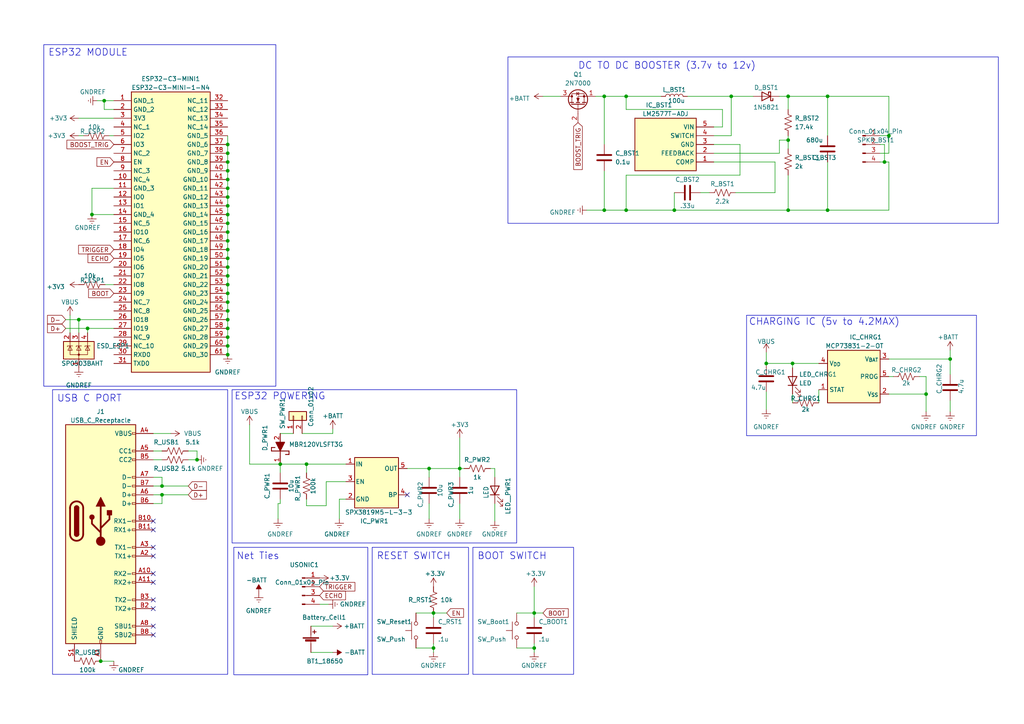
<source format=kicad_sch>
(kicad_sch (version 20230121) (generator eeschema)

  (uuid 8857b4b0-9906-42ef-aa31-1981db0a7282)

  (paper "A4")

  (lib_symbols
    (symbol "Battery_Management:MCP73831-2-OT" (in_bom yes) (on_board yes)
      (property "Reference" "U3" (at -1.27 8.89 0)
        (effects (font (size 1.27 1.27)) (justify left))
      )
      (property "Value" "MCP73831-2-OT" (at -8.255 6.35 0)
        (effects (font (size 1.27 1.27)) (justify left))
      )
      (property "Footprint" "Package_TO_SOT_SMD:SOT-23-5" (at 1.27 -13.97 0)
        (effects (font (size 1.27 1.27) italic) (justify left) hide)
      )
      (property "Datasheet" "http://ww1.microchip.com/downloads/en/DeviceDoc/20001984g.pdf" (at -3.81 -12.7 0)
        (effects (font (size 1.27 1.27)) hide)
      )
      (property "ki_keywords" "battery charger lithium" (at 0 0 0)
        (effects (font (size 1.27 1.27)) hide)
      )
      (property "ki_description" "Single cell, Li-Ion/Li-Po charge management controller, 4.20V, Tri-State Status Output, in SOT23-5 package" (at 0 0 0)
        (effects (font (size 1.27 1.27)) hide)
      )
      (property "ki_fp_filters" "SOT?23*" (at 0 0 0)
        (effects (font (size 1.27 1.27)) hide)
      )
      (symbol "MCP73831-2-OT_0_1"
        (rectangle (start -7.62 5.08) (end 7.62 -10.16)
          (stroke (width 0.254) (type default))
          (fill (type background))
        )
      )
      (symbol "MCP73831-2-OT_1_1"
        (pin output line (at -10.16 -6.35 0) (length 2.54)
          (name "STAT" (effects (font (size 1.27 1.27))))
          (number "1" (effects (font (size 1.27 1.27))))
        )
        (pin power_in line (at 10.16 -7.62 180) (length 2.54)
          (name "V_{SS}" (effects (font (size 1.27 1.27))))
          (number "2" (effects (font (size 1.27 1.27))))
        )
        (pin power_out line (at 10.16 2.54 180) (length 2.54)
          (name "V_{BAT}" (effects (font (size 1.27 1.27))))
          (number "3" (effects (font (size 1.27 1.27))))
        )
        (pin power_in line (at -10.16 1.27 0) (length 2.54)
          (name "V_{DD}" (effects (font (size 1.27 1.27))))
          (number "4" (effects (font (size 1.27 1.27))))
        )
        (pin input line (at 10.16 -2.54 180) (length 2.54)
          (name "PROG" (effects (font (size 1.27 1.27))))
          (number "5" (effects (font (size 1.27 1.27))))
        )
      )
    )
    (symbol "Connector:Conn_01x04_Pin" (pin_names (offset 1.016) hide) (in_bom yes) (on_board yes)
      (property "Reference" "J" (at 0 5.08 0)
        (effects (font (size 1.27 1.27)))
      )
      (property "Value" "Conn_01x04_Pin" (at 0 -7.62 0)
        (effects (font (size 1.27 1.27)))
      )
      (property "Footprint" "" (at 0 0 0)
        (effects (font (size 1.27 1.27)) hide)
      )
      (property "Datasheet" "~" (at 0 0 0)
        (effects (font (size 1.27 1.27)) hide)
      )
      (property "ki_locked" "" (at 0 0 0)
        (effects (font (size 1.27 1.27)))
      )
      (property "ki_keywords" "connector" (at 0 0 0)
        (effects (font (size 1.27 1.27)) hide)
      )
      (property "ki_description" "Generic connector, single row, 01x04, script generated" (at 0 0 0)
        (effects (font (size 1.27 1.27)) hide)
      )
      (property "ki_fp_filters" "Connector*:*_1x??_*" (at 0 0 0)
        (effects (font (size 1.27 1.27)) hide)
      )
      (symbol "Conn_01x04_Pin_1_1"
        (polyline
          (pts
            (xy 1.27 -5.08)
            (xy 0.8636 -5.08)
          )
          (stroke (width 0.1524) (type default))
          (fill (type none))
        )
        (polyline
          (pts
            (xy 1.27 -2.54)
            (xy 0.8636 -2.54)
          )
          (stroke (width 0.1524) (type default))
          (fill (type none))
        )
        (polyline
          (pts
            (xy 1.27 0)
            (xy 0.8636 0)
          )
          (stroke (width 0.1524) (type default))
          (fill (type none))
        )
        (polyline
          (pts
            (xy 1.27 2.54)
            (xy 0.8636 2.54)
          )
          (stroke (width 0.1524) (type default))
          (fill (type none))
        )
        (rectangle (start 0.8636 -4.953) (end 0 -5.207)
          (stroke (width 0.1524) (type default))
          (fill (type outline))
        )
        (rectangle (start 0.8636 -2.413) (end 0 -2.667)
          (stroke (width 0.1524) (type default))
          (fill (type outline))
        )
        (rectangle (start 0.8636 0.127) (end 0 -0.127)
          (stroke (width 0.1524) (type default))
          (fill (type outline))
        )
        (rectangle (start 0.8636 2.667) (end 0 2.413)
          (stroke (width 0.1524) (type default))
          (fill (type outline))
        )
        (pin passive line (at 5.08 2.54 180) (length 3.81)
          (name "Pin_1" (effects (font (size 1.27 1.27))))
          (number "1" (effects (font (size 1.27 1.27))))
        )
        (pin passive line (at 5.08 0 180) (length 3.81)
          (name "Pin_2" (effects (font (size 1.27 1.27))))
          (number "2" (effects (font (size 1.27 1.27))))
        )
        (pin passive line (at 5.08 -2.54 180) (length 3.81)
          (name "Pin_3" (effects (font (size 1.27 1.27))))
          (number "3" (effects (font (size 1.27 1.27))))
        )
        (pin passive line (at 5.08 -5.08 180) (length 3.81)
          (name "Pin_4" (effects (font (size 1.27 1.27))))
          (number "4" (effects (font (size 1.27 1.27))))
        )
      )
    )
    (symbol "Connector:USB_C_Receptacle" (pin_names (offset 1.016)) (in_bom yes) (on_board yes)
      (property "Reference" "J" (at -10.16 29.21 0)
        (effects (font (size 1.27 1.27)) (justify left))
      )
      (property "Value" "USB_C_Receptacle" (at 10.16 29.21 0)
        (effects (font (size 1.27 1.27)) (justify right))
      )
      (property "Footprint" "" (at 3.81 0 0)
        (effects (font (size 1.27 1.27)) hide)
      )
      (property "Datasheet" "https://www.usb.org/sites/default/files/documents/usb_type-c.zip" (at 3.81 0 0)
        (effects (font (size 1.27 1.27)) hide)
      )
      (property "ki_keywords" "usb universal serial bus type-C full-featured" (at 0 0 0)
        (effects (font (size 1.27 1.27)) hide)
      )
      (property "ki_description" "USB Full-Featured Type-C Receptacle connector" (at 0 0 0)
        (effects (font (size 1.27 1.27)) hide)
      )
      (property "ki_fp_filters" "USB*C*Receptacle*" (at 0 0 0)
        (effects (font (size 1.27 1.27)) hide)
      )
      (symbol "USB_C_Receptacle_0_0"
        (rectangle (start -0.254 -35.56) (end 0.254 -34.544)
          (stroke (width 0) (type default))
          (fill (type none))
        )
        (rectangle (start 10.16 -32.766) (end 9.144 -33.274)
          (stroke (width 0) (type default))
          (fill (type none))
        )
        (rectangle (start 10.16 -30.226) (end 9.144 -30.734)
          (stroke (width 0) (type default))
          (fill (type none))
        )
        (rectangle (start 10.16 -25.146) (end 9.144 -25.654)
          (stroke (width 0) (type default))
          (fill (type none))
        )
        (rectangle (start 10.16 -22.606) (end 9.144 -23.114)
          (stroke (width 0) (type default))
          (fill (type none))
        )
        (rectangle (start 10.16 -17.526) (end 9.144 -18.034)
          (stroke (width 0) (type default))
          (fill (type none))
        )
        (rectangle (start 10.16 -14.986) (end 9.144 -15.494)
          (stroke (width 0) (type default))
          (fill (type none))
        )
        (rectangle (start 10.16 -9.906) (end 9.144 -10.414)
          (stroke (width 0) (type default))
          (fill (type none))
        )
        (rectangle (start 10.16 -7.366) (end 9.144 -7.874)
          (stroke (width 0) (type default))
          (fill (type none))
        )
        (rectangle (start 10.16 -2.286) (end 9.144 -2.794)
          (stroke (width 0) (type default))
          (fill (type none))
        )
        (rectangle (start 10.16 0.254) (end 9.144 -0.254)
          (stroke (width 0) (type default))
          (fill (type none))
        )
        (rectangle (start 10.16 5.334) (end 9.144 4.826)
          (stroke (width 0) (type default))
          (fill (type none))
        )
        (rectangle (start 10.16 7.874) (end 9.144 7.366)
          (stroke (width 0) (type default))
          (fill (type none))
        )
        (rectangle (start 10.16 10.414) (end 9.144 9.906)
          (stroke (width 0) (type default))
          (fill (type none))
        )
        (rectangle (start 10.16 12.954) (end 9.144 12.446)
          (stroke (width 0) (type default))
          (fill (type none))
        )
        (rectangle (start 10.16 18.034) (end 9.144 17.526)
          (stroke (width 0) (type default))
          (fill (type none))
        )
        (rectangle (start 10.16 20.574) (end 9.144 20.066)
          (stroke (width 0) (type default))
          (fill (type none))
        )
        (rectangle (start 10.16 25.654) (end 9.144 25.146)
          (stroke (width 0) (type default))
          (fill (type none))
        )
      )
      (symbol "USB_C_Receptacle_0_1"
        (rectangle (start -10.16 27.94) (end 10.16 -35.56)
          (stroke (width 0.254) (type default))
          (fill (type background))
        )
        (arc (start -8.89 -3.81) (mid -6.985 -5.7067) (end -5.08 -3.81)
          (stroke (width 0.508) (type default))
          (fill (type none))
        )
        (arc (start -7.62 -3.81) (mid -6.985 -4.4423) (end -6.35 -3.81)
          (stroke (width 0.254) (type default))
          (fill (type none))
        )
        (arc (start -7.62 -3.81) (mid -6.985 -4.4423) (end -6.35 -3.81)
          (stroke (width 0.254) (type default))
          (fill (type outline))
        )
        (rectangle (start -7.62 -3.81) (end -6.35 3.81)
          (stroke (width 0.254) (type default))
          (fill (type outline))
        )
        (arc (start -6.35 3.81) (mid -6.985 4.4423) (end -7.62 3.81)
          (stroke (width 0.254) (type default))
          (fill (type none))
        )
        (arc (start -6.35 3.81) (mid -6.985 4.4423) (end -7.62 3.81)
          (stroke (width 0.254) (type default))
          (fill (type outline))
        )
        (arc (start -5.08 3.81) (mid -6.985 5.7067) (end -8.89 3.81)
          (stroke (width 0.508) (type default))
          (fill (type none))
        )
        (polyline
          (pts
            (xy -8.89 -3.81)
            (xy -8.89 3.81)
          )
          (stroke (width 0.508) (type default))
          (fill (type none))
        )
        (polyline
          (pts
            (xy -5.08 3.81)
            (xy -5.08 -3.81)
          )
          (stroke (width 0.508) (type default))
          (fill (type none))
        )
      )
      (symbol "USB_C_Receptacle_1_1"
        (circle (center -2.54 1.143) (radius 0.635)
          (stroke (width 0.254) (type default))
          (fill (type outline))
        )
        (circle (center 0 -5.842) (radius 1.27)
          (stroke (width 0) (type default))
          (fill (type outline))
        )
        (polyline
          (pts
            (xy 0 -5.842)
            (xy 0 4.318)
          )
          (stroke (width 0.508) (type default))
          (fill (type none))
        )
        (polyline
          (pts
            (xy 0 -3.302)
            (xy -2.54 -0.762)
            (xy -2.54 0.508)
          )
          (stroke (width 0.508) (type default))
          (fill (type none))
        )
        (polyline
          (pts
            (xy 0 -2.032)
            (xy 2.54 0.508)
            (xy 2.54 1.778)
          )
          (stroke (width 0.508) (type default))
          (fill (type none))
        )
        (polyline
          (pts
            (xy -1.27 4.318)
            (xy 0 6.858)
            (xy 1.27 4.318)
            (xy -1.27 4.318)
          )
          (stroke (width 0.254) (type default))
          (fill (type outline))
        )
        (rectangle (start 1.905 1.778) (end 3.175 3.048)
          (stroke (width 0.254) (type default))
          (fill (type outline))
        )
        (pin passive line (at 0 -40.64 90) (length 5.08)
          (name "GND" (effects (font (size 1.27 1.27))))
          (number "A1" (effects (font (size 1.27 1.27))))
        )
        (pin bidirectional line (at 15.24 -15.24 180) (length 5.08)
          (name "RX2-" (effects (font (size 1.27 1.27))))
          (number "A10" (effects (font (size 1.27 1.27))))
        )
        (pin bidirectional line (at 15.24 -17.78 180) (length 5.08)
          (name "RX2+" (effects (font (size 1.27 1.27))))
          (number "A11" (effects (font (size 1.27 1.27))))
        )
        (pin passive line (at 0 -40.64 90) (length 5.08) hide
          (name "GND" (effects (font (size 1.27 1.27))))
          (number "A12" (effects (font (size 1.27 1.27))))
        )
        (pin bidirectional line (at 15.24 -10.16 180) (length 5.08)
          (name "TX1+" (effects (font (size 1.27 1.27))))
          (number "A2" (effects (font (size 1.27 1.27))))
        )
        (pin bidirectional line (at 15.24 -7.62 180) (length 5.08)
          (name "TX1-" (effects (font (size 1.27 1.27))))
          (number "A3" (effects (font (size 1.27 1.27))))
        )
        (pin passive line (at 15.24 25.4 180) (length 5.08)
          (name "VBUS" (effects (font (size 1.27 1.27))))
          (number "A4" (effects (font (size 1.27 1.27))))
        )
        (pin bidirectional line (at 15.24 20.32 180) (length 5.08)
          (name "CC1" (effects (font (size 1.27 1.27))))
          (number "A5" (effects (font (size 1.27 1.27))))
        )
        (pin bidirectional line (at 15.24 7.62 180) (length 5.08)
          (name "D+" (effects (font (size 1.27 1.27))))
          (number "A6" (effects (font (size 1.27 1.27))))
        )
        (pin bidirectional line (at 15.24 12.7 180) (length 5.08)
          (name "D-" (effects (font (size 1.27 1.27))))
          (number "A7" (effects (font (size 1.27 1.27))))
        )
        (pin bidirectional line (at 15.24 -30.48 180) (length 5.08)
          (name "SBU1" (effects (font (size 1.27 1.27))))
          (number "A8" (effects (font (size 1.27 1.27))))
        )
        (pin passive line (at 15.24 25.4 180) (length 5.08) hide
          (name "VBUS" (effects (font (size 1.27 1.27))))
          (number "A9" (effects (font (size 1.27 1.27))))
        )
        (pin passive line (at 0 -40.64 90) (length 5.08) hide
          (name "GND" (effects (font (size 1.27 1.27))))
          (number "B1" (effects (font (size 1.27 1.27))))
        )
        (pin bidirectional line (at 15.24 0 180) (length 5.08)
          (name "RX1-" (effects (font (size 1.27 1.27))))
          (number "B10" (effects (font (size 1.27 1.27))))
        )
        (pin bidirectional line (at 15.24 -2.54 180) (length 5.08)
          (name "RX1+" (effects (font (size 1.27 1.27))))
          (number "B11" (effects (font (size 1.27 1.27))))
        )
        (pin passive line (at 0 -40.64 90) (length 5.08) hide
          (name "GND" (effects (font (size 1.27 1.27))))
          (number "B12" (effects (font (size 1.27 1.27))))
        )
        (pin bidirectional line (at 15.24 -25.4 180) (length 5.08)
          (name "TX2+" (effects (font (size 1.27 1.27))))
          (number "B2" (effects (font (size 1.27 1.27))))
        )
        (pin bidirectional line (at 15.24 -22.86 180) (length 5.08)
          (name "TX2-" (effects (font (size 1.27 1.27))))
          (number "B3" (effects (font (size 1.27 1.27))))
        )
        (pin passive line (at 15.24 25.4 180) (length 5.08) hide
          (name "VBUS" (effects (font (size 1.27 1.27))))
          (number "B4" (effects (font (size 1.27 1.27))))
        )
        (pin bidirectional line (at 15.24 17.78 180) (length 5.08)
          (name "CC2" (effects (font (size 1.27 1.27))))
          (number "B5" (effects (font (size 1.27 1.27))))
        )
        (pin bidirectional line (at 15.24 5.08 180) (length 5.08)
          (name "D+" (effects (font (size 1.27 1.27))))
          (number "B6" (effects (font (size 1.27 1.27))))
        )
        (pin bidirectional line (at 15.24 10.16 180) (length 5.08)
          (name "D-" (effects (font (size 1.27 1.27))))
          (number "B7" (effects (font (size 1.27 1.27))))
        )
        (pin bidirectional line (at 15.24 -33.02 180) (length 5.08)
          (name "SBU2" (effects (font (size 1.27 1.27))))
          (number "B8" (effects (font (size 1.27 1.27))))
        )
        (pin passive line (at 15.24 25.4 180) (length 5.08) hide
          (name "VBUS" (effects (font (size 1.27 1.27))))
          (number "B9" (effects (font (size 1.27 1.27))))
        )
        (pin passive line (at -7.62 -40.64 90) (length 5.08)
          (name "SHIELD" (effects (font (size 1.27 1.27))))
          (number "S1" (effects (font (size 1.27 1.27))))
        )
      )
    )
    (symbol "Connector_Generic:Conn_01x02" (pin_names (offset 1.016) hide) (in_bom yes) (on_board yes)
      (property "Reference" "J" (at 0 2.54 0)
        (effects (font (size 1.27 1.27)))
      )
      (property "Value" "Conn_01x02" (at 0 -5.08 0)
        (effects (font (size 1.27 1.27)))
      )
      (property "Footprint" "" (at 0 0 0)
        (effects (font (size 1.27 1.27)) hide)
      )
      (property "Datasheet" "~" (at 0 0 0)
        (effects (font (size 1.27 1.27)) hide)
      )
      (property "ki_keywords" "connector" (at 0 0 0)
        (effects (font (size 1.27 1.27)) hide)
      )
      (property "ki_description" "Generic connector, single row, 01x02, script generated (kicad-library-utils/schlib/autogen/connector/)" (at 0 0 0)
        (effects (font (size 1.27 1.27)) hide)
      )
      (property "ki_fp_filters" "Connector*:*_1x??_*" (at 0 0 0)
        (effects (font (size 1.27 1.27)) hide)
      )
      (symbol "Conn_01x02_1_1"
        (rectangle (start -1.27 -2.413) (end 0 -2.667)
          (stroke (width 0.1524) (type default))
          (fill (type none))
        )
        (rectangle (start -1.27 0.127) (end 0 -0.127)
          (stroke (width 0.1524) (type default))
          (fill (type none))
        )
        (rectangle (start -1.27 1.27) (end 1.27 -3.81)
          (stroke (width 0.254) (type default))
          (fill (type background))
        )
        (pin passive line (at -5.08 0 0) (length 3.81)
          (name "Pin_1" (effects (font (size 1.27 1.27))))
          (number "1" (effects (font (size 1.27 1.27))))
        )
        (pin passive line (at -5.08 -2.54 0) (length 3.81)
          (name "Pin_2" (effects (font (size 1.27 1.27))))
          (number "2" (effects (font (size 1.27 1.27))))
        )
      )
    )
    (symbol "Device:Battery_Cell" (pin_numbers hide) (pin_names (offset 0) hide) (in_bom yes) (on_board yes)
      (property "Reference" "BT" (at 2.54 2.54 0)
        (effects (font (size 1.27 1.27)) (justify left))
      )
      (property "Value" "Battery_Cell" (at 2.54 0 0)
        (effects (font (size 1.27 1.27)) (justify left))
      )
      (property "Footprint" "" (at 0 1.524 90)
        (effects (font (size 1.27 1.27)) hide)
      )
      (property "Datasheet" "~" (at 0 1.524 90)
        (effects (font (size 1.27 1.27)) hide)
      )
      (property "ki_keywords" "battery cell" (at 0 0 0)
        (effects (font (size 1.27 1.27)) hide)
      )
      (property "ki_description" "Single-cell battery" (at 0 0 0)
        (effects (font (size 1.27 1.27)) hide)
      )
      (symbol "Battery_Cell_0_1"
        (rectangle (start -2.286 1.778) (end 2.286 1.524)
          (stroke (width 0) (type default))
          (fill (type outline))
        )
        (rectangle (start -1.5748 1.1938) (end 1.4732 0.6858)
          (stroke (width 0) (type default))
          (fill (type outline))
        )
        (polyline
          (pts
            (xy 0 0.762)
            (xy 0 0)
          )
          (stroke (width 0) (type default))
          (fill (type none))
        )
        (polyline
          (pts
            (xy 0 1.778)
            (xy 0 2.54)
          )
          (stroke (width 0) (type default))
          (fill (type none))
        )
        (polyline
          (pts
            (xy 0.508 3.429)
            (xy 1.524 3.429)
          )
          (stroke (width 0.254) (type default))
          (fill (type none))
        )
        (polyline
          (pts
            (xy 1.016 3.937)
            (xy 1.016 2.921)
          )
          (stroke (width 0.254) (type default))
          (fill (type none))
        )
      )
      (symbol "Battery_Cell_1_1"
        (pin passive line (at 0 5.08 270) (length 2.54)
          (name "+" (effects (font (size 1.27 1.27))))
          (number "1" (effects (font (size 1.27 1.27))))
        )
        (pin passive line (at 0 -2.54 90) (length 2.54)
          (name "-" (effects (font (size 1.27 1.27))))
          (number "2" (effects (font (size 1.27 1.27))))
        )
      )
    )
    (symbol "Device:C" (pin_numbers hide) (pin_names (offset 0.254)) (in_bom yes) (on_board yes)
      (property "Reference" "C" (at 0.635 2.54 0)
        (effects (font (size 1.27 1.27)) (justify left))
      )
      (property "Value" "C" (at 0.635 -2.54 0)
        (effects (font (size 1.27 1.27)) (justify left))
      )
      (property "Footprint" "" (at 0.9652 -3.81 0)
        (effects (font (size 1.27 1.27)) hide)
      )
      (property "Datasheet" "~" (at 0 0 0)
        (effects (font (size 1.27 1.27)) hide)
      )
      (property "ki_keywords" "cap capacitor" (at 0 0 0)
        (effects (font (size 1.27 1.27)) hide)
      )
      (property "ki_description" "Unpolarized capacitor" (at 0 0 0)
        (effects (font (size 1.27 1.27)) hide)
      )
      (property "ki_fp_filters" "C_*" (at 0 0 0)
        (effects (font (size 1.27 1.27)) hide)
      )
      (symbol "C_0_1"
        (polyline
          (pts
            (xy -2.032 -0.762)
            (xy 2.032 -0.762)
          )
          (stroke (width 0.508) (type default))
          (fill (type none))
        )
        (polyline
          (pts
            (xy -2.032 0.762)
            (xy 2.032 0.762)
          )
          (stroke (width 0.508) (type default))
          (fill (type none))
        )
      )
      (symbol "C_1_1"
        (pin passive line (at 0 3.81 270) (length 2.794)
          (name "~" (effects (font (size 1.27 1.27))))
          (number "1" (effects (font (size 1.27 1.27))))
        )
        (pin passive line (at 0 -3.81 90) (length 2.794)
          (name "~" (effects (font (size 1.27 1.27))))
          (number "2" (effects (font (size 1.27 1.27))))
        )
      )
    )
    (symbol "Device:L" (pin_numbers hide) (pin_names (offset 1.016) hide) (in_bom yes) (on_board yes)
      (property "Reference" "L" (at -1.27 0 90)
        (effects (font (size 1.27 1.27)))
      )
      (property "Value" "L" (at 1.905 0 90)
        (effects (font (size 1.27 1.27)))
      )
      (property "Footprint" "" (at 0 0 0)
        (effects (font (size 1.27 1.27)) hide)
      )
      (property "Datasheet" "~" (at 0 0 0)
        (effects (font (size 1.27 1.27)) hide)
      )
      (property "ki_keywords" "inductor choke coil reactor magnetic" (at 0 0 0)
        (effects (font (size 1.27 1.27)) hide)
      )
      (property "ki_description" "Inductor" (at 0 0 0)
        (effects (font (size 1.27 1.27)) hide)
      )
      (property "ki_fp_filters" "Choke_* *Coil* Inductor_* L_*" (at 0 0 0)
        (effects (font (size 1.27 1.27)) hide)
      )
      (symbol "L_0_1"
        (arc (start 0 -2.54) (mid 0.6323 -1.905) (end 0 -1.27)
          (stroke (width 0) (type default))
          (fill (type none))
        )
        (arc (start 0 -1.27) (mid 0.6323 -0.635) (end 0 0)
          (stroke (width 0) (type default))
          (fill (type none))
        )
        (arc (start 0 0) (mid 0.6323 0.635) (end 0 1.27)
          (stroke (width 0) (type default))
          (fill (type none))
        )
        (arc (start 0 1.27) (mid 0.6323 1.905) (end 0 2.54)
          (stroke (width 0) (type default))
          (fill (type none))
        )
      )
      (symbol "L_1_1"
        (pin passive line (at 0 3.81 270) (length 1.27)
          (name "1" (effects (font (size 1.27 1.27))))
          (number "1" (effects (font (size 1.27 1.27))))
        )
        (pin passive line (at 0 -3.81 90) (length 1.27)
          (name "2" (effects (font (size 1.27 1.27))))
          (number "2" (effects (font (size 1.27 1.27))))
        )
      )
    )
    (symbol "Device:LED" (pin_numbers hide) (pin_names (offset 1.016) hide) (in_bom yes) (on_board yes)
      (property "Reference" "D" (at 0 2.54 0)
        (effects (font (size 1.27 1.27)))
      )
      (property "Value" "LED" (at 0 -2.54 0)
        (effects (font (size 1.27 1.27)))
      )
      (property "Footprint" "" (at 0 0 0)
        (effects (font (size 1.27 1.27)) hide)
      )
      (property "Datasheet" "~" (at 0 0 0)
        (effects (font (size 1.27 1.27)) hide)
      )
      (property "ki_keywords" "LED diode" (at 0 0 0)
        (effects (font (size 1.27 1.27)) hide)
      )
      (property "ki_description" "Light emitting diode" (at 0 0 0)
        (effects (font (size 1.27 1.27)) hide)
      )
      (property "ki_fp_filters" "LED* LED_SMD:* LED_THT:*" (at 0 0 0)
        (effects (font (size 1.27 1.27)) hide)
      )
      (symbol "LED_0_1"
        (polyline
          (pts
            (xy -1.27 -1.27)
            (xy -1.27 1.27)
          )
          (stroke (width 0.254) (type default))
          (fill (type none))
        )
        (polyline
          (pts
            (xy -1.27 0)
            (xy 1.27 0)
          )
          (stroke (width 0) (type default))
          (fill (type none))
        )
        (polyline
          (pts
            (xy 1.27 -1.27)
            (xy 1.27 1.27)
            (xy -1.27 0)
            (xy 1.27 -1.27)
          )
          (stroke (width 0.254) (type default))
          (fill (type none))
        )
        (polyline
          (pts
            (xy -3.048 -0.762)
            (xy -4.572 -2.286)
            (xy -3.81 -2.286)
            (xy -4.572 -2.286)
            (xy -4.572 -1.524)
          )
          (stroke (width 0) (type default))
          (fill (type none))
        )
        (polyline
          (pts
            (xy -1.778 -0.762)
            (xy -3.302 -2.286)
            (xy -2.54 -2.286)
            (xy -3.302 -2.286)
            (xy -3.302 -1.524)
          )
          (stroke (width 0) (type default))
          (fill (type none))
        )
      )
      (symbol "LED_1_1"
        (pin passive line (at -3.81 0 0) (length 2.54)
          (name "K" (effects (font (size 1.27 1.27))))
          (number "1" (effects (font (size 1.27 1.27))))
        )
        (pin passive line (at 3.81 0 180) (length 2.54)
          (name "A" (effects (font (size 1.27 1.27))))
          (number "2" (effects (font (size 1.27 1.27))))
        )
      )
    )
    (symbol "Device:R_US" (pin_numbers hide) (pin_names (offset 0)) (in_bom yes) (on_board yes)
      (property "Reference" "R" (at 2.54 0 90)
        (effects (font (size 1.27 1.27)))
      )
      (property "Value" "R_US" (at -2.54 0 90)
        (effects (font (size 1.27 1.27)))
      )
      (property "Footprint" "" (at 1.016 -0.254 90)
        (effects (font (size 1.27 1.27)) hide)
      )
      (property "Datasheet" "~" (at 0 0 0)
        (effects (font (size 1.27 1.27)) hide)
      )
      (property "ki_keywords" "R res resistor" (at 0 0 0)
        (effects (font (size 1.27 1.27)) hide)
      )
      (property "ki_description" "Resistor, US symbol" (at 0 0 0)
        (effects (font (size 1.27 1.27)) hide)
      )
      (property "ki_fp_filters" "R_*" (at 0 0 0)
        (effects (font (size 1.27 1.27)) hide)
      )
      (symbol "R_US_0_1"
        (polyline
          (pts
            (xy 0 -2.286)
            (xy 0 -2.54)
          )
          (stroke (width 0) (type default))
          (fill (type none))
        )
        (polyline
          (pts
            (xy 0 2.286)
            (xy 0 2.54)
          )
          (stroke (width 0) (type default))
          (fill (type none))
        )
        (polyline
          (pts
            (xy 0 -0.762)
            (xy 1.016 -1.143)
            (xy 0 -1.524)
            (xy -1.016 -1.905)
            (xy 0 -2.286)
          )
          (stroke (width 0) (type default))
          (fill (type none))
        )
        (polyline
          (pts
            (xy 0 0.762)
            (xy 1.016 0.381)
            (xy 0 0)
            (xy -1.016 -0.381)
            (xy 0 -0.762)
          )
          (stroke (width 0) (type default))
          (fill (type none))
        )
        (polyline
          (pts
            (xy 0 2.286)
            (xy 1.016 1.905)
            (xy 0 1.524)
            (xy -1.016 1.143)
            (xy 0 0.762)
          )
          (stroke (width 0) (type default))
          (fill (type none))
        )
      )
      (symbol "R_US_1_1"
        (pin passive line (at 0 3.81 270) (length 1.27)
          (name "~" (effects (font (size 1.27 1.27))))
          (number "1" (effects (font (size 1.27 1.27))))
        )
        (pin passive line (at 0 -3.81 90) (length 1.27)
          (name "~" (effects (font (size 1.27 1.27))))
          (number "2" (effects (font (size 1.27 1.27))))
        )
      )
    )
    (symbol "Diode:1N5821" (pin_numbers hide) (pin_names (offset 1.016) hide) (in_bom yes) (on_board yes)
      (property "Reference" "D" (at 0 2.54 0)
        (effects (font (size 1.27 1.27)))
      )
      (property "Value" "1N5821" (at 0 -2.54 0)
        (effects (font (size 1.27 1.27)))
      )
      (property "Footprint" "Diode_THT:D_DO-201AD_P15.24mm_Horizontal" (at 0 -4.445 0)
        (effects (font (size 1.27 1.27)) hide)
      )
      (property "Datasheet" "http://www.vishay.com/docs/88526/1n5820.pdf" (at 0 0 0)
        (effects (font (size 1.27 1.27)) hide)
      )
      (property "ki_keywords" "diode Schottky" (at 0 0 0)
        (effects (font (size 1.27 1.27)) hide)
      )
      (property "ki_description" "30V 3A Schottky Barrier Rectifier Diode, DO-201AD" (at 0 0 0)
        (effects (font (size 1.27 1.27)) hide)
      )
      (property "ki_fp_filters" "D*DO?201AD*" (at 0 0 0)
        (effects (font (size 1.27 1.27)) hide)
      )
      (symbol "1N5821_0_1"
        (polyline
          (pts
            (xy 1.27 0)
            (xy -1.27 0)
          )
          (stroke (width 0) (type default))
          (fill (type none))
        )
        (polyline
          (pts
            (xy 1.27 1.27)
            (xy 1.27 -1.27)
            (xy -1.27 0)
            (xy 1.27 1.27)
          )
          (stroke (width 0.254) (type default))
          (fill (type none))
        )
        (polyline
          (pts
            (xy -1.905 0.635)
            (xy -1.905 1.27)
            (xy -1.27 1.27)
            (xy -1.27 -1.27)
            (xy -0.635 -1.27)
            (xy -0.635 -0.635)
          )
          (stroke (width 0.254) (type default))
          (fill (type none))
        )
      )
      (symbol "1N5821_1_1"
        (pin passive line (at -3.81 0 0) (length 2.54)
          (name "K" (effects (font (size 1.27 1.27))))
          (number "1" (effects (font (size 1.27 1.27))))
        )
        (pin passive line (at 3.81 0 180) (length 2.54)
          (name "A" (effects (font (size 1.27 1.27))))
          (number "2" (effects (font (size 1.27 1.27))))
        )
      )
    )
    (symbol "Power_Protection:SP0503BAHT" (pin_names hide) (in_bom yes) (on_board yes)
      (property "Reference" "D" (at 5.715 2.54 0)
        (effects (font (size 1.27 1.27)) (justify left))
      )
      (property "Value" "SP0503BAHT" (at 5.715 0.635 0)
        (effects (font (size 1.27 1.27)) (justify left))
      )
      (property "Footprint" "Package_TO_SOT_SMD:SOT-143" (at 5.715 -1.27 0)
        (effects (font (size 1.27 1.27)) (justify left) hide)
      )
      (property "Datasheet" "http://www.littelfuse.com/~/media/files/littelfuse/technical%20resources/documents/data%20sheets/sp05xxba.pdf" (at 3.175 3.175 0)
        (effects (font (size 1.27 1.27)) hide)
      )
      (property "ki_keywords" "usb esd protection suppression transient" (at 0 0 0)
        (effects (font (size 1.27 1.27)) hide)
      )
      (property "ki_description" "TVS Diode Array, 5.5V Standoff, 3 Channels, SOT-143 package" (at 0 0 0)
        (effects (font (size 1.27 1.27)) hide)
      )
      (property "ki_fp_filters" "SOT?143*" (at 0 0 0)
        (effects (font (size 1.27 1.27)) hide)
      )
      (symbol "SP0503BAHT_0_0"
        (pin passive line (at 0 -5.08 90) (length 2.54)
          (name "A" (effects (font (size 1.27 1.27))))
          (number "1" (effects (font (size 1.27 1.27))))
        )
      )
      (symbol "SP0503BAHT_0_1"
        (rectangle (start -4.445 2.54) (end 4.445 -2.54)
          (stroke (width 0.254) (type default))
          (fill (type background))
        )
        (circle (center 0 -1.27) (radius 0.254)
          (stroke (width 0) (type default))
          (fill (type outline))
        )
        (polyline
          (pts
            (xy -2.54 2.54)
            (xy -2.54 1.27)
          )
          (stroke (width 0) (type default))
          (fill (type none))
        )
        (polyline
          (pts
            (xy 0 -1.27)
            (xy 0 -2.54)
          )
          (stroke (width 0) (type default))
          (fill (type none))
        )
        (polyline
          (pts
            (xy 0 -1.27)
            (xy 0 1.27)
          )
          (stroke (width 0) (type default))
          (fill (type none))
        )
        (polyline
          (pts
            (xy 0 2.54)
            (xy 0 1.27)
          )
          (stroke (width 0) (type default))
          (fill (type none))
        )
        (polyline
          (pts
            (xy 0.635 1.27)
            (xy 0.762 1.27)
          )
          (stroke (width 0) (type default))
          (fill (type none))
        )
        (polyline
          (pts
            (xy 2.54 2.54)
            (xy 2.54 1.27)
          )
          (stroke (width 0) (type default))
          (fill (type none))
        )
        (polyline
          (pts
            (xy 0.635 1.27)
            (xy -0.762 1.27)
            (xy -0.762 1.016)
          )
          (stroke (width 0) (type default))
          (fill (type none))
        )
        (polyline
          (pts
            (xy -3.302 1.016)
            (xy -3.302 1.27)
            (xy -1.905 1.27)
            (xy -1.778 1.27)
          )
          (stroke (width 0) (type default))
          (fill (type none))
        )
        (polyline
          (pts
            (xy -2.54 1.27)
            (xy -2.54 -1.27)
            (xy 2.54 -1.27)
            (xy 2.54 1.27)
          )
          (stroke (width 0) (type default))
          (fill (type none))
        )
        (polyline
          (pts
            (xy -2.54 1.27)
            (xy -1.905 0)
            (xy -3.175 0)
            (xy -2.54 1.27)
          )
          (stroke (width 0) (type default))
          (fill (type none))
        )
        (polyline
          (pts
            (xy 0.635 0)
            (xy -0.635 0)
            (xy 0 1.27)
            (xy 0.635 0)
          )
          (stroke (width 0) (type default))
          (fill (type none))
        )
        (polyline
          (pts
            (xy 1.778 1.016)
            (xy 1.778 1.27)
            (xy 3.175 1.27)
            (xy 3.302 1.27)
          )
          (stroke (width 0) (type default))
          (fill (type none))
        )
        (polyline
          (pts
            (xy 2.54 1.27)
            (xy 1.905 0)
            (xy 3.175 0)
            (xy 2.54 1.27)
          )
          (stroke (width 0) (type default))
          (fill (type none))
        )
      )
      (symbol "SP0503BAHT_1_1"
        (pin passive line (at -2.54 5.08 270) (length 2.54)
          (name "K" (effects (font (size 1.27 1.27))))
          (number "2" (effects (font (size 1.27 1.27))))
        )
        (pin passive line (at 0 5.08 270) (length 2.54)
          (name "K" (effects (font (size 1.27 1.27))))
          (number "3" (effects (font (size 1.27 1.27))))
        )
        (pin passive line (at 2.54 5.08 270) (length 2.54)
          (name "K" (effects (font (size 1.27 1.27))))
          (number "4" (effects (font (size 1.27 1.27))))
        )
      )
    )
    (symbol "Regulator_Linear:SPX3819M5-L-3-3" (pin_names (offset 0.254)) (in_bom yes) (on_board yes)
      (property "Reference" "U4" (at 0 8.89 0)
        (effects (font (size 1.27 1.27)))
      )
      (property "Value" "SPX3819M5-L-3-3" (at 0 6.35 0)
        (effects (font (size 1.27 1.27)))
      )
      (property "Footprint" "Package_TO_SOT_SMD:SOT-23-5" (at 0 11.43 0)
        (effects (font (size 1.27 1.27)) hide)
      )
      (property "Datasheet" "https://www.exar.com/content/document.ashx?id=22106&languageid=1033&type=Datasheet&partnumber=SPX3819&filename=SPX3819.pdf&part=SPX3819" (at 1.27 -15.24 0)
        (effects (font (size 1.27 1.27)) hide)
      )
      (property "ki_keywords" "REGULATOR LDO 3.3V" (at 0 0 0)
        (effects (font (size 1.27 1.27)) hide)
      )
      (property "ki_description" "500mA Low drop-out regulator, Fixed Output 3.3V, SOT-23-5" (at 0 0 0)
        (effects (font (size 1.27 1.27)) hide)
      )
      (property "ki_fp_filters" "SOT?23*" (at 0 0 0)
        (effects (font (size 1.27 1.27)) hide)
      )
      (symbol "SPX3819M5-L-3-3_0_1"
        (rectangle (start -7.62 4.445) (end 5.08 -10.16)
          (stroke (width 0.254) (type default))
          (fill (type background))
        )
      )
      (symbol "SPX3819M5-L-3-3_1_1"
        (pin power_in line (at -10.16 2.54 0) (length 2.54)
          (name "IN" (effects (font (size 1.27 1.27))))
          (number "1" (effects (font (size 1.27 1.27))))
        )
        (pin power_in line (at -10.16 -7.62 0) (length 2.54)
          (name "GND" (effects (font (size 1.27 1.27))))
          (number "2" (effects (font (size 1.27 1.27))))
        )
        (pin input line (at -10.16 -2.54 0) (length 2.54)
          (name "EN" (effects (font (size 1.27 1.27))))
          (number "3" (effects (font (size 1.27 1.27))))
        )
        (pin input line (at 7.62 -6.35 180) (length 2.54)
          (name "BP" (effects (font (size 1.27 1.27))))
          (number "4" (effects (font (size 1.27 1.27))))
        )
        (pin power_out line (at 7.62 1.27 180) (length 2.54)
          (name "OUT" (effects (font (size 1.27 1.27))))
          (number "5" (effects (font (size 1.27 1.27))))
        )
      )
    )
    (symbol "SamacSys_Parts:LM2577T-ADJ" (in_bom yes) (on_board yes)
      (property "Reference" "IC" (at 24.13 7.62 0)
        (effects (font (size 1.27 1.27)) (justify left top))
      )
      (property "Value" "LM2577T-ADJ" (at 24.13 5.08 0)
        (effects (font (size 1.27 1.27)) (justify left top))
      )
      (property "Footprint" "TPS75833KC" (at 24.13 -94.92 0)
        (effects (font (size 1.27 1.27)) (justify left top) hide)
      )
      (property "Datasheet" "http://www.ti.com/lit/ds/symlink/lm2577.pdf" (at 24.13 -194.92 0)
        (effects (font (size 1.27 1.27)) (justify left top) hide)
      )
      (property "Height" "16.11" (at 24.13 -394.92 0)
        (effects (font (size 1.27 1.27)) (justify left top) hide)
      )
      (property "Manufacturer_Name" "Texas Instruments" (at 24.13 -494.92 0)
        (effects (font (size 1.27 1.27)) (justify left top) hide)
      )
      (property "Manufacturer_Part_Number" "LM2577T-ADJ" (at 24.13 -594.92 0)
        (effects (font (size 1.27 1.27)) (justify left top) hide)
      )
      (property "Mouser Part Number" "926-LM2577T-ADJ" (at 24.13 -694.92 0)
        (effects (font (size 1.27 1.27)) (justify left top) hide)
      )
      (property "Mouser Price/Stock" "https://www.mouser.co.uk/ProductDetail/Texas-Instruments/LM2577T-ADJ?qs=X1J7HmVL2ZE65TmLeQB5qA%3D%3D" (at 24.13 -794.92 0)
        (effects (font (size 1.27 1.27)) (justify left top) hide)
      )
      (property "Arrow Part Number" "LM2577T-ADJ" (at 24.13 -894.92 0)
        (effects (font (size 1.27 1.27)) (justify left top) hide)
      )
      (property "Arrow Price/Stock" "https://www.arrow.com/en/products/lm2577t-adj/texas-instruments?region=nac" (at 24.13 -994.92 0)
        (effects (font (size 1.27 1.27)) (justify left top) hide)
      )
      (property "ki_description" "Step up switch regulator,LM2577T-ADJ 37V" (at 0 0 0)
        (effects (font (size 1.27 1.27)) hide)
      )
      (symbol "LM2577T-ADJ_1_1"
        (rectangle (start 5.08 2.54) (end 22.86 -12.7)
          (stroke (width 0.254) (type default))
          (fill (type background))
        )
        (pin passive line (at 0 0 0) (length 5.08)
          (name "COMP" (effects (font (size 1.27 1.27))))
          (number "1" (effects (font (size 1.27 1.27))))
        )
        (pin passive line (at 0 -2.54 0) (length 5.08)
          (name "FEEDBACK" (effects (font (size 1.27 1.27))))
          (number "2" (effects (font (size 1.27 1.27))))
        )
        (pin passive line (at 0 -5.08 0) (length 5.08)
          (name "GND" (effects (font (size 1.27 1.27))))
          (number "3" (effects (font (size 1.27 1.27))))
        )
        (pin passive line (at 0 -7.62 0) (length 5.08)
          (name "SWITCH" (effects (font (size 1.27 1.27))))
          (number "4" (effects (font (size 1.27 1.27))))
        )
        (pin passive line (at 0 -10.16 0) (length 5.08)
          (name "VIN" (effects (font (size 1.27 1.27))))
          (number "5" (effects (font (size 1.27 1.27))))
        )
      )
    )
    (symbol "SamacSys_Symbols:ESP32-C3-MINI-1-N4" (in_bom yes) (on_board yes)
      (property "Reference" "IC" (at 29.21 7.62 0)
        (effects (font (size 1.27 1.27)) (justify left top))
      )
      (property "Value" "ESP32-C3-MINI-1-N4" (at 29.21 5.08 0)
        (effects (font (size 1.27 1.27)) (justify left top))
      )
      (property "Footprint" "ESP32C3MINI1N4" (at 29.21 -94.92 0)
        (effects (font (size 1.27 1.27)) (justify left top) hide)
      )
      (property "Datasheet" "https://www.mouser.com/datasheet/2/891/Espressif_ESP32_C3_MINI_1_Datasheet-2006822.pdf" (at 29.21 -194.92 0)
        (effects (font (size 1.27 1.27)) (justify left top) hide)
      )
      (property "Height" "2.55" (at 29.21 -394.92 0)
        (effects (font (size 1.27 1.27)) (justify left top) hide)
      )
      (property "Manufacturer_Name" "Espressif Systems" (at 29.21 -494.92 0)
        (effects (font (size 1.27 1.27)) (justify left top) hide)
      )
      (property "Manufacturer_Part_Number" "ESP32-C3-MINI-1-N4" (at 29.21 -594.92 0)
        (effects (font (size 1.27 1.27)) (justify left top) hide)
      )
      (property "Mouser Part Number" "356-ESP32-C3-MINI1N4" (at 29.21 -694.92 0)
        (effects (font (size 1.27 1.27)) (justify left top) hide)
      )
      (property "Mouser Price/Stock" "https://www.mouser.co.uk/ProductDetail/Espressif-Systems/ESP32-C3-MINI-1-N4?qs=stqOd1AaK7%252B%2FpH3qqyGehA%3D%3D" (at 29.21 -794.92 0)
        (effects (font (size 1.27 1.27)) (justify left top) hide)
      )
      (property "Arrow Part Number" "" (at 29.21 -894.92 0)
        (effects (font (size 1.27 1.27)) (justify left top) hide)
      )
      (property "Arrow Price/Stock" "" (at 29.21 -994.92 0)
        (effects (font (size 1.27 1.27)) (justify left top) hide)
      )
      (property "ki_description" "SMD MODULE, ESP32-C3FN4, PCB ANT" (at 0 0 0)
        (effects (font (size 1.27 1.27)) hide)
      )
      (symbol "ESP32-C3-MINI-1-N4_1_1"
        (rectangle (start 5.08 2.54) (end 27.94 -78.74)
          (stroke (width 0.254) (type default))
          (fill (type background))
        )
        (pin passive line (at 0 0 0) (length 5.08)
          (name "GND_1" (effects (font (size 1.27 1.27))))
          (number "1" (effects (font (size 1.27 1.27))))
        )
        (pin passive line (at 0 -22.86 0) (length 5.08)
          (name "NC_4" (effects (font (size 1.27 1.27))))
          (number "10" (effects (font (size 1.27 1.27))))
        )
        (pin passive line (at 0 -25.4 0) (length 5.08)
          (name "GND_3" (effects (font (size 1.27 1.27))))
          (number "11" (effects (font (size 1.27 1.27))))
        )
        (pin passive line (at 0 -27.94 0) (length 5.08)
          (name "IO0" (effects (font (size 1.27 1.27))))
          (number "12" (effects (font (size 1.27 1.27))))
        )
        (pin passive line (at 0 -30.48 0) (length 5.08)
          (name "IO1" (effects (font (size 1.27 1.27))))
          (number "13" (effects (font (size 1.27 1.27))))
        )
        (pin passive line (at 0 -33.02 0) (length 5.08)
          (name "GND_4" (effects (font (size 1.27 1.27))))
          (number "14" (effects (font (size 1.27 1.27))))
        )
        (pin passive line (at 0 -35.56 0) (length 5.08)
          (name "NC_5" (effects (font (size 1.27 1.27))))
          (number "15" (effects (font (size 1.27 1.27))))
        )
        (pin passive line (at 0 -38.1 0) (length 5.08)
          (name "IO10" (effects (font (size 1.27 1.27))))
          (number "16" (effects (font (size 1.27 1.27))))
        )
        (pin passive line (at 0 -40.64 0) (length 5.08)
          (name "NC_6" (effects (font (size 1.27 1.27))))
          (number "17" (effects (font (size 1.27 1.27))))
        )
        (pin passive line (at 0 -43.18 0) (length 5.08)
          (name "IO4" (effects (font (size 1.27 1.27))))
          (number "18" (effects (font (size 1.27 1.27))))
        )
        (pin passive line (at 0 -45.72 0) (length 5.08)
          (name "IO5" (effects (font (size 1.27 1.27))))
          (number "19" (effects (font (size 1.27 1.27))))
        )
        (pin passive line (at 0 -2.54 0) (length 5.08)
          (name "GND_2" (effects (font (size 1.27 1.27))))
          (number "2" (effects (font (size 1.27 1.27))))
        )
        (pin passive line (at 0 -48.26 0) (length 5.08)
          (name "IO6" (effects (font (size 1.27 1.27))))
          (number "20" (effects (font (size 1.27 1.27))))
        )
        (pin passive line (at 0 -50.8 0) (length 5.08)
          (name "IO7" (effects (font (size 1.27 1.27))))
          (number "21" (effects (font (size 1.27 1.27))))
        )
        (pin passive line (at 0 -53.34 0) (length 5.08)
          (name "IO8" (effects (font (size 1.27 1.27))))
          (number "22" (effects (font (size 1.27 1.27))))
        )
        (pin passive line (at 0 -55.88 0) (length 5.08)
          (name "IO9" (effects (font (size 1.27 1.27))))
          (number "23" (effects (font (size 1.27 1.27))))
        )
        (pin passive line (at 0 -58.42 0) (length 5.08)
          (name "NC_7" (effects (font (size 1.27 1.27))))
          (number "24" (effects (font (size 1.27 1.27))))
        )
        (pin passive line (at 0 -60.96 0) (length 5.08)
          (name "NC_8" (effects (font (size 1.27 1.27))))
          (number "25" (effects (font (size 1.27 1.27))))
        )
        (pin passive line (at 0 -63.5 0) (length 5.08)
          (name "IO18" (effects (font (size 1.27 1.27))))
          (number "26" (effects (font (size 1.27 1.27))))
        )
        (pin passive line (at 0 -66.04 0) (length 5.08)
          (name "IO19" (effects (font (size 1.27 1.27))))
          (number "27" (effects (font (size 1.27 1.27))))
        )
        (pin passive line (at 0 -68.58 0) (length 5.08)
          (name "NC_9" (effects (font (size 1.27 1.27))))
          (number "28" (effects (font (size 1.27 1.27))))
        )
        (pin passive line (at 0 -71.12 0) (length 5.08)
          (name "NC_10" (effects (font (size 1.27 1.27))))
          (number "29" (effects (font (size 1.27 1.27))))
        )
        (pin passive line (at 0 -5.08 0) (length 5.08)
          (name "3V3" (effects (font (size 1.27 1.27))))
          (number "3" (effects (font (size 1.27 1.27))))
        )
        (pin passive line (at 0 -73.66 0) (length 5.08)
          (name "RXD0" (effects (font (size 1.27 1.27))))
          (number "30" (effects (font (size 1.27 1.27))))
        )
        (pin passive line (at 0 -76.2 0) (length 5.08)
          (name "TXD0" (effects (font (size 1.27 1.27))))
          (number "31" (effects (font (size 1.27 1.27))))
        )
        (pin passive line (at 33.02 0 180) (length 5.08)
          (name "NC_11" (effects (font (size 1.27 1.27))))
          (number "32" (effects (font (size 1.27 1.27))))
        )
        (pin passive line (at 33.02 -2.54 180) (length 5.08)
          (name "NC_12" (effects (font (size 1.27 1.27))))
          (number "33" (effects (font (size 1.27 1.27))))
        )
        (pin passive line (at 33.02 -5.08 180) (length 5.08)
          (name "NC_13" (effects (font (size 1.27 1.27))))
          (number "34" (effects (font (size 1.27 1.27))))
        )
        (pin passive line (at 33.02 -7.62 180) (length 5.08)
          (name "NC_14" (effects (font (size 1.27 1.27))))
          (number "35" (effects (font (size 1.27 1.27))))
        )
        (pin passive line (at 33.02 -10.16 180) (length 5.08)
          (name "GND_5" (effects (font (size 1.27 1.27))))
          (number "36" (effects (font (size 1.27 1.27))))
        )
        (pin passive line (at 33.02 -12.7 180) (length 5.08)
          (name "GND_6" (effects (font (size 1.27 1.27))))
          (number "37" (effects (font (size 1.27 1.27))))
        )
        (pin passive line (at 33.02 -15.24 180) (length 5.08)
          (name "GND_7" (effects (font (size 1.27 1.27))))
          (number "38" (effects (font (size 1.27 1.27))))
        )
        (pin passive line (at 33.02 -17.78 180) (length 5.08)
          (name "GND_8" (effects (font (size 1.27 1.27))))
          (number "39" (effects (font (size 1.27 1.27))))
        )
        (pin passive line (at 0 -7.62 0) (length 5.08)
          (name "NC_1" (effects (font (size 1.27 1.27))))
          (number "4" (effects (font (size 1.27 1.27))))
        )
        (pin passive line (at 33.02 -20.32 180) (length 5.08)
          (name "GND_9" (effects (font (size 1.27 1.27))))
          (number "40" (effects (font (size 1.27 1.27))))
        )
        (pin passive line (at 33.02 -22.86 180) (length 5.08)
          (name "GND_10" (effects (font (size 1.27 1.27))))
          (number "41" (effects (font (size 1.27 1.27))))
        )
        (pin passive line (at 33.02 -25.4 180) (length 5.08)
          (name "GND_11" (effects (font (size 1.27 1.27))))
          (number "42" (effects (font (size 1.27 1.27))))
        )
        (pin passive line (at 33.02 -27.94 180) (length 5.08)
          (name "GND_12" (effects (font (size 1.27 1.27))))
          (number "43" (effects (font (size 1.27 1.27))))
        )
        (pin passive line (at 33.02 -30.48 180) (length 5.08)
          (name "GND_13" (effects (font (size 1.27 1.27))))
          (number "44" (effects (font (size 1.27 1.27))))
        )
        (pin passive line (at 33.02 -33.02 180) (length 5.08)
          (name "GND_14" (effects (font (size 1.27 1.27))))
          (number "45" (effects (font (size 1.27 1.27))))
        )
        (pin passive line (at 33.02 -35.56 180) (length 5.08)
          (name "GND_15" (effects (font (size 1.27 1.27))))
          (number "46" (effects (font (size 1.27 1.27))))
        )
        (pin passive line (at 33.02 -38.1 180) (length 5.08)
          (name "GND_16" (effects (font (size 1.27 1.27))))
          (number "47" (effects (font (size 1.27 1.27))))
        )
        (pin passive line (at 33.02 -40.64 180) (length 5.08)
          (name "GND_17" (effects (font (size 1.27 1.27))))
          (number "48" (effects (font (size 1.27 1.27))))
        )
        (pin passive line (at 33.02 -43.18 180) (length 5.08)
          (name "GND_18" (effects (font (size 1.27 1.27))))
          (number "49" (effects (font (size 1.27 1.27))))
        )
        (pin passive line (at 0 -10.16 0) (length 5.08)
          (name "IO2" (effects (font (size 1.27 1.27))))
          (number "5" (effects (font (size 1.27 1.27))))
        )
        (pin passive line (at 33.02 -45.72 180) (length 5.08)
          (name "GND_19" (effects (font (size 1.27 1.27))))
          (number "50" (effects (font (size 1.27 1.27))))
        )
        (pin passive line (at 33.02 -48.26 180) (length 5.08)
          (name "GND_20" (effects (font (size 1.27 1.27))))
          (number "51" (effects (font (size 1.27 1.27))))
        )
        (pin passive line (at 33.02 -50.8 180) (length 5.08)
          (name "GND_21" (effects (font (size 1.27 1.27))))
          (number "52" (effects (font (size 1.27 1.27))))
        )
        (pin passive line (at 33.02 -53.34 180) (length 5.08)
          (name "GND_22" (effects (font (size 1.27 1.27))))
          (number "53" (effects (font (size 1.27 1.27))))
        )
        (pin passive line (at 33.02 -55.88 180) (length 5.08)
          (name "GND_23" (effects (font (size 1.27 1.27))))
          (number "54" (effects (font (size 1.27 1.27))))
        )
        (pin passive line (at 33.02 -58.42 180) (length 5.08)
          (name "GND_24" (effects (font (size 1.27 1.27))))
          (number "55" (effects (font (size 1.27 1.27))))
        )
        (pin passive line (at 33.02 -60.96 180) (length 5.08)
          (name "GND_25" (effects (font (size 1.27 1.27))))
          (number "56" (effects (font (size 1.27 1.27))))
        )
        (pin passive line (at 33.02 -63.5 180) (length 5.08)
          (name "GND_26" (effects (font (size 1.27 1.27))))
          (number "57" (effects (font (size 1.27 1.27))))
        )
        (pin passive line (at 33.02 -66.04 180) (length 5.08)
          (name "GND_27" (effects (font (size 1.27 1.27))))
          (number "58" (effects (font (size 1.27 1.27))))
        )
        (pin passive line (at 33.02 -68.58 180) (length 5.08)
          (name "GND_28" (effects (font (size 1.27 1.27))))
          (number "59" (effects (font (size 1.27 1.27))))
        )
        (pin passive line (at 0 -12.7 0) (length 5.08)
          (name "IO3" (effects (font (size 1.27 1.27))))
          (number "6" (effects (font (size 1.27 1.27))))
        )
        (pin passive line (at 33.02 -71.12 180) (length 5.08)
          (name "GND_29" (effects (font (size 1.27 1.27))))
          (number "60" (effects (font (size 1.27 1.27))))
        )
        (pin passive line (at 33.02 -73.66 180) (length 5.08)
          (name "GND_30" (effects (font (size 1.27 1.27))))
          (number "61" (effects (font (size 1.27 1.27))))
        )
        (pin passive line (at 0 -15.24 0) (length 5.08)
          (name "NC_2" (effects (font (size 1.27 1.27))))
          (number "7" (effects (font (size 1.27 1.27))))
        )
        (pin passive line (at 0 -17.78 0) (length 5.08)
          (name "EN" (effects (font (size 1.27 1.27))))
          (number "8" (effects (font (size 1.27 1.27))))
        )
        (pin passive line (at 0 -20.32 0) (length 5.08)
          (name "NC_3" (effects (font (size 1.27 1.27))))
          (number "9" (effects (font (size 1.27 1.27))))
        )
      )
    )
    (symbol "SamacSys_Symbols:MBR120VLSFT3G" (pin_names hide) (in_bom yes) (on_board yes)
      (property "Reference" "D4" (at -3.81 5.08 90)
        (effects (font (size 1.27 1.27)) (justify right))
      )
      (property "Value" "MBR120VLSFT3G" (at -6.985 9.525 90)
        (effects (font (size 1.27 1.27)) (justify right))
      )
      (property "Footprint" "SODFL3616X98N" (at -93.65 -12.7 0)
        (effects (font (size 1.27 1.27)) (justify left top) hide)
      )
      (property "Datasheet" "http://www.onsemi.com/pub/Collateral/MBR120VLSFT1-D.PDF" (at -193.65 -12.7 0)
        (effects (font (size 1.27 1.27)) (justify left top) hide)
      )
      (property "Height" "0.98" (at -393.65 -12.7 0)
        (effects (font (size 1.27 1.27)) (justify left top) hide)
      )
      (property "Manufacturer_Name" "onsemi" (at -493.65 -12.7 0)
        (effects (font (size 1.27 1.27)) (justify left top) hide)
      )
      (property "Manufacturer_Part_Number" "MBR120VLSFT3G" (at -593.65 -12.7 0)
        (effects (font (size 1.27 1.27)) (justify left top) hide)
      )
      (property "Mouser Part Number" "863-MBR120VLSFT3G" (at -693.65 -12.7 0)
        (effects (font (size 1.27 1.27)) (justify left top) hide)
      )
      (property "Mouser Price/Stock" "https://www.mouser.co.uk/ProductDetail/onsemi/MBR120VLSFT3G?qs=3JMERSakebrD2yr9jFliaA%3D%3D" (at -793.65 -12.7 0)
        (effects (font (size 1.27 1.27)) (justify left top) hide)
      )
      (property "Arrow Part Number" "MBR120VLSFT3G" (at -893.65 -12.7 0)
        (effects (font (size 1.27 1.27)) (justify left top) hide)
      )
      (property "Arrow Price/Stock" "https://www.arrow.com/en/products/mbr120vlsft3g/on-semiconductor?region=nac" (at -993.65 -12.7 0)
        (effects (font (size 1.27 1.27)) (justify left top) hide)
      )
      (property "ki_description" "ON SEMICONDUCTOR - MBR120VLSFT3G - SCHOTTKY RECT, 1A, 20V, SOD123" (at 0 0 0)
        (effects (font (size 1.27 1.27)) hide)
      )
      (symbol "MBR120VLSFT3G_1_1"
        (polyline
          (pts
            (xy -5.08 0)
            (xy -1.27 0)
          )
          (stroke (width 0.254) (type default))
          (fill (type none))
        )
        (polyline
          (pts
            (xy -2.286 -1.524)
            (xy -2.286 -2.54)
          )
          (stroke (width 0.254) (type default))
          (fill (type none))
        )
        (polyline
          (pts
            (xy -1.27 -2.54)
            (xy -2.286 -2.54)
          )
          (stroke (width 0.254) (type default))
          (fill (type none))
        )
        (polyline
          (pts
            (xy -1.27 2.54)
            (xy -1.27 -2.54)
          )
          (stroke (width 0.254) (type default))
          (fill (type none))
        )
        (polyline
          (pts
            (xy -1.27 2.54)
            (xy -0.254 2.54)
          )
          (stroke (width 0.254) (type default))
          (fill (type none))
        )
        (polyline
          (pts
            (xy -0.254 1.524)
            (xy -0.254 2.54)
          )
          (stroke (width 0.254) (type default))
          (fill (type none))
        )
        (polyline
          (pts
            (xy 1.27 0)
            (xy 3.81 0)
          )
          (stroke (width 0.254) (type default))
          (fill (type none))
        )
        (polyline
          (pts
            (xy -1.27 0)
            (xy 1.27 1.27)
            (xy 1.27 -1.27)
            (xy -1.27 0)
          )
          (stroke (width 0.254) (type default))
          (fill (type outline))
        )
        (pin passive line (at -5.08 0 0) (length 2.54)
          (name "K" (effects (font (size 1.27 1.27))))
          (number "1" (effects (font (size 1.27 1.27))))
        )
        (pin passive line (at 3.81 0 180) (length 2.54)
          (name "A" (effects (font (size 1.27 1.27))))
          (number "2" (effects (font (size 1.27 1.27))))
        )
      )
    )
    (symbol "Switch:SW_Push" (pin_numbers hide) (pin_names (offset 1.016) hide) (in_bom yes) (on_board yes)
      (property "Reference" "SW" (at 1.27 2.54 0)
        (effects (font (size 1.27 1.27)) (justify left))
      )
      (property "Value" "SW_Push" (at 0 -1.524 0)
        (effects (font (size 1.27 1.27)))
      )
      (property "Footprint" "" (at 0 5.08 0)
        (effects (font (size 1.27 1.27)) hide)
      )
      (property "Datasheet" "~" (at 0 5.08 0)
        (effects (font (size 1.27 1.27)) hide)
      )
      (property "ki_keywords" "switch normally-open pushbutton push-button" (at 0 0 0)
        (effects (font (size 1.27 1.27)) hide)
      )
      (property "ki_description" "Push button switch, generic, two pins" (at 0 0 0)
        (effects (font (size 1.27 1.27)) hide)
      )
      (symbol "SW_Push_0_1"
        (circle (center -2.032 0) (radius 0.508)
          (stroke (width 0) (type default))
          (fill (type none))
        )
        (polyline
          (pts
            (xy 0 1.27)
            (xy 0 3.048)
          )
          (stroke (width 0) (type default))
          (fill (type none))
        )
        (polyline
          (pts
            (xy 2.54 1.27)
            (xy -2.54 1.27)
          )
          (stroke (width 0) (type default))
          (fill (type none))
        )
        (circle (center 2.032 0) (radius 0.508)
          (stroke (width 0) (type default))
          (fill (type none))
        )
        (pin passive line (at -5.08 0 0) (length 2.54)
          (name "1" (effects (font (size 1.27 1.27))))
          (number "1" (effects (font (size 1.27 1.27))))
        )
        (pin passive line (at 5.08 0 180) (length 2.54)
          (name "2" (effects (font (size 1.27 1.27))))
          (number "2" (effects (font (size 1.27 1.27))))
        )
      )
    )
    (symbol "Transistor_FET:2N7000" (pin_names hide) (in_bom yes) (on_board yes)
      (property "Reference" "Q" (at 5.08 1.905 0)
        (effects (font (size 1.27 1.27)) (justify left))
      )
      (property "Value" "2N7000" (at 5.08 0 0)
        (effects (font (size 1.27 1.27)) (justify left))
      )
      (property "Footprint" "Package_TO_SOT_THT:TO-92_Inline" (at 5.08 -1.905 0)
        (effects (font (size 1.27 1.27) italic) (justify left) hide)
      )
      (property "Datasheet" "https://www.vishay.com/docs/70226/70226.pdf" (at 0 0 0)
        (effects (font (size 1.27 1.27)) (justify left) hide)
      )
      (property "ki_keywords" "N-Channel MOSFET Logic-Level" (at 0 0 0)
        (effects (font (size 1.27 1.27)) hide)
      )
      (property "ki_description" "0.2A Id, 200V Vds, N-Channel MOSFET, 2.6V Logic Level, TO-92" (at 0 0 0)
        (effects (font (size 1.27 1.27)) hide)
      )
      (property "ki_fp_filters" "TO?92*" (at 0 0 0)
        (effects (font (size 1.27 1.27)) hide)
      )
      (symbol "2N7000_0_1"
        (polyline
          (pts
            (xy 0.254 0)
            (xy -2.54 0)
          )
          (stroke (width 0) (type default))
          (fill (type none))
        )
        (polyline
          (pts
            (xy 0.254 1.905)
            (xy 0.254 -1.905)
          )
          (stroke (width 0.254) (type default))
          (fill (type none))
        )
        (polyline
          (pts
            (xy 0.762 -1.27)
            (xy 0.762 -2.286)
          )
          (stroke (width 0.254) (type default))
          (fill (type none))
        )
        (polyline
          (pts
            (xy 0.762 0.508)
            (xy 0.762 -0.508)
          )
          (stroke (width 0.254) (type default))
          (fill (type none))
        )
        (polyline
          (pts
            (xy 0.762 2.286)
            (xy 0.762 1.27)
          )
          (stroke (width 0.254) (type default))
          (fill (type none))
        )
        (polyline
          (pts
            (xy 2.54 2.54)
            (xy 2.54 1.778)
          )
          (stroke (width 0) (type default))
          (fill (type none))
        )
        (polyline
          (pts
            (xy 2.54 -2.54)
            (xy 2.54 0)
            (xy 0.762 0)
          )
          (stroke (width 0) (type default))
          (fill (type none))
        )
        (polyline
          (pts
            (xy 0.762 -1.778)
            (xy 3.302 -1.778)
            (xy 3.302 1.778)
            (xy 0.762 1.778)
          )
          (stroke (width 0) (type default))
          (fill (type none))
        )
        (polyline
          (pts
            (xy 1.016 0)
            (xy 2.032 0.381)
            (xy 2.032 -0.381)
            (xy 1.016 0)
          )
          (stroke (width 0) (type default))
          (fill (type outline))
        )
        (polyline
          (pts
            (xy 2.794 0.508)
            (xy 2.921 0.381)
            (xy 3.683 0.381)
            (xy 3.81 0.254)
          )
          (stroke (width 0) (type default))
          (fill (type none))
        )
        (polyline
          (pts
            (xy 3.302 0.381)
            (xy 2.921 -0.254)
            (xy 3.683 -0.254)
            (xy 3.302 0.381)
          )
          (stroke (width 0) (type default))
          (fill (type none))
        )
        (circle (center 1.651 0) (radius 2.794)
          (stroke (width 0.254) (type default))
          (fill (type none))
        )
        (circle (center 2.54 -1.778) (radius 0.254)
          (stroke (width 0) (type default))
          (fill (type outline))
        )
        (circle (center 2.54 1.778) (radius 0.254)
          (stroke (width 0) (type default))
          (fill (type outline))
        )
      )
      (symbol "2N7000_1_1"
        (pin passive line (at 2.54 -5.08 90) (length 2.54)
          (name "S" (effects (font (size 1.27 1.27))))
          (number "1" (effects (font (size 1.27 1.27))))
        )
        (pin input line (at -5.08 0 0) (length 2.54)
          (name "G" (effects (font (size 1.27 1.27))))
          (number "2" (effects (font (size 1.27 1.27))))
        )
        (pin passive line (at 2.54 5.08 270) (length 2.54)
          (name "D" (effects (font (size 1.27 1.27))))
          (number "3" (effects (font (size 1.27 1.27))))
        )
      )
    )
    (symbol "power:+3.3V" (power) (pin_names (offset 0)) (in_bom yes) (on_board yes)
      (property "Reference" "#PWR" (at 0 -3.81 0)
        (effects (font (size 1.27 1.27)) hide)
      )
      (property "Value" "+3.3V" (at 0 3.556 0)
        (effects (font (size 1.27 1.27)))
      )
      (property "Footprint" "" (at 0 0 0)
        (effects (font (size 1.27 1.27)) hide)
      )
      (property "Datasheet" "" (at 0 0 0)
        (effects (font (size 1.27 1.27)) hide)
      )
      (property "ki_keywords" "global power" (at 0 0 0)
        (effects (font (size 1.27 1.27)) hide)
      )
      (property "ki_description" "Power symbol creates a global label with name \"+3.3V\"" (at 0 0 0)
        (effects (font (size 1.27 1.27)) hide)
      )
      (symbol "+3.3V_0_1"
        (polyline
          (pts
            (xy -0.762 1.27)
            (xy 0 2.54)
          )
          (stroke (width 0) (type default))
          (fill (type none))
        )
        (polyline
          (pts
            (xy 0 0)
            (xy 0 2.54)
          )
          (stroke (width 0) (type default))
          (fill (type none))
        )
        (polyline
          (pts
            (xy 0 2.54)
            (xy 0.762 1.27)
          )
          (stroke (width 0) (type default))
          (fill (type none))
        )
      )
      (symbol "+3.3V_1_1"
        (pin power_in line (at 0 0 90) (length 0) hide
          (name "+3.3V" (effects (font (size 1.27 1.27))))
          (number "1" (effects (font (size 1.27 1.27))))
        )
      )
    )
    (symbol "power:+3V3" (power) (pin_names (offset 0)) (in_bom yes) (on_board yes)
      (property "Reference" "#PWR" (at 0 -3.81 0)
        (effects (font (size 1.27 1.27)) hide)
      )
      (property "Value" "+3V3" (at 0 3.556 0)
        (effects (font (size 1.27 1.27)))
      )
      (property "Footprint" "" (at 0 0 0)
        (effects (font (size 1.27 1.27)) hide)
      )
      (property "Datasheet" "" (at 0 0 0)
        (effects (font (size 1.27 1.27)) hide)
      )
      (property "ki_keywords" "global power" (at 0 0 0)
        (effects (font (size 1.27 1.27)) hide)
      )
      (property "ki_description" "Power symbol creates a global label with name \"+3V3\"" (at 0 0 0)
        (effects (font (size 1.27 1.27)) hide)
      )
      (symbol "+3V3_0_1"
        (polyline
          (pts
            (xy -0.762 1.27)
            (xy 0 2.54)
          )
          (stroke (width 0) (type default))
          (fill (type none))
        )
        (polyline
          (pts
            (xy 0 0)
            (xy 0 2.54)
          )
          (stroke (width 0) (type default))
          (fill (type none))
        )
        (polyline
          (pts
            (xy 0 2.54)
            (xy 0.762 1.27)
          )
          (stroke (width 0) (type default))
          (fill (type none))
        )
      )
      (symbol "+3V3_1_1"
        (pin power_in line (at 0 0 90) (length 0) hide
          (name "+3V3" (effects (font (size 1.27 1.27))))
          (number "1" (effects (font (size 1.27 1.27))))
        )
      )
    )
    (symbol "power:+BATT" (power) (pin_names (offset 0)) (in_bom yes) (on_board yes)
      (property "Reference" "#PWR" (at 0 -3.81 0)
        (effects (font (size 1.27 1.27)) hide)
      )
      (property "Value" "+BATT" (at 0 3.556 0)
        (effects (font (size 1.27 1.27)))
      )
      (property "Footprint" "" (at 0 0 0)
        (effects (font (size 1.27 1.27)) hide)
      )
      (property "Datasheet" "" (at 0 0 0)
        (effects (font (size 1.27 1.27)) hide)
      )
      (property "ki_keywords" "global power battery" (at 0 0 0)
        (effects (font (size 1.27 1.27)) hide)
      )
      (property "ki_description" "Power symbol creates a global label with name \"+BATT\"" (at 0 0 0)
        (effects (font (size 1.27 1.27)) hide)
      )
      (symbol "+BATT_0_1"
        (polyline
          (pts
            (xy -0.762 1.27)
            (xy 0 2.54)
          )
          (stroke (width 0) (type default))
          (fill (type none))
        )
        (polyline
          (pts
            (xy 0 0)
            (xy 0 2.54)
          )
          (stroke (width 0) (type default))
          (fill (type none))
        )
        (polyline
          (pts
            (xy 0 2.54)
            (xy 0.762 1.27)
          )
          (stroke (width 0) (type default))
          (fill (type none))
        )
      )
      (symbol "+BATT_1_1"
        (pin power_in line (at 0 0 90) (length 0) hide
          (name "+BATT" (effects (font (size 1.27 1.27))))
          (number "1" (effects (font (size 1.27 1.27))))
        )
      )
    )
    (symbol "power:-BATT" (power) (pin_names (offset 0)) (in_bom yes) (on_board yes)
      (property "Reference" "#PWR" (at 0 -3.81 0)
        (effects (font (size 1.27 1.27)) hide)
      )
      (property "Value" "-BATT" (at 0 3.556 0)
        (effects (font (size 1.27 1.27)))
      )
      (property "Footprint" "" (at 0 0 0)
        (effects (font (size 1.27 1.27)) hide)
      )
      (property "Datasheet" "" (at 0 0 0)
        (effects (font (size 1.27 1.27)) hide)
      )
      (property "ki_keywords" "global power battery" (at 0 0 0)
        (effects (font (size 1.27 1.27)) hide)
      )
      (property "ki_description" "Power symbol creates a global label with name \"-BATT\"" (at 0 0 0)
        (effects (font (size 1.27 1.27)) hide)
      )
      (symbol "-BATT_0_1"
        (polyline
          (pts
            (xy 0 0)
            (xy 0 2.54)
          )
          (stroke (width 0) (type default))
          (fill (type none))
        )
        (polyline
          (pts
            (xy 0.762 1.27)
            (xy -0.762 1.27)
            (xy 0 2.54)
            (xy 0.762 1.27)
          )
          (stroke (width 0) (type default))
          (fill (type outline))
        )
      )
      (symbol "-BATT_1_1"
        (pin power_in line (at 0 0 90) (length 0) hide
          (name "-BATT" (effects (font (size 1.27 1.27))))
          (number "1" (effects (font (size 1.27 1.27))))
        )
      )
    )
    (symbol "power:GNDREF" (power) (pin_names (offset 0)) (in_bom yes) (on_board yes)
      (property "Reference" "#PWR" (at 0 -6.35 0)
        (effects (font (size 1.27 1.27)) hide)
      )
      (property "Value" "GNDREF" (at 0 -3.81 0)
        (effects (font (size 1.27 1.27)))
      )
      (property "Footprint" "" (at 0 0 0)
        (effects (font (size 1.27 1.27)) hide)
      )
      (property "Datasheet" "" (at 0 0 0)
        (effects (font (size 1.27 1.27)) hide)
      )
      (property "ki_keywords" "global power" (at 0 0 0)
        (effects (font (size 1.27 1.27)) hide)
      )
      (property "ki_description" "Power symbol creates a global label with name \"GNDREF\" , reference supply ground" (at 0 0 0)
        (effects (font (size 1.27 1.27)) hide)
      )
      (symbol "GNDREF_0_1"
        (polyline
          (pts
            (xy -0.635 -1.905)
            (xy 0.635 -1.905)
          )
          (stroke (width 0) (type default))
          (fill (type none))
        )
        (polyline
          (pts
            (xy -0.127 -2.54)
            (xy 0.127 -2.54)
          )
          (stroke (width 0) (type default))
          (fill (type none))
        )
        (polyline
          (pts
            (xy 0 -1.27)
            (xy 0 0)
          )
          (stroke (width 0) (type default))
          (fill (type none))
        )
        (polyline
          (pts
            (xy 1.27 -1.27)
            (xy -1.27 -1.27)
          )
          (stroke (width 0) (type default))
          (fill (type none))
        )
      )
      (symbol "GNDREF_1_1"
        (pin power_in line (at 0 0 270) (length 0) hide
          (name "GNDREF" (effects (font (size 1.27 1.27))))
          (number "1" (effects (font (size 1.27 1.27))))
        )
      )
    )
    (symbol "power:VBUS" (power) (pin_names (offset 0)) (in_bom yes) (on_board yes)
      (property "Reference" "#PWR" (at 0 -3.81 0)
        (effects (font (size 1.27 1.27)) hide)
      )
      (property "Value" "VBUS" (at 0 3.81 0)
        (effects (font (size 1.27 1.27)))
      )
      (property "Footprint" "" (at 0 0 0)
        (effects (font (size 1.27 1.27)) hide)
      )
      (property "Datasheet" "" (at 0 0 0)
        (effects (font (size 1.27 1.27)) hide)
      )
      (property "ki_keywords" "global power" (at 0 0 0)
        (effects (font (size 1.27 1.27)) hide)
      )
      (property "ki_description" "Power symbol creates a global label with name \"VBUS\"" (at 0 0 0)
        (effects (font (size 1.27 1.27)) hide)
      )
      (symbol "VBUS_0_1"
        (polyline
          (pts
            (xy -0.762 1.27)
            (xy 0 2.54)
          )
          (stroke (width 0) (type default))
          (fill (type none))
        )
        (polyline
          (pts
            (xy 0 0)
            (xy 0 2.54)
          )
          (stroke (width 0) (type default))
          (fill (type none))
        )
        (polyline
          (pts
            (xy 0 2.54)
            (xy 0.762 1.27)
          )
          (stroke (width 0) (type default))
          (fill (type none))
        )
      )
      (symbol "VBUS_1_1"
        (pin power_in line (at 0 0 90) (length 0) hide
          (name "VBUS" (effects (font (size 1.27 1.27))))
          (number "1" (effects (font (size 1.27 1.27))))
        )
      )
    )
  )

  (junction (at 66.04 52.07) (diameter 0) (color 0 0 0 0)
    (uuid 02247555-4e8a-4252-91e5-9a053bb7e83e)
  )
  (junction (at 66.04 46.99) (diameter 0) (color 0 0 0 0)
    (uuid 082eda3b-cd61-4aae-a8aa-d3391dd6b6e1)
  )
  (junction (at 66.04 67.31) (diameter 0) (color 0 0 0 0)
    (uuid 0d5e7c71-5ca1-4d11-a303-74e5ab7a3ddd)
  )
  (junction (at 222.25 105.41) (diameter 0) (color 0 0 0 0)
    (uuid 19296443-2e7d-41cd-8fa7-a18e1cec98e2)
  )
  (junction (at 66.04 85.09) (diameter 0) (color 0 0 0 0)
    (uuid 1ba5d69c-4df1-4bc6-8c04-0808bb12eab7)
  )
  (junction (at 66.04 74.93) (diameter 0) (color 0 0 0 0)
    (uuid 22e6df78-8870-4265-9244-12aa13b84364)
  )
  (junction (at 66.04 72.39) (diameter 0) (color 0 0 0 0)
    (uuid 2b4656e0-f9ea-4058-8a01-faaed760f4d7)
  )
  (junction (at 46.99 143.51) (diameter 0) (color 0 0 0 0)
    (uuid 2d8cb795-ebdf-4ea9-8d7a-d1346a1f8986)
  )
  (junction (at 66.04 80.01) (diameter 0) (color 0 0 0 0)
    (uuid 2ef2dc64-cf05-4ea7-acaa-98d675ce9b82)
  )
  (junction (at 66.04 54.61) (diameter 0) (color 0 0 0 0)
    (uuid 32912360-8790-42d5-b602-2accf4830e71)
  )
  (junction (at 66.04 69.85) (diameter 0) (color 0 0 0 0)
    (uuid 36a20a65-1c47-4fb6-9d91-459e536eafad)
  )
  (junction (at 66.04 92.71) (diameter 0) (color 0 0 0 0)
    (uuid 3c6db44f-0fac-43d4-9659-969ad9dc473a)
  )
  (junction (at 66.04 77.47) (diameter 0) (color 0 0 0 0)
    (uuid 454f4454-83f6-407d-83b9-a1492662dfe4)
  )
  (junction (at 154.94 187.96) (diameter 0) (color 0 0 0 0)
    (uuid 4ff3e464-df65-4bbb-a8e5-7940dafa4f72)
  )
  (junction (at 195.58 60.96) (diameter 0) (color 0 0 0 0)
    (uuid 52464e4c-3894-4ca2-a78f-0b8d0ddad93c)
  )
  (junction (at 275.59 104.14) (diameter 0) (color 0 0 0 0)
    (uuid 576b5a0c-1cb8-4250-bfc4-d570bb38843b)
  )
  (junction (at 154.94 177.8) (diameter 0) (color 0 0 0 0)
    (uuid 58f463fc-6306-430a-9694-5098cbed2846)
  )
  (junction (at 66.04 87.63) (diameter 0) (color 0 0 0 0)
    (uuid 5d43a1e1-92ab-4a27-b6ea-8212ddbe6e6f)
  )
  (junction (at 88.9 134.62) (diameter 0) (color 0 0 0 0)
    (uuid 60f78803-55af-4c27-839c-d3121c8d7049)
  )
  (junction (at 228.6 40.64) (diameter 0) (color 0 0 0 0)
    (uuid 63453cc2-5192-4710-b76b-8976160c80d8)
  )
  (junction (at 66.04 49.53) (diameter 0) (color 0 0 0 0)
    (uuid 6938e183-d931-429d-8df6-b4a445eaad97)
  )
  (junction (at 66.04 62.23) (diameter 0) (color 0 0 0 0)
    (uuid 69e4d051-3e3b-4184-87fe-f2f12dd65dbe)
  )
  (junction (at 57.15 133.35) (diameter 0) (color 0 0 0 0)
    (uuid 74232260-51ff-43d6-a89d-14e52c69e3d6)
  )
  (junction (at 29.21 191.77) (diameter 0) (color 0 0 0 0)
    (uuid 77cb9715-e75e-461a-9b77-aeaf4b1d6355)
  )
  (junction (at 125.73 177.8) (diameter 0) (color 0 0 0 0)
    (uuid 7dd4870e-d9ab-4054-b1d6-bbafb385f7dd)
  )
  (junction (at 133.35 135.89) (diameter 0) (color 0 0 0 0)
    (uuid 871485b9-70a1-43bd-832a-6a76fd0af03c)
  )
  (junction (at 175.26 27.94) (diameter 0) (color 0 0 0 0)
    (uuid 8799874d-9141-4695-9590-fd471633e62f)
  )
  (junction (at 66.04 82.55) (diameter 0) (color 0 0 0 0)
    (uuid 87e2d698-0510-4573-a571-00a5a65a0b7b)
  )
  (junction (at 212.09 27.94) (diameter 0) (color 0 0 0 0)
    (uuid 89b4a37f-f1b3-45c1-b53b-aea336581f9c)
  )
  (junction (at 66.04 64.77) (diameter 0) (color 0 0 0 0)
    (uuid 8b99c021-44e0-40ab-b212-49332885c191)
  )
  (junction (at 81.28 134.62) (diameter 0) (color 0 0 0 0)
    (uuid 8d0f0512-d30a-4936-b336-29d630cbbc57)
  )
  (junction (at 228.6 27.94) (diameter 0) (color 0 0 0 0)
    (uuid 8f4c4cb5-f025-46ad-9b8f-0ba9c9a774ec)
  )
  (junction (at 257.81 39.37) (diameter 0) (color 0 0 0 0)
    (uuid 9177fbc5-5744-4b4f-89b2-1e5e410d02b0)
  )
  (junction (at 124.46 135.89) (diameter 0) (color 0 0 0 0)
    (uuid 9ef333a8-8940-4dc3-9cba-aef2c1adab96)
  )
  (junction (at 228.6 60.96) (diameter 0) (color 0 0 0 0)
    (uuid 9f050f08-4533-40b9-a208-aaed115e39a7)
  )
  (junction (at 256.54 46.99) (diameter 0) (color 0 0 0 0)
    (uuid aa2bdf1f-6871-48b0-a4dc-c4a7c0f6c177)
  )
  (junction (at 181.61 27.94) (diameter 0) (color 0 0 0 0)
    (uuid b074d6aa-567b-445f-9922-0d165dcebdb4)
  )
  (junction (at 30.226 29.21) (diameter 0) (color 0 0 0 0)
    (uuid b184cc1d-0b0f-44e4-9947-2b9f23f7aefa)
  )
  (junction (at 66.04 90.17) (diameter 0) (color 0 0 0 0)
    (uuid b310d592-63b1-42c3-afbd-4d12170c7dad)
  )
  (junction (at 229.87 105.41) (diameter 0) (color 0 0 0 0)
    (uuid b3744279-f208-47d5-945f-cf46cfa9898e)
  )
  (junction (at 181.61 60.96) (diameter 0) (color 0 0 0 0)
    (uuid b75745f8-61dc-47db-8053-7330833d79b9)
  )
  (junction (at 240.03 60.96) (diameter 0) (color 0 0 0 0)
    (uuid ba29c8e1-6c7c-413b-bf31-3ebddc95e78a)
  )
  (junction (at 66.04 102.87) (diameter 0) (color 0 0 0 0)
    (uuid c45e044a-9fd7-49c6-a2e5-758d3dda822f)
  )
  (junction (at 66.04 95.25) (diameter 0) (color 0 0 0 0)
    (uuid c56d5fde-0979-417b-8139-97528b336fb9)
  )
  (junction (at 22.86 92.71) (diameter 0) (color 0 0 0 0)
    (uuid c62346b6-99e0-48ff-ad61-0d012c299b23)
  )
  (junction (at 66.04 57.15) (diameter 0) (color 0 0 0 0)
    (uuid c6a9f484-29c4-4a97-bb50-68018f743191)
  )
  (junction (at 66.04 97.79) (diameter 0) (color 0 0 0 0)
    (uuid cc4f42a3-e724-4b18-ba0f-27b2a3420ddd)
  )
  (junction (at 46.99 140.97) (diameter 0) (color 0 0 0 0)
    (uuid cce00c36-58be-4db3-8e61-0040578d0bec)
  )
  (junction (at 125.73 187.96) (diameter 0) (color 0 0 0 0)
    (uuid d037f69c-ebbe-4888-8d32-6d9b3e89fd17)
  )
  (junction (at 25.4 95.25) (diameter 0) (color 0 0 0 0)
    (uuid da219513-324c-48be-b528-ecf94ef0c7e4)
  )
  (junction (at 66.04 100.33) (diameter 0) (color 0 0 0 0)
    (uuid e0090f46-d8a3-427c-abef-b9aa2314a11e)
  )
  (junction (at 26.67 62.23) (diameter 0) (color 0 0 0 0)
    (uuid e7cda110-1b24-4b2d-82b9-84f4fcd8cc3a)
  )
  (junction (at 66.04 44.45) (diameter 0) (color 0 0 0 0)
    (uuid eb7b17d6-1f89-410b-90d0-3abb6c53c154)
  )
  (junction (at 268.605 114.3) (diameter 0) (color 0 0 0 0)
    (uuid ee5e2662-a22f-4d33-a14d-797a2243b6c2)
  )
  (junction (at 66.04 41.91) (diameter 0) (color 0 0 0 0)
    (uuid ef5a54b0-fd4f-483c-8536-0d65d18ff65b)
  )
  (junction (at 240.03 27.94) (diameter 0) (color 0 0 0 0)
    (uuid f1550bf7-65a2-4e59-beac-6b452356a7bb)
  )
  (junction (at 175.26 60.96) (diameter 0) (color 0 0 0 0)
    (uuid f343a131-3071-4f90-93cb-ad0ffb0310e2)
  )
  (junction (at 66.04 59.69) (diameter 0) (color 0 0 0 0)
    (uuid f3908491-e4b5-49b0-a87d-15533224efb0)
  )

  (no_connect (at 44.45 176.53) (uuid 0e1fb76c-869a-4be8-9bee-dc16022afde0))
  (no_connect (at 44.45 161.29) (uuid 139186f5-173c-4e7c-9508-875b8a6c432b))
  (no_connect (at 44.45 173.99) (uuid 42eb4ff8-b877-447a-a84a-8e8b6e48bc54))
  (no_connect (at 44.45 168.91) (uuid 47fa98d0-0890-4e4a-a447-2b9c1ec7f31c))
  (no_connect (at 44.45 158.75) (uuid 5bc08c63-1dbd-44fe-9a32-3b931ec99a52))
  (no_connect (at 44.45 181.61) (uuid 72f766ba-666c-4714-b32a-27d433dce042))
  (no_connect (at 44.45 153.67) (uuid a341113b-b49d-4d97-979b-be952d5a6558))
  (no_connect (at 118.11 143.51) (uuid aa3864c5-a7e3-46a4-9ea1-084601c8691c))
  (no_connect (at 44.45 184.15) (uuid b5f225b9-6ff1-4b53-b775-aaab9fbaf8c8))
  (no_connect (at 44.45 166.37) (uuid b90abd3d-e78c-4d32-8775-bf0f0f02f754))
  (no_connect (at 44.45 151.13) (uuid e436ce2c-b342-455a-a905-867a9771866e))

  (wire (pts (xy 22.86 34.29) (xy 33.02 34.29))
    (stroke (width 0) (type default))
    (uuid 01345119-5db4-4fbe-bb94-060b62dac4db)
  )
  (wire (pts (xy 81.28 125.73) (xy 85.09 125.73))
    (stroke (width 0) (type default))
    (uuid 0180783b-89fc-489c-bfab-913c0e5edf09)
  )
  (wire (pts (xy 222.25 105.41) (xy 222.25 106.045))
    (stroke (width 0) (type default))
    (uuid 0181151a-100c-4bbb-bbd4-bc098a755208)
  )
  (wire (pts (xy 228.6 50.8) (xy 228.6 60.96))
    (stroke (width 0) (type default))
    (uuid 04cef3b6-572f-44d5-bb4d-9cbf8a77cc32)
  )
  (wire (pts (xy 175.26 60.96) (xy 181.61 60.96))
    (stroke (width 0) (type default))
    (uuid 05212b4b-72c7-4018-a032-f61f3279066a)
  )
  (wire (pts (xy 66.04 69.85) (xy 66.04 72.39))
    (stroke (width 0) (type default))
    (uuid 056ad23a-ee94-4e53-a812-fb991f88fe31)
  )
  (wire (pts (xy 229.87 114.3) (xy 229.87 116.84))
    (stroke (width 0) (type default))
    (uuid 056c66a4-9115-4140-8e48-1fd4bbb0101a)
  )
  (wire (pts (xy 133.35 135.89) (xy 133.35 138.43))
    (stroke (width 0) (type default))
    (uuid 05bfcd99-20b9-421c-9e9b-b45a7c86ac5b)
  )
  (wire (pts (xy 46.99 143.51) (xy 46.99 146.05))
    (stroke (width 0) (type default))
    (uuid 0612046f-ed20-48b6-b44c-b8114aa12d1e)
  )
  (wire (pts (xy 44.45 130.81) (xy 46.99 130.81))
    (stroke (width 0) (type default))
    (uuid 09ebee51-feef-44c3-ae91-621efb4c0178)
  )
  (wire (pts (xy 275.59 116.205) (xy 275.59 119.38))
    (stroke (width 0) (type default))
    (uuid 0a4f2f5f-e4dc-4b01-af71-492220b4f4bf)
  )
  (wire (pts (xy 72.39 123.19) (xy 72.39 134.62))
    (stroke (width 0) (type default))
    (uuid 0a896e4c-62c9-41f0-8df0-c33e93df588b)
  )
  (wire (pts (xy 257.81 27.94) (xy 257.81 39.37))
    (stroke (width 0) (type default))
    (uuid 0d524496-4991-4988-973a-0891f5dc0d99)
  )
  (wire (pts (xy 30.226 31.75) (xy 33.02 31.75))
    (stroke (width 0) (type default))
    (uuid 0f1cd4c1-26ec-463f-9743-2dffb48f02a1)
  )
  (wire (pts (xy 90.17 189.23) (xy 96.52 189.23))
    (stroke (width 0) (type default))
    (uuid 0f31056b-77a0-40c4-a450-8a77fd251373)
  )
  (wire (pts (xy 66.04 49.53) (xy 66.04 52.07))
    (stroke (width 0) (type default))
    (uuid 0fd31133-bbd4-45b2-a82b-3e23ef2d8d71)
  )
  (wire (pts (xy 181.61 50.8) (xy 181.61 60.96))
    (stroke (width 0) (type default))
    (uuid 1009a519-03ae-4d56-b234-34d7f620852c)
  )
  (wire (pts (xy 57.15 130.81) (xy 57.15 133.35))
    (stroke (width 0) (type default))
    (uuid 1342d112-1b7b-4a80-b9a5-ec77f833fd42)
  )
  (wire (pts (xy 66.04 72.39) (xy 66.04 74.93))
    (stroke (width 0) (type default))
    (uuid 14f03782-452d-47b3-a8a8-f6aa6a6e6f7e)
  )
  (wire (pts (xy 24.13 39.37) (xy 22.86 39.37))
    (stroke (width 0) (type default))
    (uuid 14fb9536-6ac9-43f4-9404-c8e68e47351e)
  )
  (wire (pts (xy 257.81 114.3) (xy 268.605 114.3))
    (stroke (width 0) (type default))
    (uuid 1529fbdc-39a1-4cc7-924c-60afdc8c775b)
  )
  (wire (pts (xy 100.33 144.78) (xy 98.425 144.78))
    (stroke (width 0) (type default))
    (uuid 18871bb0-00ce-47f2-a958-29aba913db58)
  )
  (wire (pts (xy 172.72 27.94) (xy 175.26 27.94))
    (stroke (width 0) (type default))
    (uuid 1aa4a42b-26a0-45b6-85bc-6b153c8cf399)
  )
  (wire (pts (xy 124.46 135.89) (xy 124.46 138.43))
    (stroke (width 0) (type default))
    (uuid 1b42d349-4e9c-4d77-8ae5-2c583fbb057a)
  )
  (wire (pts (xy 228.6 39.37) (xy 228.6 40.64))
    (stroke (width 0) (type default))
    (uuid 1cbfba8a-b61a-4764-8697-692e11ab6ae8)
  )
  (wire (pts (xy 213.36 55.88) (xy 224.79 55.88))
    (stroke (width 0) (type default))
    (uuid 1cc04813-8027-41cb-b86b-06e3a31ea21f)
  )
  (wire (pts (xy 256.54 41.91) (xy 255.27 41.91))
    (stroke (width 0) (type default))
    (uuid 1cc67d02-83af-4fbc-954e-f0065ad47ee9)
  )
  (wire (pts (xy 66.04 67.31) (xy 66.04 69.85))
    (stroke (width 0) (type default))
    (uuid 20448cc2-5944-4b57-84ad-cadc135bd846)
  )
  (wire (pts (xy 66.04 46.99) (xy 66.04 49.53))
    (stroke (width 0) (type default))
    (uuid 20fa8ca3-d11a-4274-bbb8-da703963e87f)
  )
  (wire (pts (xy 66.04 57.15) (xy 66.04 59.69))
    (stroke (width 0) (type default))
    (uuid 22991e8d-641c-4638-b4c4-69f6920301b3)
  )
  (wire (pts (xy 25.4 95.25) (xy 25.4 96.52))
    (stroke (width 0) (type default))
    (uuid 246f72d4-9b1d-4867-9eec-4f8cd27c75d7)
  )
  (wire (pts (xy 154.94 177.8) (xy 157.48 177.8))
    (stroke (width 0) (type default))
    (uuid 247f86ce-eabe-4c44-99bc-4a8597aa9332)
  )
  (wire (pts (xy 257.81 44.45) (xy 255.27 44.45))
    (stroke (width 0) (type default))
    (uuid 24a0b350-c783-4d6e-837d-f8ebbe660722)
  )
  (wire (pts (xy 175.26 27.94) (xy 181.61 27.94))
    (stroke (width 0) (type default))
    (uuid 2aaf1799-fdc5-4d63-b601-897d5b3408c9)
  )
  (wire (pts (xy 66.04 44.45) (xy 66.04 46.99))
    (stroke (width 0) (type default))
    (uuid 2d48f5d5-6a20-4502-95ea-6b6141a32954)
  )
  (wire (pts (xy 19.05 95.25) (xy 25.4 95.25))
    (stroke (width 0) (type default))
    (uuid 2d566ebe-693f-476d-ba4a-a1ebd553a3c6)
  )
  (wire (pts (xy 154.94 187.96) (xy 154.94 186.69))
    (stroke (width 0) (type default))
    (uuid 2d7a4b99-94ee-4029-b6bf-5797e387f263)
  )
  (wire (pts (xy 240.03 39.37) (xy 240.03 27.94))
    (stroke (width 0) (type default))
    (uuid 31271518-e5ba-420f-9ec6-57ad696881b8)
  )
  (wire (pts (xy 240.03 60.96) (xy 257.81 60.96))
    (stroke (width 0) (type default))
    (uuid 316db7e6-e218-49f1-8aeb-d5b01199ac18)
  )
  (wire (pts (xy 125.73 187.96) (xy 125.73 189.23))
    (stroke (width 0) (type default))
    (uuid 317e94bc-3a54-4bf3-aab1-003b0e19bece)
  )
  (wire (pts (xy 118.11 135.89) (xy 124.46 135.89))
    (stroke (width 0) (type default))
    (uuid 31eb3a1a-68a0-4492-9251-ed4d4fbf183f)
  )
  (wire (pts (xy 44.45 143.51) (xy 46.99 143.51))
    (stroke (width 0) (type default))
    (uuid 35587fe9-2b9b-424e-b330-96c1d90882f0)
  )
  (wire (pts (xy 66.04 95.25) (xy 66.04 97.79))
    (stroke (width 0) (type default))
    (uuid 36094dd4-6b0a-4b55-aed2-ee9ccffd6d21)
  )
  (wire (pts (xy 275.59 104.14) (xy 275.59 108.585))
    (stroke (width 0) (type default))
    (uuid 363d7cbe-c44e-4eed-ac51-76d72ac406d2)
  )
  (wire (pts (xy 88.9 134.62) (xy 88.9 137.16))
    (stroke (width 0) (type default))
    (uuid 384bbafa-9f9d-42c3-a8e7-38660e8044f4)
  )
  (wire (pts (xy 222.25 113.665) (xy 222.25 118.745))
    (stroke (width 0) (type default))
    (uuid 39a57958-a525-46b3-ba33-df1f428f8a8c)
  )
  (wire (pts (xy 175.26 27.94) (xy 175.26 41.91))
    (stroke (width 0) (type default))
    (uuid 3b2accb2-b25b-4abd-af34-0add050f7a8f)
  )
  (wire (pts (xy 134.62 135.89) (xy 133.35 135.89))
    (stroke (width 0) (type default))
    (uuid 4161fcfb-a163-4f2a-a318-11c27a02f467)
  )
  (wire (pts (xy 66.04 90.17) (xy 66.04 92.71))
    (stroke (width 0) (type default))
    (uuid 439683e5-e6dd-447e-978c-85b22eb57d62)
  )
  (wire (pts (xy 222.25 102.235) (xy 222.25 105.41))
    (stroke (width 0) (type default))
    (uuid 440ba6fa-c28f-4e4a-8370-3f863f54e2b4)
  )
  (wire (pts (xy 26.67 54.61) (xy 26.67 62.23))
    (stroke (width 0) (type default))
    (uuid 452310b9-1018-4f2b-8e8c-094274b66719)
  )
  (wire (pts (xy 154.94 187.96) (xy 154.94 189.23))
    (stroke (width 0) (type default))
    (uuid 4887938a-a1c9-4875-b30e-0aaf97f128fa)
  )
  (wire (pts (xy 268.605 114.3) (xy 268.605 119.38))
    (stroke (width 0) (type default))
    (uuid 48ef3dae-1edf-4a99-99c2-992bc9664e38)
  )
  (wire (pts (xy 143.51 135.89) (xy 142.24 135.89))
    (stroke (width 0) (type default))
    (uuid 4a7aef5f-4ce5-4d5c-944c-3bc81617a896)
  )
  (wire (pts (xy 228.6 27.94) (xy 240.03 27.94))
    (stroke (width 0) (type default))
    (uuid 4b4648cd-e363-4787-a9ff-58463810a42a)
  )
  (wire (pts (xy 275.59 104.14) (xy 275.59 101.6))
    (stroke (width 0) (type default))
    (uuid 4c6a032f-beed-42d1-be89-588ebbd4ae34)
  )
  (wire (pts (xy 98.425 144.78) (xy 98.425 150.495))
    (stroke (width 0) (type default))
    (uuid 4ce01ac1-37e9-4031-a4d1-0ef9f92ba0ff)
  )
  (wire (pts (xy 157.48 27.94) (xy 162.56 27.94))
    (stroke (width 0) (type default))
    (uuid 4d87ab1d-0cc1-4b01-82c4-2c31f49d751a)
  )
  (wire (pts (xy 214.63 41.91) (xy 214.63 50.8))
    (stroke (width 0) (type default))
    (uuid 4dfd12b4-fb3c-418c-8127-a7f6099b51c9)
  )
  (wire (pts (xy 209.55 36.83) (xy 209.55 31.75))
    (stroke (width 0) (type default))
    (uuid 503896ce-daf1-485f-b2f0-8e96010befa4)
  )
  (wire (pts (xy 31.75 39.37) (xy 33.02 39.37))
    (stroke (width 0) (type default))
    (uuid 50de1b1c-f563-40ba-83d0-67781e4f1287)
  )
  (wire (pts (xy 46.99 143.51) (xy 54.61 143.51))
    (stroke (width 0) (type default))
    (uuid 546b883b-4203-4ac2-8396-a1370e7e8ab0)
  )
  (wire (pts (xy 257.81 104.14) (xy 275.59 104.14))
    (stroke (width 0) (type default))
    (uuid 5475e5f2-ed5c-45a4-bca2-fcd8716f5e8c)
  )
  (wire (pts (xy 154.94 177.8) (xy 154.94 179.07))
    (stroke (width 0) (type default))
    (uuid 54c0cbd3-9beb-4a5c-8bba-eb09a0218cbd)
  )
  (wire (pts (xy 212.09 39.37) (xy 212.09 27.94))
    (stroke (width 0) (type default))
    (uuid 54fa8a58-fca8-4790-845a-57877f99a603)
  )
  (wire (pts (xy 170.18 60.96) (xy 175.26 60.96))
    (stroke (width 0) (type default))
    (uuid 55bf6e4b-40d8-4c92-a65f-c2343a6c2289)
  )
  (wire (pts (xy 54.61 140.97) (xy 46.99 140.97))
    (stroke (width 0) (type default))
    (uuid 594c1c93-41bf-4393-a090-9d09be555085)
  )
  (wire (pts (xy 207.01 39.37) (xy 212.09 39.37))
    (stroke (width 0) (type default))
    (uuid 5af4e4ed-2d5f-4363-b4fd-70e86155123f)
  )
  (wire (pts (xy 154.94 187.96) (xy 149.86 187.96))
    (stroke (width 0) (type default))
    (uuid 5c193f78-7997-4b15-9480-a816c1699e29)
  )
  (wire (pts (xy 212.09 27.94) (xy 218.44 27.94))
    (stroke (width 0) (type default))
    (uuid 5fa9db8a-b199-430f-a0f2-301e077fd7a6)
  )
  (wire (pts (xy 143.51 146.05) (xy 143.51 151.13))
    (stroke (width 0) (type default))
    (uuid 5fc00d8e-0590-4c38-8c61-829e37195b9e)
  )
  (wire (pts (xy 88.9 146.685) (xy 94.615 146.685))
    (stroke (width 0) (type default))
    (uuid 6303cc6b-93ec-47d6-8a14-9045d07eac5b)
  )
  (wire (pts (xy 54.61 130.81) (xy 57.15 130.81))
    (stroke (width 0) (type default))
    (uuid 6305a684-5e41-48b4-b392-99bf307a1de0)
  )
  (wire (pts (xy 66.04 54.61) (xy 66.04 57.15))
    (stroke (width 0) (type default))
    (uuid 63621b6e-a5f6-411a-87bf-440cbde8e78a)
  )
  (wire (pts (xy 257.81 46.99) (xy 256.54 46.99))
    (stroke (width 0) (type default))
    (uuid 67c34af8-d05b-4c85-8650-4610cff1ffc8)
  )
  (wire (pts (xy 88.9 144.78) (xy 88.9 146.685))
    (stroke (width 0) (type default))
    (uuid 67dd545e-7516-4115-afc6-defc975d8579)
  )
  (wire (pts (xy 81.28 144.78) (xy 81.28 146.05))
    (stroke (width 0) (type default))
    (uuid 684edf8f-1259-4c26-9e2f-49f85aa79d77)
  )
  (wire (pts (xy 46.99 146.05) (xy 44.45 146.05))
    (stroke (width 0) (type default))
    (uuid 691c514e-506c-41b2-b910-c7dbe593dbba)
  )
  (wire (pts (xy 133.35 146.05) (xy 133.35 150.495))
    (stroke (width 0) (type default))
    (uuid 6daea142-194e-4a4a-bcce-4f5d70b0c30b)
  )
  (wire (pts (xy 256.54 46.99) (xy 255.27 46.99))
    (stroke (width 0) (type default))
    (uuid 70723024-a77e-4442-ad66-6b0d88d48139)
  )
  (wire (pts (xy 240.03 60.96) (xy 240.03 46.99))
    (stroke (width 0) (type default))
    (uuid 720bddd7-e7b1-40c1-9cc0-d5ad3a8db874)
  )
  (wire (pts (xy 195.58 55.88) (xy 195.58 60.96))
    (stroke (width 0) (type default))
    (uuid 7280b2fc-ebe9-4eff-ab74-a7659e72ed16)
  )
  (wire (pts (xy 120.65 177.8) (xy 125.73 177.8))
    (stroke (width 0) (type default))
    (uuid 72de0e99-484f-42db-92b0-883b841dd48e)
  )
  (wire (pts (xy 125.73 187.96) (xy 120.65 187.96))
    (stroke (width 0) (type default))
    (uuid 738c53e7-028c-4abf-95e5-92ee31579022)
  )
  (wire (pts (xy 88.9 134.62) (xy 100.33 134.62))
    (stroke (width 0) (type default))
    (uuid 7d6b70b1-5cc7-4dc2-813f-d8279e2ab5f0)
  )
  (wire (pts (xy 29.21 191.77) (xy 33.02 191.77))
    (stroke (width 0) (type default))
    (uuid 7ef479c9-92fe-45e8-af7c-5ee1fe13ee68)
  )
  (wire (pts (xy 66.04 87.63) (xy 66.04 90.17))
    (stroke (width 0) (type default))
    (uuid 80d639b4-3457-4ae9-9427-91b4d1165862)
  )
  (wire (pts (xy 66.04 82.55) (xy 66.04 85.09))
    (stroke (width 0) (type default))
    (uuid 80df19bf-1cba-4a91-b9f3-3f2b6fbf48fc)
  )
  (wire (pts (xy 94.615 139.7) (xy 100.33 139.7))
    (stroke (width 0) (type default))
    (uuid 826ed9ff-3a62-4bae-97d3-39bfbb34a522)
  )
  (wire (pts (xy 92.71 175.26) (xy 95.25 175.26))
    (stroke (width 0) (type default))
    (uuid 83c1cffc-c3ee-4140-a3ca-3c516dcb3b15)
  )
  (wire (pts (xy 46.99 140.97) (xy 44.45 140.97))
    (stroke (width 0) (type default))
    (uuid 8420ac36-1675-4495-a5fc-f9e8bf080cc3)
  )
  (wire (pts (xy 44.45 125.73) (xy 49.53 125.73))
    (stroke (width 0) (type default))
    (uuid 8504b3b2-07f8-4acc-a0f1-29b59e808aac)
  )
  (wire (pts (xy 30.48 82.55) (xy 33.02 82.55))
    (stroke (width 0) (type default))
    (uuid 860da730-0c9b-4721-8584-ec72006c8746)
  )
  (wire (pts (xy 44.45 133.35) (xy 46.99 133.35))
    (stroke (width 0) (type default))
    (uuid 870c1e45-45e4-451a-963a-50d9fd781761)
  )
  (wire (pts (xy 87.63 125.73) (xy 96.52 125.73))
    (stroke (width 0) (type default))
    (uuid 87b2fbaa-498e-4df8-80fa-1d4e81165728)
  )
  (wire (pts (xy 257.81 109.22) (xy 259.08 109.22))
    (stroke (width 0) (type default))
    (uuid 882f3f83-5c55-4714-a860-70983bb6ea36)
  )
  (wire (pts (xy 22.86 92.71) (xy 33.02 92.71))
    (stroke (width 0) (type default))
    (uuid 883ec026-7aa0-4e01-b998-a5b229061727)
  )
  (wire (pts (xy 229.87 105.41) (xy 237.49 105.41))
    (stroke (width 0) (type default))
    (uuid 8aabf3b7-e1fd-449b-a931-b08b9adf259c)
  )
  (wire (pts (xy 90.17 181.61) (xy 96.52 181.61))
    (stroke (width 0) (type default))
    (uuid 8b45a494-5024-41bf-ab6e-62fdf64d550a)
  )
  (wire (pts (xy 30.226 29.21) (xy 33.02 29.21))
    (stroke (width 0) (type default))
    (uuid 900f02cc-1bc7-47bb-b544-1a296d690b3b)
  )
  (wire (pts (xy 66.04 59.69) (xy 66.04 62.23))
    (stroke (width 0) (type default))
    (uuid 91dfc8ba-ee2e-4c7e-9412-1372c7cfd6be)
  )
  (wire (pts (xy 66.04 92.71) (xy 66.04 95.25))
    (stroke (width 0) (type default))
    (uuid 92c6ef7f-880c-4902-adf7-377007ff14df)
  )
  (wire (pts (xy 66.04 100.33) (xy 66.04 102.87))
    (stroke (width 0) (type default))
    (uuid 95f96e81-b2e7-40f2-91fb-1f5b88fad91f)
  )
  (wire (pts (xy 154.94 170.18) (xy 154.94 177.8))
    (stroke (width 0) (type default))
    (uuid 9622a1de-42b2-4abc-8a77-94b0806391a5)
  )
  (wire (pts (xy 255.27 39.37) (xy 257.81 39.37))
    (stroke (width 0) (type default))
    (uuid 96495d03-5bf4-48dd-8fa4-4104bb393536)
  )
  (wire (pts (xy 222.25 105.41) (xy 229.87 105.41))
    (stroke (width 0) (type default))
    (uuid 96977b1c-a912-4429-9eb3-0c0f50e6a218)
  )
  (wire (pts (xy 66.04 97.79) (xy 66.04 100.33))
    (stroke (width 0) (type default))
    (uuid 9813cfbd-5bb7-447f-b813-d1e18b72fa7a)
  )
  (wire (pts (xy 181.61 31.75) (xy 181.61 27.94))
    (stroke (width 0) (type default))
    (uuid 9b9f9a03-f030-4dbe-a980-7d353fa53fc1)
  )
  (wire (pts (xy 224.79 46.99) (xy 224.79 55.88))
    (stroke (width 0) (type default))
    (uuid 9e88c15a-0d80-4bfe-9bcf-323cb6af96b0)
  )
  (wire (pts (xy 209.55 31.75) (xy 181.61 31.75))
    (stroke (width 0) (type default))
    (uuid 9f39f8aa-e9c5-45c4-a3bd-f1dbedbc6282)
  )
  (wire (pts (xy 257.81 60.96) (xy 257.81 46.99))
    (stroke (width 0) (type default))
    (uuid a1fb659b-3ae6-48b2-a2a3-73b356e0c4ac)
  )
  (wire (pts (xy 26.67 62.23) (xy 33.02 62.23))
    (stroke (width 0) (type default))
    (uuid a342fa59-db82-4c23-b160-09dfc974b57c)
  )
  (wire (pts (xy 207.01 41.91) (xy 214.63 41.91))
    (stroke (width 0) (type default))
    (uuid a3acaff1-268a-40b6-ba40-76329300cd35)
  )
  (wire (pts (xy 124.46 146.05) (xy 124.46 150.495))
    (stroke (width 0) (type default))
    (uuid a3f76e4f-f06f-4d98-a1e5-09a546007515)
  )
  (wire (pts (xy 257.81 39.37) (xy 257.81 44.45))
    (stroke (width 0) (type default))
    (uuid a721d5a2-a23d-4485-9333-50d263c84135)
  )
  (wire (pts (xy 268.605 109.22) (xy 268.605 114.3))
    (stroke (width 0) (type default))
    (uuid a87aac84-ad4e-49ca-9f01-325f3598a6ff)
  )
  (wire (pts (xy 268.605 109.22) (xy 266.7 109.22))
    (stroke (width 0) (type default))
    (uuid a9ec95f3-a760-48c2-8935-6b07d897bc8b)
  )
  (wire (pts (xy 46.99 138.43) (xy 46.99 140.97))
    (stroke (width 0) (type default))
    (uuid b0980c28-f3ab-4098-86bd-ba0b6396f406)
  )
  (wire (pts (xy 226.06 27.94) (xy 228.6 27.94))
    (stroke (width 0) (type default))
    (uuid b2771193-6f10-4003-bb18-64a8072fd7c5)
  )
  (wire (pts (xy 66.04 39.37) (xy 66.04 41.91))
    (stroke (width 0) (type default))
    (uuid b4b2c273-eeaa-4f6e-ba2b-2a48b3a52310)
  )
  (wire (pts (xy 199.39 27.94) (xy 212.09 27.94))
    (stroke (width 0) (type default))
    (uuid b5f81977-ca2e-4db4-8584-d7fefad46e8a)
  )
  (wire (pts (xy 28.194 29.21) (xy 30.226 29.21))
    (stroke (width 0) (type default))
    (uuid b6dd6db2-5bcf-4b94-ab87-ebef70b202a8)
  )
  (wire (pts (xy 72.39 134.62) (xy 81.28 134.62))
    (stroke (width 0) (type default))
    (uuid b7e8940f-72f0-4b66-8905-c15fc50ee569)
  )
  (wire (pts (xy 237.49 116.84) (xy 237.49 113.03))
    (stroke (width 0) (type default))
    (uuid b934b37b-8c3d-4d3e-a3ca-c74c62106890)
  )
  (wire (pts (xy 94.615 146.685) (xy 94.615 139.7))
    (stroke (width 0) (type default))
    (uuid bb93df99-7c86-431b-b699-ca711a442cde)
  )
  (wire (pts (xy 66.04 62.23) (xy 66.04 64.77))
    (stroke (width 0) (type default))
    (uuid be5691fe-ecf5-4d1c-a2ae-b1fedf0aab91)
  )
  (wire (pts (xy 19.05 92.71) (xy 22.86 92.71))
    (stroke (width 0) (type default))
    (uuid c02c7b2a-fa4d-4869-b32e-f3f0d8f4189c)
  )
  (wire (pts (xy 207.01 46.99) (xy 224.79 46.99))
    (stroke (width 0) (type default))
    (uuid c35fe8b8-69ec-42b7-9775-33bf36ee77e1)
  )
  (wire (pts (xy 44.45 138.43) (xy 46.99 138.43))
    (stroke (width 0) (type default))
    (uuid c3929c69-9aa1-4087-b1d9-cb5d0bb19dbe)
  )
  (wire (pts (xy 133.35 127) (xy 133.35 135.89))
    (stroke (width 0) (type default))
    (uuid c466b098-15a9-4c6b-a409-41d41295fdba)
  )
  (wire (pts (xy 181.61 50.8) (xy 214.63 50.8))
    (stroke (width 0) (type default))
    (uuid c63e4ab0-c51f-4b9c-b20e-72bc8004b9c0)
  )
  (wire (pts (xy 203.2 55.88) (xy 205.74 55.88))
    (stroke (width 0) (type default))
    (uuid c70fb904-d17e-4207-bf73-25154b13b30d)
  )
  (wire (pts (xy 66.04 41.91) (xy 66.04 44.45))
    (stroke (width 0) (type default))
    (uuid c8f43bd8-4a45-46d4-8673-dc2bcd8e59b9)
  )
  (wire (pts (xy 26.67 54.61) (xy 33.02 54.61))
    (stroke (width 0) (type default))
    (uuid caa96ac1-0fca-4a89-846e-da3f3d5b0079)
  )
  (wire (pts (xy 124.46 135.89) (xy 133.35 135.89))
    (stroke (width 0) (type default))
    (uuid d0ad542e-3d75-4919-9877-90456cd68215)
  )
  (wire (pts (xy 181.61 60.96) (xy 195.58 60.96))
    (stroke (width 0) (type default))
    (uuid d235768f-a935-413f-943f-0282b0915b07)
  )
  (wire (pts (xy 81.28 134.62) (xy 88.9 134.62))
    (stroke (width 0) (type default))
    (uuid d2b0a26e-ddfa-43e4-9554-28927e295d32)
  )
  (wire (pts (xy 81.28 146.05) (xy 80.645 146.05))
    (stroke (width 0) (type default))
    (uuid d5aeb35d-e3d2-45d8-91df-dd310436f863)
  )
  (wire (pts (xy 149.86 177.8) (xy 154.94 177.8))
    (stroke (width 0) (type default))
    (uuid d9d42eec-f34b-4503-bb6a-703bd67bb073)
  )
  (wire (pts (xy 66.04 74.93) (xy 66.04 77.47))
    (stroke (width 0) (type default))
    (uuid da2233a9-cafa-4479-a849-cdb90bf15fce)
  )
  (wire (pts (xy 143.51 135.89) (xy 143.51 138.43))
    (stroke (width 0) (type default))
    (uuid da2a3fd6-acda-472e-bf32-fa7c2d008f0f)
  )
  (wire (pts (xy 256.54 46.99) (xy 256.54 41.91))
    (stroke (width 0) (type default))
    (uuid dbc0d7be-6db3-4e11-b24e-b78da8996c0b)
  )
  (wire (pts (xy 240.03 27.94) (xy 257.81 27.94))
    (stroke (width 0) (type default))
    (uuid dcb83356-38c6-4200-ba06-d4912f45d18b)
  )
  (wire (pts (xy 228.6 60.96) (xy 240.03 60.96))
    (stroke (width 0) (type default))
    (uuid dd3114c1-b52c-4b5d-98b3-74b25fccfea1)
  )
  (wire (pts (xy 181.61 27.94) (xy 191.77 27.94))
    (stroke (width 0) (type default))
    (uuid dda91ff8-feb3-4dd3-be71-5ec68d99c058)
  )
  (wire (pts (xy 228.6 27.94) (xy 228.6 31.75))
    (stroke (width 0) (type default))
    (uuid de671e72-6b68-4ec9-bb97-586ec9b3e4e0)
  )
  (wire (pts (xy 229.87 106.68) (xy 229.87 105.41))
    (stroke (width 0) (type default))
    (uuid e16cba11-09db-47da-bf9d-e9b087e412e9)
  )
  (wire (pts (xy 66.04 52.07) (xy 66.04 54.61))
    (stroke (width 0) (type default))
    (uuid e1e79561-e186-46de-b0c0-5bf65e382c42)
  )
  (wire (pts (xy 80.645 146.05) (xy 80.645 150.495))
    (stroke (width 0) (type default))
    (uuid e2215b26-0242-4d6c-9c23-fc6c7c96bbed)
  )
  (wire (pts (xy 207.01 44.45) (xy 226.06 44.45))
    (stroke (width 0) (type default))
    (uuid e230c744-5cd0-47f4-af29-50b738d284b4)
  )
  (wire (pts (xy 125.73 177.8) (xy 125.73 179.07))
    (stroke (width 0) (type default))
    (uuid e34fa7b4-248c-4edf-9970-b89ee79c83ea)
  )
  (wire (pts (xy 54.61 133.35) (xy 57.15 133.35))
    (stroke (width 0) (type default))
    (uuid e456f257-7bac-4165-bbc9-55d77b4734d3)
  )
  (wire (pts (xy 207.01 36.83) (xy 209.55 36.83))
    (stroke (width 0) (type default))
    (uuid e6ab480d-4aa1-4312-be67-fedf4924f151)
  )
  (wire (pts (xy 195.58 60.96) (xy 228.6 60.96))
    (stroke (width 0) (type default))
    (uuid e719bae7-e36f-4296-92aa-191443c32f83)
  )
  (wire (pts (xy 226.06 40.64) (xy 228.6 40.64))
    (stroke (width 0) (type default))
    (uuid e76949c9-c236-4940-ad3e-6b92e389690a)
  )
  (wire (pts (xy 226.06 44.45) (xy 226.06 40.64))
    (stroke (width 0) (type default))
    (uuid e91bc9eb-e557-4e24-a9ba-7e22d83684e6)
  )
  (wire (pts (xy 96.52 125.73) (xy 96.52 124.46))
    (stroke (width 0) (type default))
    (uuid e9a7d7b8-9cc1-4a41-abb5-a49024725925)
  )
  (wire (pts (xy 66.04 64.77) (xy 66.04 67.31))
    (stroke (width 0) (type default))
    (uuid eb928b8f-efd1-46a5-9a22-9ce1ed3041f8)
  )
  (wire (pts (xy 66.04 80.01) (xy 66.04 82.55))
    (stroke (width 0) (type default))
    (uuid eccaa2ae-c19b-44bb-b843-f0c671805e45)
  )
  (wire (pts (xy 125.73 177.8) (xy 129.54 177.8))
    (stroke (width 0) (type default))
    (uuid ef61e510-693d-4e4d-9ec5-b0628388520f)
  )
  (wire (pts (xy 228.6 40.64) (xy 228.6 43.18))
    (stroke (width 0) (type default))
    (uuid f5e24053-9ff0-4a2f-be75-8bec9e030517)
  )
  (wire (pts (xy 22.86 92.71) (xy 22.86 96.52))
    (stroke (width 0) (type default))
    (uuid f62c181f-8b0b-4d83-88df-986733d118d7)
  )
  (wire (pts (xy 81.28 134.62) (xy 81.28 137.16))
    (stroke (width 0) (type default))
    (uuid f6a52260-dcfd-4eff-838c-64ee67c716c8)
  )
  (wire (pts (xy 30.226 29.21) (xy 30.226 31.75))
    (stroke (width 0) (type default))
    (uuid f8f03403-9991-44fd-bb26-1195d649f579)
  )
  (wire (pts (xy 66.04 77.47) (xy 66.04 80.01))
    (stroke (width 0) (type default))
    (uuid f9f6018d-e748-4cf7-b53b-658fbee9c800)
  )
  (wire (pts (xy 66.04 85.09) (xy 66.04 87.63))
    (stroke (width 0) (type default))
    (uuid fb15c520-0b04-4749-9c83-536492b13fbe)
  )
  (wire (pts (xy 125.73 187.96) (xy 125.73 186.69))
    (stroke (width 0) (type default))
    (uuid fc02d3c0-5e44-4a93-9787-b8abfee0dcaf)
  )
  (wire (pts (xy 175.26 49.53) (xy 175.26 60.96))
    (stroke (width 0) (type default))
    (uuid fd84c31b-5fc1-4f59-afee-698fb7955b51)
  )
  (wire (pts (xy 20.32 91.44) (xy 20.32 96.52))
    (stroke (width 0) (type default))
    (uuid ff811c5c-83f2-46e6-a9e0-4ca02b36895b)
  )
  (wire (pts (xy 25.4 95.25) (xy 33.02 95.25))
    (stroke (width 0) (type default))
    (uuid ff8f832b-df2b-47e6-9702-c9617be6c78a)
  )

  (rectangle (start 147.32 16.51) (end 289.56 64.77)
    (stroke (width 0) (type default))
    (fill (type none))
    (uuid 020cb67e-2b50-4da6-9f42-02dcb0f7e1ab)
  )
  (rectangle (start 67.31 113.03) (end 149.86 157.48)
    (stroke (width 0) (type default))
    (fill (type none))
    (uuid 1c3955fb-48c2-4ac3-a4bd-49bb4c39b318)
  )
  (rectangle (start 15.24 113.03) (end 66.04 195.58)
    (stroke (width 0) (type default))
    (fill (type none))
    (uuid 2f663bdd-65a5-4199-9103-a6c65d25d49d)
  )
  (rectangle (start 67.818 158.75) (end 106.68 195.707)
    (stroke (width 0) (type default))
    (fill (type none))
    (uuid 3fc23e80-8020-468a-b7c9-e136628d662a)
  )
  (rectangle (start 137.16 158.75) (end 166.37 195.58)
    (stroke (width 0) (type default))
    (fill (type none))
    (uuid 7f66eb50-fe5c-4043-a21d-6b598cbc6d8c)
  )
  (rectangle (start 216.535 91.44) (end 283.21 126.365)
    (stroke (width 0) (type default))
    (fill (type none))
    (uuid a3a7404d-ab3f-4550-82ea-0ad628326844)
  )
  (rectangle (start 12.7 12.954) (end 80.01 112.014)
    (stroke (width 0) (type default))
    (fill (type none))
    (uuid c413407f-d28c-4e31-9f69-e2733e1a2a6a)
  )
  (rectangle (start 107.95 158.75) (end 135.89 195.58)
    (stroke (width 0) (type default))
    (fill (type none))
    (uuid f4de0562-92ac-43d5-a7e8-856a70059a09)
  )

  (text "USB C PORT" (at 16.51 116.84 0)
    (effects (font (size 2 2)) (justify left bottom))
    (uuid 009a3196-e78d-459e-865b-696d0c77c35b)
  )
  (text "BOOT SWITCH" (at 138.43 162.56 0)
    (effects (font (size 2 2)) (justify left bottom))
    (uuid 1927b585-6efd-4662-9422-81b12303f616)
  )
  (text "Net Ties\n" (at 68.58 162.56 0)
    (effects (font (size 2 2)) (justify left bottom))
    (uuid 341aea5b-bea0-4748-88a1-4728c5fd9fca)
  )
  (text "ESP32 POWERING" (at 67.945 116.205 0)
    (effects (font (size 2 2)) (justify left bottom))
    (uuid 42deb646-d98f-4dba-8d92-8b2f0a9a177f)
  )
  (text "CHARGING IC (5v to 4.2MAX)" (at 217.17 94.615 0)
    (effects (font (size 2 2)) (justify left bottom))
    (uuid 44b2b196-0396-49a1-9dae-6263982c571b)
  )
  (text "RESET SWITCH" (at 109.22 162.56 0)
    (effects (font (size 2 2)) (justify left bottom))
    (uuid 4e3e3fd1-1199-44be-9af7-b0866721a6af)
  )
  (text "DC TO DC BOOSTER (3.7v to 12v)" (at 167.64 20.32 0)
    (effects (font (size 2 2)) (justify left bottom))
    (uuid ba60e1d9-589d-468d-b40f-79fa0c19231c)
  )
  (text "ESP32 MODULE" (at 13.97 16.51 0)
    (effects (font (size 2 2)) (justify left bottom))
    (uuid c0814d9a-0eb7-40ab-a9e8-5b35615701ca)
  )

  (global_label "TRIGGER" (shape input) (at 33.02 72.39 180) (fields_autoplaced)
    (effects (font (size 1.27 1.27)) (justify right))
    (uuid 02d58238-2f66-48fe-afa9-88c950d195d4)
    (property "Intersheetrefs" "${INTERSHEET_REFS}" (at 22.3128 72.39 0)
      (effects (font (size 1.27 1.27)) (justify right) hide)
    )
  )
  (global_label "D-" (shape input) (at 54.61 140.97 0) (fields_autoplaced)
    (effects (font (size 1.27 1.27)) (justify left))
    (uuid 2c7e5792-137b-4d27-a312-07b7dbee0004)
    (property "Intersheetrefs" "${INTERSHEET_REFS}" (at 60.3582 140.97 0)
      (effects (font (size 1.27 1.27)) (justify left) hide)
    )
  )
  (global_label "BOOST_TRIG" (shape input) (at 33.02 41.91 180) (fields_autoplaced)
    (effects (font (size 1.27 1.27)) (justify right))
    (uuid 319076a3-41b7-42f4-99ef-9db256bc98b3)
    (property "Intersheetrefs" "${INTERSHEET_REFS}" (at 18.9261 41.91 0)
      (effects (font (size 1.27 1.27)) (justify right) hide)
    )
  )
  (global_label "BOOT" (shape input) (at 157.48 177.8 0) (fields_autoplaced)
    (effects (font (size 1.27 1.27)) (justify left))
    (uuid 31f77858-4a91-448f-9951-6416c7c0a22c)
    (property "Intersheetrefs" "${INTERSHEET_REFS}" (at 165.2844 177.8 0)
      (effects (font (size 1.27 1.27)) (justify left) hide)
    )
  )
  (global_label "D+" (shape input) (at 54.61 143.51 0) (fields_autoplaced)
    (effects (font (size 1.27 1.27)) (justify left))
    (uuid 3f6f7123-7f2b-4f70-897e-4376b8761dff)
    (property "Intersheetrefs" "${INTERSHEET_REFS}" (at 60.3582 143.51 0)
      (effects (font (size 1.27 1.27)) (justify left) hide)
    )
  )
  (global_label "EN" (shape input) (at 33.02 46.99 180) (fields_autoplaced)
    (effects (font (size 1.27 1.27)) (justify right))
    (uuid 4eb692dc-f53e-4778-a4bb-b78442462137)
    (property "Intersheetrefs" "${INTERSHEET_REFS}" (at 27.6347 46.99 0)
      (effects (font (size 1.27 1.27)) (justify right) hide)
    )
  )
  (global_label "BOOT" (shape input) (at 33.02 85.09 180) (fields_autoplaced)
    (effects (font (size 1.27 1.27)) (justify right))
    (uuid 564709a3-bf55-4f3d-930d-4b787df86213)
    (property "Intersheetrefs" "${INTERSHEET_REFS}" (at 25.2156 85.09 0)
      (effects (font (size 1.27 1.27)) (justify right) hide)
    )
  )
  (global_label "TRIGGER" (shape input) (at 92.71 170.18 0) (fields_autoplaced)
    (effects (font (size 1.27 1.27)) (justify left))
    (uuid 605dc75a-8800-4380-8b8d-077c7bb6c6b8)
    (property "Intersheetrefs" "${INTERSHEET_REFS}" (at 103.4172 170.18 0)
      (effects (font (size 1.27 1.27)) (justify left) hide)
    )
  )
  (global_label "D-" (shape input) (at 19.05 92.71 180) (fields_autoplaced)
    (effects (font (size 1.27 1.27)) (justify right))
    (uuid 67d0925b-d4b4-44b0-bd21-edb47ea22ca6)
    (property "Intersheetrefs" "${INTERSHEET_REFS}" (at 13.3018 92.71 0)
      (effects (font (size 1.27 1.27)) (justify right) hide)
    )
  )
  (global_label "ECHO" (shape input) (at 33.02 74.93 180) (fields_autoplaced)
    (effects (font (size 1.27 1.27)) (justify right))
    (uuid a2d291f4-8880-46b2-876e-8a28e8d71833)
    (property "Intersheetrefs" "${INTERSHEET_REFS}" (at 25.0342 74.93 0)
      (effects (font (size 1.27 1.27)) (justify right) hide)
    )
  )
  (global_label "D+" (shape input) (at 19.05 95.25 180) (fields_autoplaced)
    (effects (font (size 1.27 1.27)) (justify right))
    (uuid ace0244f-d69c-4d48-a4cd-8c28377912a0)
    (property "Intersheetrefs" "${INTERSHEET_REFS}" (at 13.3018 95.25 0)
      (effects (font (size 1.27 1.27)) (justify right) hide)
    )
  )
  (global_label "BOOST_TRIG" (shape input) (at 167.64 35.56 270) (fields_autoplaced)
    (effects (font (size 1.27 1.27)) (justify right))
    (uuid b1637ec6-5951-45c8-b093-6e15e467eba9)
    (property "Intersheetrefs" "${INTERSHEET_REFS}" (at 167.64 49.6539 90)
      (effects (font (size 1.27 1.27)) (justify right) hide)
    )
  )
  (global_label "ECHO" (shape input) (at 92.71 172.72 0) (fields_autoplaced)
    (effects (font (size 1.27 1.27)) (justify left))
    (uuid ea075428-8a0d-49f1-af81-500bd1e3e881)
    (property "Intersheetrefs" "${INTERSHEET_REFS}" (at 100.6958 172.72 0)
      (effects (font (size 1.27 1.27)) (justify left) hide)
    )
  )
  (global_label "EN" (shape input) (at 129.54 177.8 0) (fields_autoplaced)
    (effects (font (size 1.27 1.27)) (justify left))
    (uuid f48fa25b-653f-4836-b97d-8acefdd1836c)
    (property "Intersheetrefs" "${INTERSHEET_REFS}" (at 134.9253 177.8 0)
      (effects (font (size 1.27 1.27)) (justify left) hide)
    )
  )

  (symbol (lib_id "power:+BATT") (at 96.52 181.61 270) (unit 1)
    (in_bom yes) (on_board yes) (dnp no)
    (uuid 04675d89-2348-4a6d-9470-661a88569a40)
    (property "Reference" "#PWR01" (at 92.71 181.61 0)
      (effects (font (size 1.27 1.27)) hide)
    )
    (property "Value" "+BATT" (at 99.695 181.61 90)
      (effects (font (size 1.27 1.27)) (justify left))
    )
    (property "Footprint" "" (at 96.52 181.61 0)
      (effects (font (size 1.27 1.27)) hide)
    )
    (property "Datasheet" "" (at 96.52 181.61 0)
      (effects (font (size 1.27 1.27)) hide)
    )
    (pin "1" (uuid da7a3265-7d46-4faf-bad4-7032a17a2911))
    (instances
      (project "ece196-project-sketch"
        (path "/8857b4b0-9906-42ef-aa31-1981db0a7282"
          (reference "#PWR01") (unit 1)
        )
      )
    )
  )

  (symbol (lib_id "Connector:Conn_01x04_Pin") (at 250.19 41.91 0) (unit 1)
    (in_bom yes) (on_board yes) (dnp no)
    (uuid 071aa0ea-ac1c-4e4f-8350-bf9e164a68b8)
    (property "Reference" "SPKR_BST1" (at 254 40.64 0)
      (effects (font (size 1.27 1.27)))
    )
    (property "Value" "Conn_01x04_Pin" (at 254 38.1 0)
      (effects (font (size 1.27 1.27)))
    )
    (property "Footprint" "Connector_JST:JST_PH_B4B-PH-K_1x04_P2.00mm_Vertical" (at 250.19 41.91 0)
      (effects (font (size 1.27 1.27)) hide)
    )
    (property "Datasheet" "~" (at 250.19 41.91 0)
      (effects (font (size 1.27 1.27)) hide)
    )
    (pin "1" (uuid 28fe5b88-8d00-466f-bfbe-3f2fd6e5676b))
    (pin "2" (uuid 55d06691-704d-4b98-8893-1972f7b5956f))
    (pin "3" (uuid 2978a37f-c824-4fbf-8fdd-be0b29f377ee))
    (pin "4" (uuid 43c68e99-41ad-4d2b-83ec-c9fe56516c95))
    (instances
      (project "ece196-project-sketch"
        (path "/8857b4b0-9906-42ef-aa31-1981db0a7282"
          (reference "SPKR_BST1") (unit 1)
        )
      )
    )
  )

  (symbol (lib_id "Device:R_US") (at 228.6 35.56 0) (unit 1)
    (in_bom yes) (on_board yes) (dnp no)
    (uuid 0df284c9-461a-4632-a348-368b03e3b078)
    (property "Reference" "R_BST2" (at 230.505 34.29 0)
      (effects (font (size 1.27 1.27)) (justify left))
    )
    (property "Value" "17.4k" (at 230.505 36.83 0)
      (effects (font (size 1.27 1.27)) (justify left))
    )
    (property "Footprint" "Resistor_SMD:R_2010_5025Metric" (at 229.616 35.814 90)
      (effects (font (size 1.27 1.27)) hide)
    )
    (property "Datasheet" "~" (at 228.6 35.56 0)
      (effects (font (size 1.27 1.27)) hide)
    )
    (pin "1" (uuid ebe7e7f3-60a3-42c7-a62d-758d4a2e9e80))
    (pin "2" (uuid ed766881-a8fa-45c3-a71c-0502bd0af3a5))
    (instances
      (project "ece196-project-sketch"
        (path "/8857b4b0-9906-42ef-aa31-1981db0a7282"
          (reference "R_BST2") (unit 1)
        )
      )
    )
  )

  (symbol (lib_id "power:GNDREF") (at 66.04 102.87 0) (unit 1)
    (in_bom yes) (on_board yes) (dnp no)
    (uuid 0e61b40e-9003-4cb2-9d29-39a21b5521e3)
    (property "Reference" "#PWR013" (at 66.04 109.22 0)
      (effects (font (size 1.27 1.27)) hide)
    )
    (property "Value" "GNDREF" (at 69.85 107.95 0)
      (effects (font (size 1.27 1.27)) (justify right))
    )
    (property "Footprint" "" (at 66.04 102.87 0)
      (effects (font (size 1.27 1.27)) hide)
    )
    (property "Datasheet" "" (at 66.04 102.87 0)
      (effects (font (size 1.27 1.27)) hide)
    )
    (pin "1" (uuid b1c752a7-6658-411d-ad7b-979cc950df4b))
    (instances
      (project "ece196-project-sketch"
        (path "/8857b4b0-9906-42ef-aa31-1981db0a7282"
          (reference "#PWR013") (unit 1)
        )
      )
    )
  )

  (symbol (lib_id "Device:R_US") (at 27.94 39.37 90) (unit 1)
    (in_bom yes) (on_board yes) (dnp no)
    (uuid 0f7386ca-be18-41bb-8f2e-4c0009edc3cb)
    (property "Reference" "R_ESP2" (at 30.48 38.1 90)
      (effects (font (size 1.27 1.27)) (justify left))
    )
    (property "Value" "10k" (at 29.21 36.83 90)
      (effects (font (size 1.27 1.27)) (justify left))
    )
    (property "Footprint" "Resistor_SMD:R_0402_1005Metric" (at 28.194 38.354 90)
      (effects (font (size 1.27 1.27)) hide)
    )
    (property "Datasheet" "~" (at 27.94 39.37 0)
      (effects (font (size 1.27 1.27)) hide)
    )
    (pin "1" (uuid 3ac5b9d1-b562-404a-8dce-1ac22f4445fe))
    (pin "2" (uuid 5fdeebe3-5502-4a39-bef3-b8f66a175f99))
    (instances
      (project "ece196-project-sketch"
        (path "/8857b4b0-9906-42ef-aa31-1981db0a7282"
          (reference "R_ESP2") (unit 1)
        )
      )
    )
  )

  (symbol (lib_id "power:-BATT") (at 96.52 189.23 270) (unit 1)
    (in_bom yes) (on_board yes) (dnp no)
    (uuid 10588831-1aa6-488b-866a-044bc4407836)
    (property "Reference" "#PWR02" (at 92.71 189.23 0)
      (effects (font (size 1.27 1.27)) hide)
    )
    (property "Value" "-BATT" (at 102.87 189.23 90)
      (effects (font (size 1.27 1.27)))
    )
    (property "Footprint" "" (at 96.52 189.23 0)
      (effects (font (size 1.27 1.27)) hide)
    )
    (property "Datasheet" "" (at 96.52 189.23 0)
      (effects (font (size 1.27 1.27)) hide)
    )
    (pin "1" (uuid d90c0332-5173-4a05-b8bc-f89d764e5725))
    (instances
      (project "ece196-project-sketch"
        (path "/8857b4b0-9906-42ef-aa31-1981db0a7282"
          (reference "#PWR02") (unit 1)
        )
      )
    )
  )

  (symbol (lib_id "SamacSys_Symbols:MBR120VLSFT3G") (at 81.28 129.54 90) (unit 1)
    (in_bom yes) (on_board yes) (dnp no)
    (uuid 17a181f1-a856-48b4-98ac-5ad6c2c400aa)
    (property "Reference" "D_PWR1" (at 76.835 123.19 0)
      (effects (font (size 1.27 1.27)) (justify right))
    )
    (property "Value" "MBR120VLSFT3G" (at 83.82 128.905 90)
      (effects (font (size 1.27 1.27)) (justify right))
    )
    (property "Footprint" "SODFL3616X98N" (at 93.98 223.19 0)
      (effects (font (size 1.27 1.27)) (justify left top) hide)
    )
    (property "Datasheet" "http://www.onsemi.com/pub/Collateral/MBR120VLSFT1-D.PDF" (at 93.98 323.19 0)
      (effects (font (size 1.27 1.27)) (justify left top) hide)
    )
    (property "Height" "0.98" (at 93.98 523.19 0)
      (effects (font (size 1.27 1.27)) (justify left top) hide)
    )
    (property "Manufacturer_Name" "onsemi" (at 93.98 623.19 0)
      (effects (font (size 1.27 1.27)) (justify left top) hide)
    )
    (property "Manufacturer_Part_Number" "MBR120VLSFT3G" (at 93.98 723.19 0)
      (effects (font (size 1.27 1.27)) (justify left top) hide)
    )
    (property "Mouser Part Number" "863-MBR120VLSFT3G" (at 93.98 823.19 0)
      (effects (font (size 1.27 1.27)) (justify left top) hide)
    )
    (property "Mouser Price/Stock" "https://www.mouser.co.uk/ProductDetail/onsemi/MBR120VLSFT3G?qs=3JMERSakebrD2yr9jFliaA%3D%3D" (at 93.98 923.19 0)
      (effects (font (size 1.27 1.27)) (justify left top) hide)
    )
    (property "Arrow Part Number" "MBR120VLSFT3G" (at 93.98 1023.19 0)
      (effects (font (size 1.27 1.27)) (justify left top) hide)
    )
    (property "Arrow Price/Stock" "https://www.arrow.com/en/products/mbr120vlsft3g/on-semiconductor?region=nac" (at 93.98 1123.19 0)
      (effects (font (size 1.27 1.27)) (justify left top) hide)
    )
    (pin "1" (uuid dfe03d88-7066-47ad-b0a7-15cedb19398e))
    (pin "2" (uuid 81a74d01-b747-49a6-9a91-3d359968ff8c))
    (instances
      (project "ece196-project-sketch"
        (path "/8857b4b0-9906-42ef-aa31-1981db0a7282"
          (reference "D_PWR1") (unit 1)
        )
      )
    )
  )

  (symbol (lib_id "power:+BATT") (at 275.59 101.6 0) (unit 1)
    (in_bom yes) (on_board yes) (dnp no)
    (uuid 180eb2ac-26bb-411f-85f9-0ed358075a67)
    (property "Reference" "#PWR020" (at 275.59 105.41 0)
      (effects (font (size 1.27 1.27)) hide)
    )
    (property "Value" "+BATT" (at 274.955 97.79 0)
      (effects (font (size 1.27 1.27)))
    )
    (property "Footprint" "" (at 275.59 101.6 0)
      (effects (font (size 1.27 1.27)) hide)
    )
    (property "Datasheet" "" (at 275.59 101.6 0)
      (effects (font (size 1.27 1.27)) hide)
    )
    (pin "1" (uuid 16fcdc53-9b83-4c75-85ed-2a7d7a73dee5))
    (instances
      (project "ece196-project-sketch"
        (path "/8857b4b0-9906-42ef-aa31-1981db0a7282"
          (reference "#PWR020") (unit 1)
        )
      )
    )
  )

  (symbol (lib_id "power:+3.3V") (at 92.71 167.64 270) (unit 1)
    (in_bom yes) (on_board yes) (dnp no)
    (uuid 196c74da-bd02-48b9-a377-eeb576076725)
    (property "Reference" "#PWR041" (at 88.9 167.64 0)
      (effects (font (size 1.27 1.27)) hide)
    )
    (property "Value" "+3.3V" (at 95.504 167.64 90)
      (effects (font (size 1.27 1.27)) (justify left))
    )
    (property "Footprint" "" (at 92.71 167.64 0)
      (effects (font (size 1.27 1.27)) hide)
    )
    (property "Datasheet" "" (at 92.71 167.64 0)
      (effects (font (size 1.27 1.27)) hide)
    )
    (pin "1" (uuid 088bc987-7eb0-446c-ad4f-7c31305d68a1))
    (instances
      (project "ece196-project-sketch"
        (path "/8857b4b0-9906-42ef-aa31-1981db0a7282"
          (reference "#PWR041") (unit 1)
        )
      )
    )
  )

  (symbol (lib_id "Device:C") (at 275.59 112.395 180) (unit 1)
    (in_bom yes) (on_board yes) (dnp no)
    (uuid 1c997814-0a63-4e7d-8fd3-53f7a41c56fc)
    (property "Reference" "C_CHRG2" (at 272.415 114.3 90)
      (effects (font (size 1.27 1.27)) (justify right))
    )
    (property "Value" "4.7u" (at 278.765 114.3 90)
      (effects (font (size 1.27 1.27)) (justify right))
    )
    (property "Footprint" "Capacitor_SMD:C_0402_1005Metric" (at 274.6248 108.585 0)
      (effects (font (size 1.27 1.27)) hide)
    )
    (property "Datasheet" "~" (at 275.59 112.395 0)
      (effects (font (size 1.27 1.27)) hide)
    )
    (pin "1" (uuid 909490f5-72c3-4ff7-97aa-49f48ae61fbb))
    (pin "2" (uuid 45f28f8c-ca6a-4f05-aa59-bd9dbd732dec))
    (instances
      (project "ece196-project-sketch"
        (path "/8857b4b0-9906-42ef-aa31-1981db0a7282"
          (reference "C_CHRG2") (unit 1)
        )
      )
    )
  )

  (symbol (lib_id "power:GNDREF") (at 133.35 150.495 0) (unit 1)
    (in_bom yes) (on_board yes) (dnp no)
    (uuid 250d43c2-2a90-4430-8492-72341e665576)
    (property "Reference" "#PWR023" (at 133.35 156.845 0)
      (effects (font (size 1.27 1.27)) hide)
    )
    (property "Value" "GNDREF" (at 133.35 154.94 0)
      (effects (font (size 1.27 1.27)))
    )
    (property "Footprint" "" (at 133.35 150.495 0)
      (effects (font (size 1.27 1.27)) hide)
    )
    (property "Datasheet" "" (at 133.35 150.495 0)
      (effects (font (size 1.27 1.27)) hide)
    )
    (pin "1" (uuid 20d18976-0893-44d4-8534-4087c22961a6))
    (instances
      (project "ece196-project-sketch"
        (path "/8857b4b0-9906-42ef-aa31-1981db0a7282"
          (reference "#PWR023") (unit 1)
        )
      )
    )
  )

  (symbol (lib_id "Connector:Conn_01x04_Pin") (at 87.63 170.18 0) (unit 1)
    (in_bom yes) (on_board yes) (dnp no)
    (uuid 268bbf2a-0ff8-402c-bb85-1f400fac579c)
    (property "Reference" "USONIC1" (at 88.265 163.83 0)
      (effects (font (size 1.27 1.27)))
    )
    (property "Value" "Conn_01x04_Pin" (at 87.63 168.91 0)
      (effects (font (size 1.27 1.27)))
    )
    (property "Footprint" "Connector_JST:JST_PH_B4B-PH-K_1x04_P2.00mm_Vertical" (at 87.63 170.18 0)
      (effects (font (size 1.27 1.27)) hide)
    )
    (property "Datasheet" "~" (at 87.63 170.18 0)
      (effects (font (size 1.27 1.27)) hide)
    )
    (pin "1" (uuid 5a4287f3-cba9-42db-8977-c0e50f19fad0))
    (pin "2" (uuid 87a8f3ce-cc54-4cdf-8144-6401ab7b053f))
    (pin "3" (uuid 933e7c13-b2a6-4677-ba46-aada2526a7f8))
    (pin "4" (uuid 1a904982-12c5-4aed-858a-ff2b29a8b4f3))
    (instances
      (project "ece196-project-sketch"
        (path "/8857b4b0-9906-42ef-aa31-1981db0a7282"
          (reference "USONIC1") (unit 1)
        )
      )
    )
  )

  (symbol (lib_id "Device:C") (at 125.73 182.88 180) (unit 1)
    (in_bom yes) (on_board yes) (dnp no)
    (uuid 2e08a39e-36b0-440d-9680-67c2f5090acc)
    (property "Reference" "C_RST1" (at 127 180.34 0)
      (effects (font (size 1.27 1.27)) (justify right))
    )
    (property "Value" ".1u" (at 127 185.42 0)
      (effects (font (size 1.27 1.27)) (justify right))
    )
    (property "Footprint" "Capacitor_SMD:C_0402_1005Metric" (at 124.7648 179.07 0)
      (effects (font (size 1.27 1.27)) hide)
    )
    (property "Datasheet" "~" (at 125.73 182.88 0)
      (effects (font (size 1.27 1.27)) hide)
    )
    (pin "1" (uuid e48061f1-e611-4e81-82a2-ca06d85e8f83))
    (pin "2" (uuid d22090a5-7b8c-48f0-a39e-8031ce05188e))
    (instances
      (project "ece196-project-sketch"
        (path "/8857b4b0-9906-42ef-aa31-1981db0a7282"
          (reference "C_RST1") (unit 1)
        )
      )
    )
  )

  (symbol (lib_id "power:VBUS") (at 72.39 123.19 0) (unit 1)
    (in_bom yes) (on_board yes) (dnp no) (fields_autoplaced)
    (uuid 2f828809-8196-481e-810f-e97b40ebd764)
    (property "Reference" "#PWR029" (at 72.39 127 0)
      (effects (font (size 1.27 1.27)) hide)
    )
    (property "Value" "VBUS" (at 72.39 119.38 0)
      (effects (font (size 1.27 1.27)))
    )
    (property "Footprint" "" (at 72.39 123.19 0)
      (effects (font (size 1.27 1.27)) hide)
    )
    (property "Datasheet" "" (at 72.39 123.19 0)
      (effects (font (size 1.27 1.27)) hide)
    )
    (pin "1" (uuid 4af33ba5-277a-4fa1-86fc-4f049588161c))
    (instances
      (project "ece196-project-sketch"
        (path "/8857b4b0-9906-42ef-aa31-1981db0a7282"
          (reference "#PWR029") (unit 1)
        )
      )
    )
  )

  (symbol (lib_id "power:VBUS") (at 49.53 125.73 270) (unit 1)
    (in_bom yes) (on_board yes) (dnp no)
    (uuid 338a244a-401a-4b6b-83db-19076b99876e)
    (property "Reference" "#PWR010" (at 45.72 125.73 0)
      (effects (font (size 1.27 1.27)) hide)
    )
    (property "Value" "VBUS" (at 53.34 125.73 90)
      (effects (font (size 1.27 1.27)) (justify left))
    )
    (property "Footprint" "" (at 49.53 125.73 0)
      (effects (font (size 1.27 1.27)) hide)
    )
    (property "Datasheet" "" (at 49.53 125.73 0)
      (effects (font (size 1.27 1.27)) hide)
    )
    (pin "1" (uuid 2949db06-f1e1-4888-9ccb-b64730ce3498))
    (instances
      (project "ece196-project-sketch"
        (path "/8857b4b0-9906-42ef-aa31-1981db0a7282"
          (reference "#PWR010") (unit 1)
        )
      )
    )
  )

  (symbol (lib_id "power:+3.3V") (at 125.73 170.18 0) (unit 1)
    (in_bom yes) (on_board yes) (dnp no)
    (uuid 37da82bb-7517-4ccd-9b3a-997ca2d1f8d6)
    (property "Reference" "#PWR043" (at 125.73 173.99 0)
      (effects (font (size 1.27 1.27)) hide)
    )
    (property "Value" "+3.3V" (at 123.19 166.37 0)
      (effects (font (size 1.27 1.27)) (justify left))
    )
    (property "Footprint" "" (at 125.73 170.18 0)
      (effects (font (size 1.27 1.27)) hide)
    )
    (property "Datasheet" "" (at 125.73 170.18 0)
      (effects (font (size 1.27 1.27)) hide)
    )
    (pin "1" (uuid b53eb3aa-78da-4291-a03e-4b49469c85c4))
    (instances
      (project "ece196-project-sketch"
        (path "/8857b4b0-9906-42ef-aa31-1981db0a7282"
          (reference "#PWR043") (unit 1)
        )
      )
    )
  )

  (symbol (lib_id "Device:C") (at 175.26 45.72 0) (unit 1)
    (in_bom yes) (on_board yes) (dnp no)
    (uuid 39d67f05-7349-494f-bc98-679ab242e706)
    (property "Reference" "C_BST1" (at 178.435 44.45 0)
      (effects (font (size 1.27 1.27)) (justify left))
    )
    (property "Value" "0.1u" (at 178.435 46.99 0)
      (effects (font (size 1.27 1.27)) (justify left))
    )
    (property "Footprint" "Capacitor_SMD:C_1812_4532Metric" (at 176.2252 49.53 0)
      (effects (font (size 1.27 1.27)) hide)
    )
    (property "Datasheet" "~" (at 175.26 45.72 0)
      (effects (font (size 1.27 1.27)) hide)
    )
    (pin "1" (uuid 5abf2f69-27f9-4d38-a9a3-3e62bfc29cef))
    (pin "2" (uuid 507da9bd-d96d-4728-b0b8-ae85c9b7d7d5))
    (instances
      (project "ece196-project-sketch"
        (path "/8857b4b0-9906-42ef-aa31-1981db0a7282"
          (reference "C_BST1") (unit 1)
        )
      )
    )
  )

  (symbol (lib_id "power:GNDREF") (at 80.645 150.495 0) (unit 1)
    (in_bom yes) (on_board yes) (dnp no)
    (uuid 3fdb7d9f-3d7b-449e-ae8f-9816831715ad)
    (property "Reference" "#PWR025" (at 80.645 156.845 0)
      (effects (font (size 1.27 1.27)) hide)
    )
    (property "Value" "GNDREF" (at 81.28 154.94 0)
      (effects (font (size 1.27 1.27)))
    )
    (property "Footprint" "" (at 80.645 150.495 0)
      (effects (font (size 1.27 1.27)) hide)
    )
    (property "Datasheet" "" (at 80.645 150.495 0)
      (effects (font (size 1.27 1.27)) hide)
    )
    (pin "1" (uuid 55816c82-81f8-4f0e-9502-0bd5dd873f21))
    (instances
      (project "ece196-project-sketch"
        (path "/8857b4b0-9906-42ef-aa31-1981db0a7282"
          (reference "#PWR025") (unit 1)
        )
      )
    )
  )

  (symbol (lib_id "power:GNDREF") (at 28.194 29.21 270) (unit 1)
    (in_bom yes) (on_board yes) (dnp no)
    (uuid 47d9f028-b05d-4c81-9dc7-89d82a08fc1c)
    (property "Reference" "#PWR011" (at 21.844 29.21 0)
      (effects (font (size 1.27 1.27)) hide)
    )
    (property "Value" "GNDREF" (at 30.734 26.67 90)
      (effects (font (size 1.27 1.27)) (justify right))
    )
    (property "Footprint" "" (at 28.194 29.21 0)
      (effects (font (size 1.27 1.27)) hide)
    )
    (property "Datasheet" "" (at 28.194 29.21 0)
      (effects (font (size 1.27 1.27)) hide)
    )
    (pin "1" (uuid b378cb0b-4d16-428b-a429-51f2d2a75c70))
    (instances
      (project "ece196-project-sketch"
        (path "/8857b4b0-9906-42ef-aa31-1981db0a7282"
          (reference "#PWR011") (unit 1)
        )
      )
    )
  )

  (symbol (lib_id "Device:LED") (at 143.51 142.24 90) (unit 1)
    (in_bom yes) (on_board yes) (dnp no)
    (uuid 4b2c3d7a-593a-4fed-aa36-c3f4efebd3bf)
    (property "Reference" "LED__PWR1" (at 147.32 138.43 0)
      (effects (font (size 1.27 1.27)) (justify right))
    )
    (property "Value" "LED" (at 140.97 140.97 0)
      (effects (font (size 1.27 1.27)) (justify right))
    )
    (property "Footprint" "LED_SMD:LED_0805_2012Metric" (at 143.51 142.24 0)
      (effects (font (size 1.27 1.27)) hide)
    )
    (property "Datasheet" "~" (at 143.51 142.24 0)
      (effects (font (size 1.27 1.27)) hide)
    )
    (pin "1" (uuid d20944f8-6bde-40d4-838d-6270e4f8c20d))
    (pin "2" (uuid 60b12e82-434e-42bd-9378-be57b8871b72))
    (instances
      (project "ece196-project-sketch"
        (path "/8857b4b0-9906-42ef-aa31-1981db0a7282"
          (reference "LED__PWR1") (unit 1)
        )
      )
    )
  )

  (symbol (lib_id "Device:R_US") (at 209.55 55.88 90) (unit 1)
    (in_bom yes) (on_board yes) (dnp no)
    (uuid 4bd17321-8b99-49c2-9776-8b519d920f1f)
    (property "Reference" "R_BST1" (at 209.55 53.34 90)
      (effects (font (size 1.27 1.27)))
    )
    (property "Value" "2.2k" (at 209.55 58.42 90)
      (effects (font (size 1.27 1.27)))
    )
    (property "Footprint" "Resistor_SMD:R_2010_5025Metric" (at 209.804 54.864 90)
      (effects (font (size 1.27 1.27)) hide)
    )
    (property "Datasheet" "~" (at 209.55 55.88 0)
      (effects (font (size 1.27 1.27)) hide)
    )
    (pin "1" (uuid d2f99eee-5ce0-438e-bf24-8593a25112ae))
    (pin "2" (uuid 7d85149b-0b77-4318-ad5c-d976458c321b))
    (instances
      (project "ece196-project-sketch"
        (path "/8857b4b0-9906-42ef-aa31-1981db0a7282"
          (reference "R_BST1") (unit 1)
        )
      )
    )
  )

  (symbol (lib_id "Device:R_US") (at 262.89 109.22 90) (unit 1)
    (in_bom yes) (on_board yes) (dnp no)
    (uuid 4c0bf502-945e-4161-950f-3e9a0f7b2097)
    (property "Reference" "R_CHRG2" (at 262.89 107.315 90)
      (effects (font (size 1.27 1.27)))
    )
    (property "Value" "2k" (at 262.89 111.125 90)
      (effects (font (size 1.27 1.27)))
    )
    (property "Footprint" "Resistor_SMD:R_0402_1005Metric" (at 263.144 108.204 90)
      (effects (font (size 1.27 1.27)) hide)
    )
    (property "Datasheet" "~" (at 262.89 109.22 0)
      (effects (font (size 1.27 1.27)) hide)
    )
    (pin "1" (uuid 2664d80a-40be-4908-a59f-d37c21b2bd33))
    (pin "2" (uuid f6731fd2-d167-421e-b385-ddf4818bdb20))
    (instances
      (project "ece196-project-sketch"
        (path "/8857b4b0-9906-42ef-aa31-1981db0a7282"
          (reference "R_CHRG2") (unit 1)
        )
      )
    )
  )

  (symbol (lib_id "Switch:SW_Push") (at 120.65 182.88 90) (unit 1)
    (in_bom yes) (on_board yes) (dnp no)
    (uuid 4e2503c8-5e17-4468-9c5d-2a1eead599e8)
    (property "Reference" "SW_Reset1" (at 109.22 180.34 90)
      (effects (font (size 1.27 1.27)) (justify right))
    )
    (property "Value" "SW_Push" (at 109.22 185.42 90)
      (effects (font (size 1.27 1.27)) (justify right))
    )
    (property "Footprint" "Button_Switch_SMD:SW_SPST_Omron_B3FS-100xP" (at 115.57 182.88 0)
      (effects (font (size 1.27 1.27)) hide)
    )
    (property "Datasheet" "~" (at 115.57 182.88 0)
      (effects (font (size 1.27 1.27)) hide)
    )
    (pin "1" (uuid a247d8f5-31f6-4639-8698-7e07b9f13e75))
    (pin "2" (uuid d69705b6-4b35-4b77-b840-1060e4f67385))
    (instances
      (project "ece196-project-sketch"
        (path "/8857b4b0-9906-42ef-aa31-1981db0a7282"
          (reference "SW_Reset1") (unit 1)
        )
      )
    )
  )

  (symbol (lib_id "SamacSys_Symbols:ESP32-C3-MINI-1-N4") (at 33.02 29.21 0) (unit 1)
    (in_bom yes) (on_board yes) (dnp no) (fields_autoplaced)
    (uuid 4e8ce5ef-bcff-47b7-9680-06e277ae7de3)
    (property "Reference" "ESP32-C3-MINI1" (at 49.53 22.86 0)
      (effects (font (size 1.27 1.27)))
    )
    (property "Value" "ESP32-C3-MINI-1-N4" (at 49.53 25.4 0)
      (effects (font (size 1.27 1.27)))
    )
    (property "Footprint" "ESP32C3MINI1N4" (at 62.23 124.13 0)
      (effects (font (size 1.27 1.27)) (justify left top) hide)
    )
    (property "Datasheet" "https://www.mouser.com/datasheet/2/891/Espressif_ESP32_C3_MINI_1_Datasheet-2006822.pdf" (at 62.23 224.13 0)
      (effects (font (size 1.27 1.27)) (justify left top) hide)
    )
    (property "Height" "2.55" (at 62.23 424.13 0)
      (effects (font (size 1.27 1.27)) (justify left top) hide)
    )
    (property "Manufacturer_Name" "Espressif Systems" (at 62.23 524.13 0)
      (effects (font (size 1.27 1.27)) (justify left top) hide)
    )
    (property "Manufacturer_Part_Number" "ESP32-C3-MINI-1-N4" (at 62.23 624.13 0)
      (effects (font (size 1.27 1.27)) (justify left top) hide)
    )
    (property "Mouser Part Number" "356-ESP32-C3-MINI1N4" (at 62.23 724.13 0)
      (effects (font (size 1.27 1.27)) (justify left top) hide)
    )
    (property "Mouser Price/Stock" "https://www.mouser.co.uk/ProductDetail/Espressif-Systems/ESP32-C3-MINI-1-N4?qs=stqOd1AaK7%252B%2FpH3qqyGehA%3D%3D" (at 62.23 824.13 0)
      (effects (font (size 1.27 1.27)) (justify left top) hide)
    )
    (property "Arrow Part Number" "" (at 62.23 924.13 0)
      (effects (font (size 1.27 1.27)) (justify left top) hide)
    )
    (property "Arrow Price/Stock" "" (at 62.23 1024.13 0)
      (effects (font (size 1.27 1.27)) (justify left top) hide)
    )
    (pin "1" (uuid 2786bf0a-155f-4d07-bc07-aa5283a54b5d))
    (pin "10" (uuid 92b9cc87-30b1-4ce3-b32b-1171c6df5db4))
    (pin "11" (uuid 93a08ec2-8f6c-4c5b-b4b9-a40380f354d4))
    (pin "12" (uuid 3b11edb8-24ff-4656-b150-f1ec6e3ad340))
    (pin "13" (uuid 20859572-15b4-4f18-af82-59bd76fc42f3))
    (pin "14" (uuid 73585ada-c7f5-42b4-9db5-4825c4917f15))
    (pin "15" (uuid aa9deeaf-a067-4bcf-a3ff-e69167441979))
    (pin "16" (uuid 58e610fe-21c8-4b86-b686-5773762244e3))
    (pin "17" (uuid 768bf62d-8171-4ce8-a573-441f6d0f0a61))
    (pin "18" (uuid ec0c284f-18a0-441b-98f3-27f4b329044c))
    (pin "19" (uuid 68fb74fb-9134-430e-a548-f7cab889ac48))
    (pin "2" (uuid 81f5428e-d2dc-4342-8379-32762d7d61c0))
    (pin "20" (uuid 37330298-7398-4e79-bb61-b706bb904fba))
    (pin "21" (uuid 201f6eef-e3be-4677-b60d-94f039d273ad))
    (pin "22" (uuid 725f8494-4b8d-431b-be96-676270d80bd0))
    (pin "23" (uuid 59087ca2-0536-4aed-ba0e-15f2eab4d468))
    (pin "24" (uuid e7b7f308-e879-4ed0-a6a3-37207988048b))
    (pin "25" (uuid 81c18a35-262b-43b1-9a73-7e003952a76e))
    (pin "26" (uuid 2c1610ff-b6d4-4beb-aff8-50e7706a10a1))
    (pin "27" (uuid e7e05b35-3250-48ea-b91a-cff2a90446be))
    (pin "28" (uuid faf79e08-8ae9-4fd4-b2cf-489e287b78af))
    (pin "29" (uuid 56579ec7-987a-4590-8585-2ecc5833fb85))
    (pin "3" (uuid 18643d5e-38b3-4593-b2b5-e5f77132a6a9))
    (pin "30" (uuid 53664c5b-452f-4be5-ba45-9a2ee8527407))
    (pin "31" (uuid 8ba3dbbd-03e3-4a6e-8c60-d9b4d97fd6c7))
    (pin "32" (uuid 9facc4c6-78f5-436b-bee0-ffc18fea0f59))
    (pin "33" (uuid 53e7abf6-e83c-4066-a45e-cb2763e021a9))
    (pin "34" (uuid 1472c90c-f6d3-4c43-8182-05d3181e35c6))
    (pin "35" (uuid 7942b96f-6acc-4efe-b3a4-b0fa9f75a675))
    (pin "36" (uuid 1b8b53b6-c47c-49f7-852c-17bb43665078))
    (pin "37" (uuid 25532534-aaa5-4e42-8274-7cfe937fa3a0))
    (pin "38" (uuid 1a01fe08-faa5-4d8a-a2cd-b64b00c1bdb9))
    (pin "39" (uuid 34b0a332-7f9e-4ede-aeb4-6f6aae87584e))
    (pin "4" (uuid 2143a89d-f7c6-4a4c-a662-f91a3dba5ac4))
    (pin "40" (uuid 22444195-e46a-44d1-92d0-fdbe4f6b621f))
    (pin "41" (uuid 7edb5f44-d979-4c00-a2b8-fdb05cc19831))
    (pin "42" (uuid 2a20873a-4a5b-4b17-9c82-b2caa6dfe546))
    (pin "43" (uuid 21af1f4b-2c44-40f6-a34a-8262402242b6))
    (pin "44" (uuid 75c2f2a1-1415-4b6c-b419-e7d640003360))
    (pin "45" (uuid df36a2f2-78c6-4172-9841-eb97c606a1d9))
    (pin "46" (uuid 6c8eff5d-5b81-4ec3-af77-92ae9414a61f))
    (pin "47" (uuid 44ec3e6f-c488-49c1-9943-ce6e611975f2))
    (pin "48" (uuid 00218507-411c-4380-b894-f0d4997bf6d1))
    (pin "49" (uuid 6ace91a5-1038-45d3-99c4-6944603487ba))
    (pin "5" (uuid 8b955c54-a34b-4e61-9ae8-51cb9e2083bd))
    (pin "50" (uuid 11d9dcca-af68-4f2e-840b-f11304eb73e5))
    (pin "51" (uuid 91afd4f2-4383-4ebe-a0e5-e5d80ffb933c))
    (pin "52" (uuid f83f2af1-6bdf-45c1-9a27-1421ced9697c))
    (pin "53" (uuid a4fec8ff-5c45-4b15-b961-cd4ce15c005d))
    (pin "54" (uuid 7eb1d627-7858-40ca-b3cd-d822bd25f653))
    (pin "55" (uuid 23f1c51e-a4c1-46de-88e9-db0a708b79e0))
    (pin "56" (uuid cd8809e1-0e65-4fed-9602-3331391fcb67))
    (pin "57" (uuid 65a0ecf0-846d-41c6-b450-6e75b8962a73))
    (pin "58" (uuid 592fb642-d2e6-4253-a4bf-47b10c837ccc))
    (pin "59" (uuid cce4a275-4c84-4f45-b558-6e1ed0879d6a))
    (pin "6" (uuid 94dee5ef-0c81-432f-a94d-8938af0c0c0d))
    (pin "60" (uuid 6684c85e-7068-4f4d-b1fe-493e6d2e601b))
    (pin "61" (uuid 28d5e941-d6ac-4cb9-88c0-5444d044716d))
    (pin "7" (uuid 76bcec9e-f341-47e6-80e8-4701b4712a3e))
    (pin "8" (uuid 4c921081-bede-431c-ae6a-826277c8273e))
    (pin "9" (uuid 86382f54-9b2b-4ffd-9c7e-7df6912a4ea5))
    (instances
      (project "ece196-project-sketch"
        (path "/8857b4b0-9906-42ef-aa31-1981db0a7282"
          (reference "ESP32-C3-MINI1") (unit 1)
        )
      )
    )
  )

  (symbol (lib_id "Power_Protection:SP0503BAHT") (at 22.86 101.6 0) (unit 1)
    (in_bom yes) (on_board yes) (dnp no)
    (uuid 5028d31b-bd47-4b27-a071-bc5301b207cc)
    (property "Reference" "ESD_ESP1" (at 27.94 100.33 0)
      (effects (font (size 1.27 1.27)) (justify left))
    )
    (property "Value" "SP0503BAHT" (at 17.78 105.41 0)
      (effects (font (size 1.27 1.27)) (justify left))
    )
    (property "Footprint" "Package_TO_SOT_SMD:SOT-143" (at 28.575 102.87 0)
      (effects (font (size 1.27 1.27)) (justify left) hide)
    )
    (property "Datasheet" "http://www.littelfuse.com/~/media/files/littelfuse/technical%20resources/documents/data%20sheets/sp05xxba.pdf" (at 26.035 98.425 0)
      (effects (font (size 1.27 1.27)) hide)
    )
    (pin "1" (uuid cf9e1b63-4c57-438c-b6dc-4bfd034c8e3f))
    (pin "2" (uuid 7e64f8fc-8021-492e-b54f-9c8680bc7c38))
    (pin "3" (uuid 995c3bf1-1288-4ea0-b1fc-6ec8698b64fb))
    (pin "4" (uuid 5301aff4-e15e-43a4-a959-da0186e3c287))
    (instances
      (project "ece196-project-sketch"
        (path "/8857b4b0-9906-42ef-aa31-1981db0a7282"
          (reference "ESD_ESP1") (unit 1)
        )
      )
    )
  )

  (symbol (lib_id "Device:C") (at 124.46 142.24 180) (unit 1)
    (in_bom yes) (on_board yes) (dnp no)
    (uuid 52bf9702-5404-4383-a1c4-a9f738e2e2e4)
    (property "Reference" "C_PWR2" (at 121.92 147.32 90)
      (effects (font (size 1.27 1.27)) (justify right))
    )
    (property "Value" "10u" (at 127.635 144.145 90)
      (effects (font (size 1.27 1.27)) (justify right))
    )
    (property "Footprint" "Capacitor_SMD:C_0402_1005Metric" (at 123.4948 138.43 0)
      (effects (font (size 1.27 1.27)) hide)
    )
    (property "Datasheet" "~" (at 124.46 142.24 0)
      (effects (font (size 1.27 1.27)) hide)
    )
    (pin "1" (uuid df23fec0-583d-4ab5-bea9-cfae7a04bcd4))
    (pin "2" (uuid 71dd66ec-d11e-40a0-854e-3be4769fe543))
    (instances
      (project "ece196-project-sketch"
        (path "/8857b4b0-9906-42ef-aa31-1981db0a7282"
          (reference "C_PWR2") (unit 1)
        )
      )
    )
  )

  (symbol (lib_id "power:GNDREF") (at 170.18 60.96 270) (unit 1)
    (in_bom yes) (on_board yes) (dnp no) (fields_autoplaced)
    (uuid 551d4622-7375-4e3e-89bf-e214c70b9d54)
    (property "Reference" "#PWR033" (at 163.83 60.96 0)
      (effects (font (size 1.27 1.27)) hide)
    )
    (property "Value" "GNDREF" (at 167.005 61.595 90)
      (effects (font (size 1.27 1.27)) (justify right))
    )
    (property "Footprint" "" (at 170.18 60.96 0)
      (effects (font (size 1.27 1.27)) hide)
    )
    (property "Datasheet" "" (at 170.18 60.96 0)
      (effects (font (size 1.27 1.27)) hide)
    )
    (pin "1" (uuid 918498ce-b63b-4544-9135-4ee1883222f8))
    (instances
      (project "ece196-project-sketch"
        (path "/8857b4b0-9906-42ef-aa31-1981db0a7282"
          (reference "#PWR033") (unit 1)
        )
      )
    )
  )

  (symbol (lib_id "Device:C") (at 154.94 182.88 180) (unit 1)
    (in_bom yes) (on_board yes) (dnp no)
    (uuid 56f2af80-899f-417f-aa2c-ba5179530fc9)
    (property "Reference" "C_BOOT1" (at 156.21 180.34 0)
      (effects (font (size 1.27 1.27)) (justify right))
    )
    (property "Value" ".1u" (at 156.21 185.42 0)
      (effects (font (size 1.27 1.27)) (justify right))
    )
    (property "Footprint" "Capacitor_SMD:C_0402_1005Metric" (at 153.9748 179.07 0)
      (effects (font (size 1.27 1.27)) hide)
    )
    (property "Datasheet" "~" (at 154.94 182.88 0)
      (effects (font (size 1.27 1.27)) hide)
    )
    (pin "1" (uuid b8b10c81-e666-4378-af85-7e8bad07cf4b))
    (pin "2" (uuid d88ef6ab-cb4a-4f7a-8b01-bab1260b9e0d))
    (instances
      (project "ece196-project-sketch"
        (path "/8857b4b0-9906-42ef-aa31-1981db0a7282"
          (reference "C_BOOT1") (unit 1)
        )
      )
    )
  )

  (symbol (lib_id "Switch:SW_Push") (at 149.86 182.88 90) (unit 1)
    (in_bom yes) (on_board yes) (dnp no)
    (uuid 5766baed-439c-4e02-8f04-6e6775c81d84)
    (property "Reference" "SW_Boot1" (at 138.43 180.34 90)
      (effects (font (size 1.27 1.27)) (justify right))
    )
    (property "Value" "SW_Push" (at 138.43 185.42 90)
      (effects (font (size 1.27 1.27)) (justify right))
    )
    (property "Footprint" "Button_Switch_SMD:SW_SPST_Omron_B3FS-100xP" (at 144.78 182.88 0)
      (effects (font (size 1.27 1.27)) hide)
    )
    (property "Datasheet" "~" (at 144.78 182.88 0)
      (effects (font (size 1.27 1.27)) hide)
    )
    (pin "1" (uuid 02d33612-73e6-4adb-be98-a864738daf05))
    (pin "2" (uuid 0495203c-44c0-4d5f-a339-a80eeef5e98e))
    (instances
      (project "ece196-project-sketch"
        (path "/8857b4b0-9906-42ef-aa31-1981db0a7282"
          (reference "SW_Boot1") (unit 1)
        )
      )
    )
  )

  (symbol (lib_id "Device:Battery_Cell") (at 90.17 186.69 0) (unit 1)
    (in_bom yes) (on_board yes) (dnp no)
    (uuid 587b71a7-3920-4234-9034-b0449a2f8053)
    (property "Reference" "BT1_18650" (at 88.9 191.77 0)
      (effects (font (size 1.27 1.27)) (justify left))
    )
    (property "Value" "Battery_Cell1" (at 87.63 179.07 0)
      (effects (font (size 1.27 1.27)) (justify left))
    )
    (property "Footprint" "Battery:BatteryHolder_Keystone_1042_1x18650" (at 90.17 185.166 90)
      (effects (font (size 1.27 1.27)) hide)
    )
    (property "Datasheet" "~" (at 90.17 185.166 90)
      (effects (font (size 1.27 1.27)) hide)
    )
    (pin "1" (uuid 3300aafc-8aa3-460c-b626-396aadbf3288))
    (pin "2" (uuid 0f230485-5762-445b-82ad-99ce846f25ec))
    (instances
      (project "ece196-project-sketch"
        (path "/8857b4b0-9906-42ef-aa31-1981db0a7282"
          (reference "BT1_18650") (unit 1)
        )
      )
    )
  )

  (symbol (lib_id "power:GNDREF") (at 124.46 150.495 0) (unit 1)
    (in_bom yes) (on_board yes) (dnp no)
    (uuid 5b3e8f9f-3693-4427-966b-95a9f4bf9631)
    (property "Reference" "#PWR022" (at 124.46 156.845 0)
      (effects (font (size 1.27 1.27)) hide)
    )
    (property "Value" "GNDREF" (at 124.46 154.94 0)
      (effects (font (size 1.27 1.27)))
    )
    (property "Footprint" "" (at 124.46 150.495 0)
      (effects (font (size 1.27 1.27)) hide)
    )
    (property "Datasheet" "" (at 124.46 150.495 0)
      (effects (font (size 1.27 1.27)) hide)
    )
    (pin "1" (uuid 492b66bd-4d82-4264-ac68-fcaa61f7396d))
    (instances
      (project "ece196-project-sketch"
        (path "/8857b4b0-9906-42ef-aa31-1981db0a7282"
          (reference "#PWR022") (unit 1)
        )
      )
    )
  )

  (symbol (lib_id "Device:R_US") (at 50.8 130.81 270) (unit 1)
    (in_bom yes) (on_board yes) (dnp no)
    (uuid 5edba8a2-30e4-4d12-99a2-558152b5aa28)
    (property "Reference" "R_USB1" (at 48.26 128.27 90)
      (effects (font (size 1.27 1.27)))
    )
    (property "Value" "5.1k" (at 55.88 128.27 90)
      (effects (font (size 1.27 1.27)))
    )
    (property "Footprint" "Resistor_SMD:R_0402_1005Metric" (at 50.546 131.826 90)
      (effects (font (size 1.27 1.27)) hide)
    )
    (property "Datasheet" "~" (at 50.8 130.81 0)
      (effects (font (size 1.27 1.27)) hide)
    )
    (pin "1" (uuid 8dd2c4b3-a0ae-424b-ad96-3c77586f7aed))
    (pin "2" (uuid 18765eb6-6a20-4bda-a66f-a1cce43c3e9f))
    (instances
      (project "ece196-project-sketch"
        (path "/8857b4b0-9906-42ef-aa31-1981db0a7282"
          (reference "R_USB1") (unit 1)
        )
      )
    )
  )

  (symbol (lib_id "power:GNDREF") (at 75.057 172.085 0) (unit 1)
    (in_bom yes) (on_board yes) (dnp no) (fields_autoplaced)
    (uuid 605de257-31fe-4b1b-a26e-4c343f8f3d2f)
    (property "Reference" "#PWR035" (at 75.057 178.435 0)
      (effects (font (size 1.27 1.27)) hide)
    )
    (property "Value" "GNDREF" (at 75.057 177.165 0)
      (effects (font (size 1.27 1.27)))
    )
    (property "Footprint" "" (at 75.057 172.085 0)
      (effects (font (size 1.27 1.27)) hide)
    )
    (property "Datasheet" "" (at 75.057 172.085 0)
      (effects (font (size 1.27 1.27)) hide)
    )
    (pin "1" (uuid 57014c2b-6f3f-4008-8dcb-1c257ea1a61d))
    (instances
      (project "ece196-project-sketch"
        (path "/8857b4b0-9906-42ef-aa31-1981db0a7282"
          (reference "#PWR035") (unit 1)
        )
      )
    )
  )

  (symbol (lib_id "Device:C") (at 133.35 142.24 180) (unit 1)
    (in_bom yes) (on_board yes) (dnp no)
    (uuid 659c80da-da52-4192-9d34-e72cd75a1b7b)
    (property "Reference" "C_PWR3" (at 130.81 147.32 90)
      (effects (font (size 1.27 1.27)) (justify right))
    )
    (property "Value" "1u" (at 136.525 143.51 90)
      (effects (font (size 1.27 1.27)) (justify right))
    )
    (property "Footprint" "Capacitor_SMD:C_0402_1005Metric" (at 132.3848 138.43 0)
      (effects (font (size 1.27 1.27)) hide)
    )
    (property "Datasheet" "~" (at 133.35 142.24 0)
      (effects (font (size 1.27 1.27)) hide)
    )
    (pin "1" (uuid e7e6b3ff-c24f-487f-98c4-cde759a16654))
    (pin "2" (uuid 98c84e19-b735-4996-8fd1-a24a400f1d42))
    (instances
      (project "ece196-project-sketch"
        (path "/8857b4b0-9906-42ef-aa31-1981db0a7282"
          (reference "C_PWR3") (unit 1)
        )
      )
    )
  )

  (symbol (lib_id "Battery_Management:MCP73831-2-OT") (at 247.65 106.68 0) (unit 1)
    (in_bom yes) (on_board yes) (dnp no)
    (uuid 66413f16-184f-4582-82d5-f49dca11e2f6)
    (property "Reference" "IC_CHRG1" (at 246.38 97.79 0)
      (effects (font (size 1.27 1.27)) (justify left))
    )
    (property "Value" "MCP73831-2-OT" (at 239.395 100.33 0)
      (effects (font (size 1.27 1.27)) (justify left))
    )
    (property "Footprint" "Package_TO_SOT_SMD:SOT-23-5" (at 248.92 120.65 0)
      (effects (font (size 1.27 1.27) italic) (justify left) hide)
    )
    (property "Datasheet" "http://ww1.microchip.com/downloads/en/DeviceDoc/20001984g.pdf" (at 243.84 119.38 0)
      (effects (font (size 1.27 1.27)) hide)
    )
    (pin "1" (uuid a47d2352-e9ea-4913-9385-2fb3960ccbeb))
    (pin "2" (uuid 635f368b-b2d0-483e-9342-f2944fef98a2))
    (pin "3" (uuid 8ff0d183-8f59-4583-88e2-d0d00b9c6273))
    (pin "4" (uuid ac14df0b-7dfd-4f09-bcda-c61c907f5ffa))
    (pin "5" (uuid 78333959-d7f9-497a-8290-390ac0fde322))
    (instances
      (project "ece196-project-sketch"
        (path "/8857b4b0-9906-42ef-aa31-1981db0a7282"
          (reference "IC_CHRG1") (unit 1)
        )
      )
    )
  )

  (symbol (lib_id "power:GNDREF") (at 268.605 119.38 0) (unit 1)
    (in_bom yes) (on_board yes) (dnp no)
    (uuid 6753f3e2-b564-4935-a456-da4990d04223)
    (property "Reference" "#PWR016" (at 268.605 125.73 0)
      (effects (font (size 1.27 1.27)) hide)
    )
    (property "Value" "GNDREF" (at 267.97 123.825 0)
      (effects (font (size 1.27 1.27)))
    )
    (property "Footprint" "" (at 268.605 119.38 0)
      (effects (font (size 1.27 1.27)) hide)
    )
    (property "Datasheet" "" (at 268.605 119.38 0)
      (effects (font (size 1.27 1.27)) hide)
    )
    (pin "1" (uuid 05cb2c3b-a387-4f8b-ab6d-fa05050d9553))
    (instances
      (project "ece196-project-sketch"
        (path "/8857b4b0-9906-42ef-aa31-1981db0a7282"
          (reference "#PWR016") (unit 1)
        )
      )
    )
  )

  (symbol (lib_id "power:VBUS") (at 222.25 102.235 0) (unit 1)
    (in_bom yes) (on_board yes) (dnp no) (fields_autoplaced)
    (uuid 6c0f2602-fd33-4b17-83f5-264700438f12)
    (property "Reference" "#PWR017" (at 222.25 106.045 0)
      (effects (font (size 1.27 1.27)) hide)
    )
    (property "Value" "VBUS" (at 222.25 99.06 0)
      (effects (font (size 1.27 1.27)))
    )
    (property "Footprint" "" (at 222.25 102.235 0)
      (effects (font (size 1.27 1.27)) hide)
    )
    (property "Datasheet" "" (at 222.25 102.235 0)
      (effects (font (size 1.27 1.27)) hide)
    )
    (pin "1" (uuid b301b5ee-17d7-4dc1-8efb-3d987858b8a7))
    (instances
      (project "ece196-project-sketch"
        (path "/8857b4b0-9906-42ef-aa31-1981db0a7282"
          (reference "#PWR017") (unit 1)
        )
      )
    )
  )

  (symbol (lib_id "power:+3V3") (at 133.35 127 0) (unit 1)
    (in_bom yes) (on_board yes) (dnp no) (fields_autoplaced)
    (uuid 6cac1655-238a-488c-a6d9-6575eefe3559)
    (property "Reference" "#PWR024" (at 133.35 130.81 0)
      (effects (font (size 1.27 1.27)) hide)
    )
    (property "Value" "+3V3" (at 133.35 123.19 0)
      (effects (font (size 1.27 1.27)))
    )
    (property "Footprint" "" (at 133.35 127 0)
      (effects (font (size 1.27 1.27)) hide)
    )
    (property "Datasheet" "" (at 133.35 127 0)
      (effects (font (size 1.27 1.27)) hide)
    )
    (pin "1" (uuid d06bc8f6-8244-4b57-940b-eba7c08e8b4a))
    (instances
      (project "ece196-project-sketch"
        (path "/8857b4b0-9906-42ef-aa31-1981db0a7282"
          (reference "#PWR024") (unit 1)
        )
      )
    )
  )

  (symbol (lib_id "Device:R_US") (at 25.4 191.77 270) (unit 1)
    (in_bom yes) (on_board yes) (dnp no)
    (uuid 6f3fa462-f3bc-4355-ae1e-6ec2c05c1673)
    (property "Reference" "R_USB3" (at 25.4 189.23 90)
      (effects (font (size 1.27 1.27)))
    )
    (property "Value" "100k" (at 25.4 194.31 90)
      (effects (font (size 1.27 1.27)))
    )
    (property "Footprint" "Resistor_SMD:R_0402_1005Metric" (at 25.146 192.786 90)
      (effects (font (size 1.27 1.27)) hide)
    )
    (property "Datasheet" "~" (at 25.4 191.77 0)
      (effects (font (size 1.27 1.27)) hide)
    )
    (pin "1" (uuid f130eda4-f8b6-42e4-b0bd-5e87e094f395))
    (pin "2" (uuid fdb21b9d-4196-44bb-83e1-a6a8186fd186))
    (instances
      (project "ece196-project-sketch"
        (path "/8857b4b0-9906-42ef-aa31-1981db0a7282"
          (reference "R_USB3") (unit 1)
        )
      )
    )
  )

  (symbol (lib_id "power:GNDREF") (at 125.73 189.23 0) (unit 1)
    (in_bom yes) (on_board yes) (dnp no)
    (uuid 73b95625-4fbf-4694-9b7b-82abb2cc9119)
    (property "Reference" "#PWR038" (at 125.73 195.58 0)
      (effects (font (size 1.27 1.27)) hide)
    )
    (property "Value" "GNDREF" (at 125.73 193.04 0)
      (effects (font (size 1.27 1.27)))
    )
    (property "Footprint" "" (at 125.73 189.23 0)
      (effects (font (size 1.27 1.27)) hide)
    )
    (property "Datasheet" "" (at 125.73 189.23 0)
      (effects (font (size 1.27 1.27)) hide)
    )
    (pin "1" (uuid 4560fa88-4b27-480f-b898-5564be6990f9))
    (instances
      (project "ece196-project-sketch"
        (path "/8857b4b0-9906-42ef-aa31-1981db0a7282"
          (reference "#PWR038") (unit 1)
        )
      )
    )
  )

  (symbol (lib_id "Device:L") (at 195.58 27.94 90) (unit 1)
    (in_bom yes) (on_board yes) (dnp no)
    (uuid 74c47e25-486d-4110-abe1-ec0e3687caa4)
    (property "Reference" "L_BST1" (at 195.58 26.035 90)
      (effects (font (size 1.27 1.27)))
    )
    (property "Value" "100u" (at 196.215 29.21 90)
      (effects (font (size 1.27 1.27)))
    )
    (property "Footprint" "Inductor_SMD:L_Bourns-SRN1060" (at 195.58 27.94 0)
      (effects (font (size 1.27 1.27)) hide)
    )
    (property "Datasheet" "~" (at 195.58 27.94 0)
      (effects (font (size 1.27 1.27)) hide)
    )
    (pin "1" (uuid f6131a1c-f0b9-41ef-ad05-5087edbd7778))
    (pin "2" (uuid 77051f64-eb63-4dde-8b67-1c1550799945))
    (instances
      (project "ece196-project-sketch"
        (path "/8857b4b0-9906-42ef-aa31-1981db0a7282"
          (reference "L_BST1") (unit 1)
        )
      )
    )
  )

  (symbol (lib_id "Transistor_FET:2N7000") (at 167.64 30.48 90) (unit 1)
    (in_bom yes) (on_board yes) (dnp no) (fields_autoplaced)
    (uuid 74ee443e-100f-4f20-a4e4-30ae37e9a9d2)
    (property "Reference" "Q1" (at 167.64 21.59 90)
      (effects (font (size 1.27 1.27)))
    )
    (property "Value" "2N7000" (at 167.64 24.13 90)
      (effects (font (size 1.27 1.27)))
    )
    (property "Footprint" "Package_TO_SOT_THT:TO-92_Inline" (at 169.545 25.4 0)
      (effects (font (size 1.27 1.27) italic) (justify left) hide)
    )
    (property "Datasheet" "https://www.vishay.com/docs/70226/70226.pdf" (at 167.64 30.48 0)
      (effects (font (size 1.27 1.27)) (justify left) hide)
    )
    (pin "1" (uuid e3c5a2a7-ce04-408f-828b-93b54530721f))
    (pin "2" (uuid d62254e4-6c33-4fcb-ad14-d98f24194c23))
    (pin "3" (uuid 572af35f-447a-482d-8d0e-f6f8897a0a13))
    (instances
      (project "ece196-project-sketch"
        (path "/8857b4b0-9906-42ef-aa31-1981db0a7282"
          (reference "Q1") (unit 1)
        )
      )
    )
  )

  (symbol (lib_id "power:+BATT") (at 96.52 124.46 0) (unit 1)
    (in_bom yes) (on_board yes) (dnp no) (fields_autoplaced)
    (uuid 754b64dc-6163-49d4-9a4b-9819c885cec7)
    (property "Reference" "#PWR028" (at 96.52 128.27 0)
      (effects (font (size 1.27 1.27)) hide)
    )
    (property "Value" "+BATT" (at 96.52 120.65 0)
      (effects (font (size 1.27 1.27)))
    )
    (property "Footprint" "" (at 96.52 124.46 0)
      (effects (font (size 1.27 1.27)) hide)
    )
    (property "Datasheet" "" (at 96.52 124.46 0)
      (effects (font (size 1.27 1.27)) hide)
    )
    (pin "1" (uuid e94ffad7-62c1-42e0-ab51-2e0e253892f2))
    (instances
      (project "ece196-project-sketch"
        (path "/8857b4b0-9906-42ef-aa31-1981db0a7282"
          (reference "#PWR028") (unit 1)
        )
      )
    )
  )

  (symbol (lib_id "Device:R_US") (at 26.67 82.55 90) (unit 1)
    (in_bom yes) (on_board yes) (dnp no)
    (uuid 75842683-2c9c-4ea2-8e92-ef192fea386a)
    (property "Reference" "R_ESP1" (at 30.48 81.28 90)
      (effects (font (size 1.27 1.27)) (justify left))
    )
    (property "Value" "10k" (at 27.94 80.01 90)
      (effects (font (size 1.27 1.27)) (justify left))
    )
    (property "Footprint" "Resistor_SMD:R_0402_1005Metric" (at 26.924 81.534 90)
      (effects (font (size 1.27 1.27)) hide)
    )
    (property "Datasheet" "~" (at 26.67 82.55 0)
      (effects (font (size 1.27 1.27)) hide)
    )
    (pin "1" (uuid e38c4fd0-6917-4c85-8746-a6317cfe8385))
    (pin "2" (uuid 4d3a8474-abd6-4056-a17f-3aef4ea8050f))
    (instances
      (project "ece196-project-sketch"
        (path "/8857b4b0-9906-42ef-aa31-1981db0a7282"
          (reference "R_ESP1") (unit 1)
        )
      )
    )
  )

  (symbol (lib_id "Device:LED") (at 229.87 110.49 90) (unit 1)
    (in_bom yes) (on_board yes) (dnp no)
    (uuid 7e033a89-d633-4b0d-af24-4679383f1bcf)
    (property "Reference" "LED_CHRG1" (at 231.775 108.585 90)
      (effects (font (size 1.27 1.27)) (justify right))
    )
    (property "Value" "LED" (at 231.775 111.125 90)
      (effects (font (size 1.27 1.27)) (justify right))
    )
    (property "Footprint" "LED_SMD:LED_0805_2012Metric" (at 229.87 110.49 0)
      (effects (font (size 1.27 1.27)) hide)
    )
    (property "Datasheet" "~" (at 229.87 110.49 0)
      (effects (font (size 1.27 1.27)) hide)
    )
    (pin "1" (uuid 9f6568aa-8d8a-4dd4-b4b5-c9efa187eca7))
    (pin "2" (uuid a5ac182b-1873-47f9-9935-138930abd0d6))
    (instances
      (project "ece196-project-sketch"
        (path "/8857b4b0-9906-42ef-aa31-1981db0a7282"
          (reference "LED_CHRG1") (unit 1)
        )
      )
    )
  )

  (symbol (lib_id "Device:R_US") (at 228.6 46.99 0) (unit 1)
    (in_bom yes) (on_board yes) (dnp no)
    (uuid 7eb83d23-7a1e-41cd-9f89-d7a0bf5a4b28)
    (property "Reference" "R_BST3" (at 230.505 45.72 0)
      (effects (font (size 1.27 1.27)) (justify left))
    )
    (property "Value" "2k" (at 230.505 48.26 0)
      (effects (font (size 1.27 1.27)) (justify left))
    )
    (property "Footprint" "Resistor_SMD:R_2010_5025Metric" (at 229.616 47.244 90)
      (effects (font (size 1.27 1.27)) hide)
    )
    (property "Datasheet" "~" (at 228.6 46.99 0)
      (effects (font (size 1.27 1.27)) hide)
    )
    (pin "1" (uuid 44ba7d84-d836-4842-9359-a6b6e247bc0e))
    (pin "2" (uuid dd54bab0-5127-430f-b3d5-67ffb2ee188c))
    (instances
      (project "ece196-project-sketch"
        (path "/8857b4b0-9906-42ef-aa31-1981db0a7282"
          (reference "R_BST3") (unit 1)
        )
      )
    )
  )

  (symbol (lib_id "power:GNDREF") (at 57.15 133.35 90) (unit 1)
    (in_bom yes) (on_board yes) (dnp no)
    (uuid 82d3c8e1-7245-4125-9da0-60af57bc5681)
    (property "Reference" "#PWR014" (at 63.5 133.35 0)
      (effects (font (size 1.27 1.27)) hide)
    )
    (property "Value" "GNDREF" (at 57.15 135.89 90)
      (effects (font (size 1.27 1.27)) (justify right))
    )
    (property "Footprint" "" (at 57.15 133.35 0)
      (effects (font (size 1.27 1.27)) hide)
    )
    (property "Datasheet" "" (at 57.15 133.35 0)
      (effects (font (size 1.27 1.27)) hide)
    )
    (pin "1" (uuid a4d30a88-fb97-4706-8bed-a5b0f6e297bb))
    (instances
      (project "ece196-project-sketch"
        (path "/8857b4b0-9906-42ef-aa31-1981db0a7282"
          (reference "#PWR014") (unit 1)
        )
      )
    )
  )

  (symbol (lib_id "power:GNDREF") (at 95.25 175.26 90) (unit 1)
    (in_bom yes) (on_board yes) (dnp no)
    (uuid 8391ae09-dfe3-4c57-a4dc-5b55dd63726d)
    (property "Reference" "#PWR042" (at 101.6 175.26 0)
      (effects (font (size 1.27 1.27)) hide)
    )
    (property "Value" "GNDREF" (at 98.552 175.26 90)
      (effects (font (size 1.27 1.27)) (justify right))
    )
    (property "Footprint" "" (at 95.25 175.26 0)
      (effects (font (size 1.27 1.27)) hide)
    )
    (property "Datasheet" "" (at 95.25 175.26 0)
      (effects (font (size 1.27 1.27)) hide)
    )
    (pin "1" (uuid 9b03f81a-09c2-499b-a48a-38c79652aa9f))
    (instances
      (project "ece196-project-sketch"
        (path "/8857b4b0-9906-42ef-aa31-1981db0a7282"
          (reference "#PWR042") (unit 1)
        )
      )
    )
  )

  (symbol (lib_id "power:GNDREF") (at 222.25 118.745 0) (unit 1)
    (in_bom yes) (on_board yes) (dnp no) (fields_autoplaced)
    (uuid 88fb0d52-0e1f-45bc-a239-f5a653a58b1c)
    (property "Reference" "#PWR018" (at 222.25 125.095 0)
      (effects (font (size 1.27 1.27)) hide)
    )
    (property "Value" "GNDREF" (at 222.25 123.825 0)
      (effects (font (size 1.27 1.27)))
    )
    (property "Footprint" "" (at 222.25 118.745 0)
      (effects (font (size 1.27 1.27)) hide)
    )
    (property "Datasheet" "" (at 222.25 118.745 0)
      (effects (font (size 1.27 1.27)) hide)
    )
    (pin "1" (uuid e6a4b8d0-836e-4430-bf7d-c284784b7119))
    (instances
      (project "ece196-project-sketch"
        (path "/8857b4b0-9906-42ef-aa31-1981db0a7282"
          (reference "#PWR018") (unit 1)
        )
      )
    )
  )

  (symbol (lib_id "Device:C") (at 240.03 43.18 0) (unit 1)
    (in_bom yes) (on_board yes) (dnp no)
    (uuid 8cf901cc-335e-4433-94cb-86b0cf9e6e2b)
    (property "Reference" "C_BST3" (at 242.57 45.72 0)
      (effects (font (size 1.27 1.27)) (justify right))
    )
    (property "Value" "680u" (at 238.76 40.64 0)
      (effects (font (size 1.27 1.27)) (justify right))
    )
    (property "Footprint" "Capacitor_THT:CP_Radial_D8.0mm_P5.00mm" (at 240.9952 46.99 0)
      (effects (font (size 1.27 1.27)) hide)
    )
    (property "Datasheet" "~" (at 240.03 43.18 0)
      (effects (font (size 1.27 1.27)) hide)
    )
    (pin "1" (uuid f43acf60-795a-48d3-9a08-7a0b258bd5dd))
    (pin "2" (uuid 0afbe3e7-11ce-40ce-bc4c-3fd46545e11c))
    (instances
      (project "ece196-project-sketch"
        (path "/8857b4b0-9906-42ef-aa31-1981db0a7282"
          (reference "C_BST3") (unit 1)
        )
      )
    )
  )

  (symbol (lib_id "power:+3.3V") (at 154.94 170.18 0) (unit 1)
    (in_bom yes) (on_board yes) (dnp no)
    (uuid 8d6605f9-7902-4afc-9dc9-602578f1d7f2)
    (property "Reference" "#PWR045" (at 154.94 173.99 0)
      (effects (font (size 1.27 1.27)) hide)
    )
    (property "Value" "+3.3V" (at 152.4 166.37 0)
      (effects (font (size 1.27 1.27)) (justify left))
    )
    (property "Footprint" "" (at 154.94 170.18 0)
      (effects (font (size 1.27 1.27)) hide)
    )
    (property "Datasheet" "" (at 154.94 170.18 0)
      (effects (font (size 1.27 1.27)) hide)
    )
    (pin "1" (uuid c308ec89-fb7f-470b-b9d3-8c900cd7ee17))
    (instances
      (project "ece196-project-sketch"
        (path "/8857b4b0-9906-42ef-aa31-1981db0a7282"
          (reference "#PWR045") (unit 1)
        )
      )
    )
  )

  (symbol (lib_id "power:GNDREF") (at 143.51 151.13 0) (unit 1)
    (in_bom yes) (on_board yes) (dnp no)
    (uuid 8d7e2ba0-c87d-4b42-a4c0-3d207e6b818c)
    (property "Reference" "#PWR044" (at 143.51 157.48 0)
      (effects (font (size 1.27 1.27)) hide)
    )
    (property "Value" "GNDREF" (at 143.51 154.94 0)
      (effects (font (size 1.27 1.27)))
    )
    (property "Footprint" "" (at 143.51 151.13 0)
      (effects (font (size 1.27 1.27)) hide)
    )
    (property "Datasheet" "" (at 143.51 151.13 0)
      (effects (font (size 1.27 1.27)) hide)
    )
    (pin "1" (uuid 53c9ee30-ccb6-4f44-8246-5308374cce75))
    (instances
      (project "ece196-project-sketch"
        (path "/8857b4b0-9906-42ef-aa31-1981db0a7282"
          (reference "#PWR044") (unit 1)
        )
      )
    )
  )

  (symbol (lib_id "Connector:USB_C_Receptacle") (at 29.21 151.13 0) (unit 1)
    (in_bom yes) (on_board yes) (dnp no) (fields_autoplaced)
    (uuid 97d0f56b-c972-4b3b-9016-201a75fd2424)
    (property "Reference" "J1" (at 29.21 119.38 0)
      (effects (font (size 1.27 1.27)))
    )
    (property "Value" "USB_C_Receptacle" (at 29.21 121.92 0)
      (effects (font (size 1.27 1.27)))
    )
    (property "Footprint" "Connector_USB:USB_C_Receptacle_JAE_DX07S016JA1R1500" (at 33.02 151.13 0)
      (effects (font (size 1.27 1.27)) hide)
    )
    (property "Datasheet" "https://www.usb.org/sites/default/files/documents/usb_type-c.zip" (at 33.02 151.13 0)
      (effects (font (size 1.27 1.27)) hide)
    )
    (pin "A1" (uuid 65ba707a-6418-48d3-9709-6ad60abf5d52))
    (pin "A10" (uuid f76de869-3627-406b-b8b9-ba2326be92b4))
    (pin "A11" (uuid faac6ed5-9d73-4982-b41b-4393379f06bd))
    (pin "A12" (uuid 489a208e-170b-42a5-85b6-0708a1fe9da6))
    (pin "A2" (uuid 0f5c4450-cdf0-4642-9614-4bd28e206bf8))
    (pin "A3" (uuid 69bc933b-6372-41a3-b52b-2d8e72868cd9))
    (pin "A4" (uuid 1ddf2fa7-2f76-4631-99e5-1795c8ddbadc))
    (pin "A5" (uuid a8c0cb5b-f6dc-47d4-8403-27d7ffb14709))
    (pin "A6" (uuid 262f1fa0-5dd3-42b8-ae70-3dfc50fca475))
    (pin "A7" (uuid c7c6bc0d-e08c-4e15-a5cb-40cbd5b6946e))
    (pin "A8" (uuid a9512cb1-5b36-48ad-9476-7b1b1357b1b7))
    (pin "A9" (uuid ec8301ee-e68f-41f2-bb34-03f7c9ce2dbe))
    (pin "B1" (uuid 17518667-5f5b-446c-99f4-c31d9220a6a7))
    (pin "B10" (uuid 95c8f496-2876-4099-a580-b5716cad609c))
    (pin "B11" (uuid 8e6848c7-55d2-4413-b544-e99954e6ba42))
    (pin "B12" (uuid d2d21e16-b1e4-4b5a-8f3f-9a5bbd5dfc25))
    (pin "B2" (uuid 54df5a3c-5c4d-4793-927c-91dc1d0cfa83))
    (pin "B3" (uuid 8c87d9fd-9413-47ad-9acd-bb88d8904c80))
    (pin "B4" (uuid 29ca4a0e-9d4d-40ee-9170-3eba88d04644))
    (pin "B5" (uuid b182ec61-3a6c-4a5b-af0d-10693ffe4cee))
    (pin "B6" (uuid fcdc007c-a0c5-4052-aa31-c67ed3a4ad98))
    (pin "B7" (uuid 56ac2ccd-3057-4e88-acf0-d7a7887217c3))
    (pin "B8" (uuid 466d6afb-736c-4047-ab90-a5a67f037cae))
    (pin "B9" (uuid 3356b87b-6f81-4145-b124-50e9158ada05))
    (pin "S1" (uuid 3f55011d-6e47-4f38-8c85-32074af15147))
    (instances
      (project "ece196-project-sketch"
        (path "/8857b4b0-9906-42ef-aa31-1981db0a7282"
          (reference "J1") (unit 1)
        )
      )
    )
  )

  (symbol (lib_id "Device:R_US") (at 125.73 173.99 0) (unit 1)
    (in_bom yes) (on_board yes) (dnp no)
    (uuid 9abb64b7-7570-42fa-b733-7f2f19aa490a)
    (property "Reference" "R_RST1" (at 121.92 173.99 0)
      (effects (font (size 1.27 1.27)))
    )
    (property "Value" "10k" (at 129.54 173.99 0)
      (effects (font (size 1.27 1.27)))
    )
    (property "Footprint" "Resistor_SMD:R_0402_1005Metric" (at 126.746 174.244 90)
      (effects (font (size 1.27 1.27)) hide)
    )
    (property "Datasheet" "~" (at 125.73 173.99 0)
      (effects (font (size 1.27 1.27)) hide)
    )
    (pin "1" (uuid 8f176329-6449-42ae-82f3-72d074a1dfa9))
    (pin "2" (uuid 603f07dd-b100-4096-a504-ad4a175ca254))
    (instances
      (project "ece196-project-sketch"
        (path "/8857b4b0-9906-42ef-aa31-1981db0a7282"
          (reference "R_RST1") (unit 1)
        )
      )
    )
  )

  (symbol (lib_id "SamacSys_Parts:LM2577T-ADJ") (at 207.01 46.99 180) (unit 1)
    (in_bom yes) (on_board yes) (dnp no)
    (uuid 9b8abd76-f849-44e9-b588-da56abe6d264)
    (property "Reference" "IC_BST1" (at 191.135 30.48 0)
      (effects (font (size 1.27 1.27)))
    )
    (property "Value" "LM2577T-ADJ" (at 193.04 33.02 0)
      (effects (font (size 1.27 1.27)))
    )
    (property "Footprint" "TPS75833KC" (at 182.88 -47.93 0)
      (effects (font (size 1.27 1.27)) (justify left top) hide)
    )
    (property "Datasheet" "http://www.ti.com/lit/ds/symlink/lm2577.pdf" (at 182.88 -147.93 0)
      (effects (font (size 1.27 1.27)) (justify left top) hide)
    )
    (property "Height" "16.11" (at 182.88 -347.93 0)
      (effects (font (size 1.27 1.27)) (justify left top) hide)
    )
    (property "Manufacturer_Name" "Texas Instruments" (at 182.88 -447.93 0)
      (effects (font (size 1.27 1.27)) (justify left top) hide)
    )
    (property "Manufacturer_Part_Number" "LM2577T-ADJ" (at 182.88 -547.93 0)
      (effects (font (size 1.27 1.27)) (justify left top) hide)
    )
    (property "Mouser Part Number" "926-LM2577T-ADJ" (at 182.88 -647.93 0)
      (effects (font (size 1.27 1.27)) (justify left top) hide)
    )
    (property "Mouser Price/Stock" "https://www.mouser.co.uk/ProductDetail/Texas-Instruments/LM2577T-ADJ?qs=X1J7HmVL2ZE65TmLeQB5qA%3D%3D" (at 182.88 -747.93 0)
      (effects (font (size 1.27 1.27)) (justify left top) hide)
    )
    (property "Arrow Part Number" "LM2577T-ADJ" (at 182.88 -847.93 0)
      (effects (font (size 1.27 1.27)) (justify left top) hide)
    )
    (property "Arrow Price/Stock" "https://www.arrow.com/en/products/lm2577t-adj/texas-instruments?region=nac" (at 182.88 -947.93 0)
      (effects (font (size 1.27 1.27)) (justify left top) hide)
    )
    (pin "1" (uuid 75b09008-512a-4842-aeb3-a1d565fc61a8))
    (pin "2" (uuid 3a03c7bf-8bd0-44b3-b5c9-4158ee162277))
    (pin "3" (uuid 3385170a-1b98-4312-81ca-3ba1fd009c34))
    (pin "4" (uuid 23130968-9cf8-4be3-a206-b92a51ace81d))
    (pin "5" (uuid b3a5b11d-2e73-4cf0-a344-4fac2a69c1d8))
    (instances
      (project "ece196-project-sketch"
        (path "/8857b4b0-9906-42ef-aa31-1981db0a7282"
          (reference "IC_BST1") (unit 1)
        )
      )
    )
  )

  (symbol (lib_id "power:GNDREF") (at 275.59 119.38 0) (unit 1)
    (in_bom yes) (on_board yes) (dnp no)
    (uuid 9b8dbdeb-2567-434e-8828-6eb9721c4b2b)
    (property "Reference" "#PWR019" (at 275.59 125.73 0)
      (effects (font (size 1.27 1.27)) hide)
    )
    (property "Value" "GNDREF" (at 276.225 123.825 0)
      (effects (font (size 1.27 1.27)))
    )
    (property "Footprint" "" (at 275.59 119.38 0)
      (effects (font (size 1.27 1.27)) hide)
    )
    (property "Datasheet" "" (at 275.59 119.38 0)
      (effects (font (size 1.27 1.27)) hide)
    )
    (pin "1" (uuid 76e82659-41a3-4568-84cd-f15e437972f6))
    (instances
      (project "ece196-project-sketch"
        (path "/8857b4b0-9906-42ef-aa31-1981db0a7282"
          (reference "#PWR019") (unit 1)
        )
      )
    )
  )

  (symbol (lib_id "power:+3V3") (at 22.86 39.37 90) (unit 1)
    (in_bom yes) (on_board yes) (dnp no)
    (uuid 9e902795-e20f-4c6f-a4c9-a7929d2140e7)
    (property "Reference" "#PWR03" (at 26.67 39.37 0)
      (effects (font (size 1.27 1.27)) hide)
    )
    (property "Value" "+3V3" (at 19.05 39.37 90)
      (effects (font (size 1.27 1.27)) (justify left))
    )
    (property "Footprint" "" (at 22.86 39.37 0)
      (effects (font (size 1.27 1.27)) hide)
    )
    (property "Datasheet" "" (at 22.86 39.37 0)
      (effects (font (size 1.27 1.27)) hide)
    )
    (pin "1" (uuid 345a7590-bb0b-46d2-807d-ef92079614ad))
    (instances
      (project "ece196-project-sketch"
        (path "/8857b4b0-9906-42ef-aa31-1981db0a7282"
          (reference "#PWR03") (unit 1)
        )
      )
    )
  )

  (symbol (lib_id "power:GNDREF") (at 98.425 150.495 0) (unit 1)
    (in_bom yes) (on_board yes) (dnp no)
    (uuid 9f7085b5-6b17-46f9-92b8-e4e6f4b55acc)
    (property "Reference" "#PWR021" (at 98.425 156.845 0)
      (effects (font (size 1.27 1.27)) hide)
    )
    (property "Value" "GNDREF" (at 97.79 154.94 0)
      (effects (font (size 1.27 1.27)))
    )
    (property "Footprint" "" (at 98.425 150.495 0)
      (effects (font (size 1.27 1.27)) hide)
    )
    (property "Datasheet" "" (at 98.425 150.495 0)
      (effects (font (size 1.27 1.27)) hide)
    )
    (pin "1" (uuid 2fd8f8f1-6c49-4b64-9f8c-2dea62094dde))
    (instances
      (project "ece196-project-sketch"
        (path "/8857b4b0-9906-42ef-aa31-1981db0a7282"
          (reference "#PWR021") (unit 1)
        )
      )
    )
  )

  (symbol (lib_id "power:GNDREF") (at 22.86 106.68 0) (unit 1)
    (in_bom yes) (on_board yes) (dnp no)
    (uuid a6819582-a6b1-41dd-a21e-e9b8eb20bd7b)
    (property "Reference" "#PWR06" (at 22.86 113.03 0)
      (effects (font (size 1.27 1.27)) hide)
    )
    (property "Value" "GNDREF" (at 26.67 111.76 0)
      (effects (font (size 1.27 1.27)) (justify right))
    )
    (property "Footprint" "" (at 22.86 106.68 0)
      (effects (font (size 1.27 1.27)) hide)
    )
    (property "Datasheet" "" (at 22.86 106.68 0)
      (effects (font (size 1.27 1.27)) hide)
    )
    (pin "1" (uuid 874a2138-b115-461e-b1c7-23398396bd35))
    (instances
      (project "ece196-project-sketch"
        (path "/8857b4b0-9906-42ef-aa31-1981db0a7282"
          (reference "#PWR06") (unit 1)
        )
      )
    )
  )

  (symbol (lib_id "power:-BATT") (at 75.057 172.085 0) (unit 1)
    (in_bom yes) (on_board yes) (dnp no)
    (uuid a6da7b82-9bfc-4ec1-9c11-f7ee8cd4c5d7)
    (property "Reference" "#PWR034" (at 75.057 175.895 0)
      (effects (font (size 1.27 1.27)) hide)
    )
    (property "Value" "-BATT" (at 74.422 168.275 0)
      (effects (font (size 1.27 1.27)))
    )
    (property "Footprint" "" (at 75.057 172.085 0)
      (effects (font (size 1.27 1.27)) hide)
    )
    (property "Datasheet" "" (at 75.057 172.085 0)
      (effects (font (size 1.27 1.27)) hide)
    )
    (pin "1" (uuid cc26b180-fc8f-4340-ba47-52d5d50c19d2))
    (instances
      (project "ece196-project-sketch"
        (path "/8857b4b0-9906-42ef-aa31-1981db0a7282"
          (reference "#PWR034") (unit 1)
        )
      )
    )
  )

  (symbol (lib_id "power:+3V3") (at 22.86 34.29 90) (unit 1)
    (in_bom yes) (on_board yes) (dnp no)
    (uuid a94710fa-c228-49ea-bf43-2fa527e0203c)
    (property "Reference" "#PWR040" (at 26.67 34.29 0)
      (effects (font (size 1.27 1.27)) hide)
    )
    (property "Value" "+3V3" (at 19.558 34.29 90)
      (effects (font (size 1.27 1.27)) (justify left))
    )
    (property "Footprint" "" (at 22.86 34.29 0)
      (effects (font (size 1.27 1.27)) hide)
    )
    (property "Datasheet" "" (at 22.86 34.29 0)
      (effects (font (size 1.27 1.27)) hide)
    )
    (pin "1" (uuid b5e87e27-22de-45f2-9289-1825e2c4b071))
    (instances
      (project "ece196-project-sketch"
        (path "/8857b4b0-9906-42ef-aa31-1981db0a7282"
          (reference "#PWR040") (unit 1)
        )
      )
    )
  )

  (symbol (lib_id "power:GNDREF") (at 26.67 62.23 0) (unit 1)
    (in_bom yes) (on_board yes) (dnp no)
    (uuid b7e1a07d-68b7-4826-9707-1c25c3a1bdcc)
    (property "Reference" "#PWR09" (at 26.67 68.58 0)
      (effects (font (size 1.27 1.27)) hide)
    )
    (property "Value" "GNDREF" (at 29.21 66.04 0)
      (effects (font (size 1.27 1.27)) (justify right))
    )
    (property "Footprint" "" (at 26.67 62.23 0)
      (effects (font (size 1.27 1.27)) hide)
    )
    (property "Datasheet" "" (at 26.67 62.23 0)
      (effects (font (size 1.27 1.27)) hide)
    )
    (pin "1" (uuid b14f6b1e-682e-4454-b357-b22d588838d2))
    (instances
      (project "ece196-project-sketch"
        (path "/8857b4b0-9906-42ef-aa31-1981db0a7282"
          (reference "#PWR09") (unit 1)
        )
      )
    )
  )

  (symbol (lib_id "Device:C") (at 222.25 109.855 180) (unit 1)
    (in_bom yes) (on_board yes) (dnp no)
    (uuid b853fe5a-7ebd-490f-940e-3e03b37544fb)
    (property "Reference" "C_CHRG1" (at 219.075 107.95 0)
      (effects (font (size 1.27 1.27)) (justify right))
    )
    (property "Value" "4.7u" (at 217.805 112.395 0)
      (effects (font (size 1.27 1.27)) (justify right))
    )
    (property "Footprint" "Capacitor_SMD:C_0402_1005Metric" (at 221.2848 106.045 0)
      (effects (font (size 1.27 1.27)) hide)
    )
    (property "Datasheet" "~" (at 222.25 109.855 0)
      (effects (font (size 1.27 1.27)) hide)
    )
    (pin "1" (uuid 14682542-f292-4cc6-81b9-5f2937dea60b))
    (pin "2" (uuid e8b2d080-215a-46b3-9202-e8e9bb350ee0))
    (instances
      (project "ece196-project-sketch"
        (path "/8857b4b0-9906-42ef-aa31-1981db0a7282"
          (reference "C_CHRG1") (unit 1)
        )
      )
    )
  )

  (symbol (lib_id "power:VBUS") (at 20.32 91.44 0) (unit 1)
    (in_bom yes) (on_board yes) (dnp no) (fields_autoplaced)
    (uuid b9560362-e039-47fb-9189-f3772782a51b)
    (property "Reference" "#PWR05" (at 20.32 95.25 0)
      (effects (font (size 1.27 1.27)) hide)
    )
    (property "Value" "VBUS" (at 20.32 87.63 0)
      (effects (font (size 1.27 1.27)))
    )
    (property "Footprint" "" (at 20.32 91.44 0)
      (effects (font (size 1.27 1.27)) hide)
    )
    (property "Datasheet" "" (at 20.32 91.44 0)
      (effects (font (size 1.27 1.27)) hide)
    )
    (pin "1" (uuid 3968441a-4751-4df0-945c-4bbd21d1af6d))
    (instances
      (project "ece196-project-sketch"
        (path "/8857b4b0-9906-42ef-aa31-1981db0a7282"
          (reference "#PWR05") (unit 1)
        )
      )
    )
  )

  (symbol (lib_id "Connector_Generic:Conn_01x02") (at 85.09 120.65 90) (unit 1)
    (in_bom yes) (on_board yes) (dnp no)
    (uuid c4e99e18-f42a-45ce-a2ba-7622909f9c1d)
    (property "Reference" "SW_PWR1" (at 81.915 124.46 0)
      (effects (font (size 1.27 1.27)) (justify left))
    )
    (property "Value" "Conn_01x02" (at 90.17 123.825 0)
      (effects (font (size 1.27 1.27)) (justify left))
    )
    (property "Footprint" "Connector_PinHeader_2.54mm:PinHeader_1x02_P2.54mm_Vertical" (at 85.09 120.65 0)
      (effects (font (size 1.27 1.27)) hide)
    )
    (property "Datasheet" "~" (at 85.09 120.65 0)
      (effects (font (size 1.27 1.27)) hide)
    )
    (pin "1" (uuid 7f4da044-48c9-45d9-a23e-28db3055be69))
    (pin "2" (uuid 20391d3e-ac50-49d7-88cf-782db67d538c))
    (instances
      (project "ece196-project-sketch"
        (path "/8857b4b0-9906-42ef-aa31-1981db0a7282"
          (reference "SW_PWR1") (unit 1)
        )
      )
    )
  )

  (symbol (lib_id "Device:R_US") (at 50.8 133.35 270) (unit 1)
    (in_bom yes) (on_board yes) (dnp no)
    (uuid c9239298-646a-47cf-8862-3128b36353b6)
    (property "Reference" "R_USB2" (at 48.26 135.89 90)
      (effects (font (size 1.27 1.27)))
    )
    (property "Value" "5.1k" (at 54.61 135.89 90)
      (effects (font (size 1.27 1.27)))
    )
    (property "Footprint" "Resistor_SMD:R_0402_1005Metric" (at 50.546 134.366 90)
      (effects (font (size 1.27 1.27)) hide)
    )
    (property "Datasheet" "~" (at 50.8 133.35 0)
      (effects (font (size 1.27 1.27)) hide)
    )
    (pin "1" (uuid 8f4f9a15-099c-4b8f-bc0b-f7a709c28f35))
    (pin "2" (uuid 2a20b7bf-83a7-4bda-a1a4-66d0d2b1441b))
    (instances
      (project "ece196-project-sketch"
        (path "/8857b4b0-9906-42ef-aa31-1981db0a7282"
          (reference "R_USB2") (unit 1)
        )
      )
    )
  )

  (symbol (lib_id "Device:C") (at 81.28 140.97 180) (unit 1)
    (in_bom yes) (on_board yes) (dnp no)
    (uuid c99781bc-9d83-4646-b745-49c406a4f287)
    (property "Reference" "C_PWR1" (at 77.47 144.78 90)
      (effects (font (size 1.27 1.27)) (justify right))
    )
    (property "Value" "10u" (at 84.455 142.875 90)
      (effects (font (size 1.27 1.27)) (justify right))
    )
    (property "Footprint" "Capacitor_SMD:C_0402_1005Metric" (at 80.3148 137.16 0)
      (effects (font (size 1.27 1.27)) hide)
    )
    (property "Datasheet" "~" (at 81.28 140.97 0)
      (effects (font (size 1.27 1.27)) hide)
    )
    (pin "1" (uuid dcbf1d50-27e8-41da-b90b-96b9a6c33e1b))
    (pin "2" (uuid be51a4bf-f7f0-426d-bb80-1870fb0e871e))
    (instances
      (project "ece196-project-sketch"
        (path "/8857b4b0-9906-42ef-aa31-1981db0a7282"
          (reference "C_PWR1") (unit 1)
        )
      )
    )
  )

  (symbol (lib_id "power:+3V3") (at 22.86 82.55 90) (unit 1)
    (in_bom yes) (on_board yes) (dnp no) (fields_autoplaced)
    (uuid ce63c489-5c75-47b2-94f0-8a6d224cbf50)
    (property "Reference" "#PWR04" (at 26.67 82.55 0)
      (effects (font (size 1.27 1.27)) hide)
    )
    (property "Value" "+3V3" (at 18.796 83.185 90)
      (effects (font (size 1.27 1.27)) (justify left))
    )
    (property "Footprint" "" (at 22.86 82.55 0)
      (effects (font (size 1.27 1.27)) hide)
    )
    (property "Datasheet" "" (at 22.86 82.55 0)
      (effects (font (size 1.27 1.27)) hide)
    )
    (pin "1" (uuid af82b382-f422-4b12-ba20-0cf7afa6ae78))
    (instances
      (project "ece196-project-sketch"
        (path "/8857b4b0-9906-42ef-aa31-1981db0a7282"
          (reference "#PWR04") (unit 1)
        )
      )
    )
  )

  (symbol (lib_id "Diode:1N5821") (at 222.25 27.94 180) (unit 1)
    (in_bom yes) (on_board yes) (dnp no)
    (uuid d8368293-15ee-4d4e-bb09-5ce903d264ec)
    (property "Reference" "D_BST1" (at 222.25 25.4 0)
      (effects (font (size 1.27 1.27)))
    )
    (property "Value" "1N5821" (at 222.25 31.115 0)
      (effects (font (size 1.27 1.27)))
    )
    (property "Footprint" "Diode_THT:D_DO-201AD_P15.24mm_Horizontal" (at 222.25 23.495 0)
      (effects (font (size 1.27 1.27)) hide)
    )
    (property "Datasheet" "http://www.vishay.com/docs/88526/1n5820.pdf" (at 222.25 27.94 0)
      (effects (font (size 1.27 1.27)) hide)
    )
    (pin "1" (uuid e488f522-767a-4350-930a-8abe5db82b1e))
    (pin "2" (uuid 0ac85dda-d649-4c20-a2ec-135854258644))
    (instances
      (project "ece196-project-sketch"
        (path "/8857b4b0-9906-42ef-aa31-1981db0a7282"
          (reference "D_BST1") (unit 1)
        )
      )
    )
  )

  (symbol (lib_id "power:GNDREF") (at 154.94 189.23 0) (unit 1)
    (in_bom yes) (on_board yes) (dnp no)
    (uuid dfe683a2-8e99-4bc3-9271-4cc124213c3f)
    (property "Reference" "#PWR046" (at 154.94 195.58 0)
      (effects (font (size 1.27 1.27)) hide)
    )
    (property "Value" "GNDREF" (at 154.94 193.04 0)
      (effects (font (size 1.27 1.27)))
    )
    (property "Footprint" "" (at 154.94 189.23 0)
      (effects (font (size 1.27 1.27)) hide)
    )
    (property "Datasheet" "" (at 154.94 189.23 0)
      (effects (font (size 1.27 1.27)) hide)
    )
    (pin "1" (uuid f0ef6dfa-7f5e-4da9-b59d-d466fef93757))
    (instances
      (project "ece196-project-sketch"
        (path "/8857b4b0-9906-42ef-aa31-1981db0a7282"
          (reference "#PWR046") (unit 1)
        )
      )
    )
  )

  (symbol (lib_id "Device:C") (at 199.39 55.88 90) (unit 1)
    (in_bom yes) (on_board yes) (dnp no)
    (uuid e394c560-9ea3-425f-864c-1b5d77771227)
    (property "Reference" "C_BST2" (at 199.39 52.07 90)
      (effects (font (size 1.27 1.27)))
    )
    (property "Value" ".33u" (at 199.39 59.69 90)
      (effects (font (size 1.27 1.27)))
    )
    (property "Footprint" "Capacitor_SMD:C_1812_4532Metric" (at 203.2 54.9148 0)
      (effects (font (size 1.27 1.27)) hide)
    )
    (property "Datasheet" "~" (at 199.39 55.88 0)
      (effects (font (size 1.27 1.27)) hide)
    )
    (pin "1" (uuid ba19e329-9ea9-4a6a-9d6d-bce8346957c5))
    (pin "2" (uuid e0892f25-5bd1-4aae-9473-40e7d4f6829f))
    (instances
      (project "ece196-project-sketch"
        (path "/8857b4b0-9906-42ef-aa31-1981db0a7282"
          (reference "C_BST2") (unit 1)
        )
      )
    )
  )

  (symbol (lib_id "power:+BATT") (at 157.48 27.94 90) (unit 1)
    (in_bom yes) (on_board yes) (dnp no) (fields_autoplaced)
    (uuid e5564c22-fc89-44e2-8a13-09b0d11be3f0)
    (property "Reference" "#PWR032" (at 161.29 27.94 0)
      (effects (font (size 1.27 1.27)) hide)
    )
    (property "Value" "+BATT" (at 153.67 28.575 90)
      (effects (font (size 1.27 1.27)) (justify left))
    )
    (property "Footprint" "" (at 157.48 27.94 0)
      (effects (font (size 1.27 1.27)) hide)
    )
    (property "Datasheet" "" (at 157.48 27.94 0)
      (effects (font (size 1.27 1.27)) hide)
    )
    (pin "1" (uuid ac48e650-d149-4cb5-bffc-89f4666124cb))
    (instances
      (project "ece196-project-sketch"
        (path "/8857b4b0-9906-42ef-aa31-1981db0a7282"
          (reference "#PWR032") (unit 1)
        )
      )
    )
  )

  (symbol (lib_id "Regulator_Linear:SPX3819M5-L-3-3") (at 110.49 137.16 0) (unit 1)
    (in_bom yes) (on_board yes) (dnp no)
    (uuid e6425828-4d0e-41be-b11d-7815aa5ab794)
    (property "Reference" "IC_PWR1" (at 108.585 151.13 0)
      (effects (font (size 1.27 1.27)))
    )
    (property "Value" "SPX3819M5-L-3-3" (at 109.855 148.59 0)
      (effects (font (size 1.27 1.27)))
    )
    (property "Footprint" "Package_TO_SOT_SMD:SOT-23-5" (at 110.49 125.73 0)
      (effects (font (size 1.27 1.27)) hide)
    )
    (property "Datasheet" "https://www.exar.com/content/document.ashx?id=22106&languageid=1033&type=Datasheet&partnumber=SPX3819&filename=SPX3819.pdf&part=SPX3819" (at 111.76 152.4 0)
      (effects (font (size 1.27 1.27)) hide)
    )
    (pin "1" (uuid c162963f-2225-4da9-adf8-f2836f9dd398))
    (pin "2" (uuid 925e66d5-d434-49b2-bfbf-5c32138e1ab1))
    (pin "3" (uuid dc69588d-b3f0-4f12-83cb-25873288c28d))
    (pin "4" (uuid 04290d65-a133-40ab-bc60-613bdd0d73ec))
    (pin "5" (uuid 86773ac2-795a-45e6-b6da-99234c3f2eeb))
    (instances
      (project "ece196-project-sketch"
        (path "/8857b4b0-9906-42ef-aa31-1981db0a7282"
          (reference "IC_PWR1") (unit 1)
        )
      )
    )
  )

  (symbol (lib_id "power:GNDREF") (at 33.02 191.77 0) (unit 1)
    (in_bom yes) (on_board yes) (dnp no)
    (uuid e8931cb3-3d88-4074-a9c7-d469ef25ac84)
    (property "Reference" "#PWR012" (at 33.02 198.12 0)
      (effects (font (size 1.27 1.27)) hide)
    )
    (property "Value" "GNDREF" (at 34.29 194.31 0)
      (effects (font (size 1.27 1.27)) (justify left))
    )
    (property "Footprint" "" (at 33.02 191.77 0)
      (effects (font (size 1.27 1.27)) hide)
    )
    (property "Datasheet" "" (at 33.02 191.77 0)
      (effects (font (size 1.27 1.27)) hide)
    )
    (pin "1" (uuid f7a80ed0-c049-4f27-b539-6e8447ef4b03))
    (instances
      (project "ece196-project-sketch"
        (path "/8857b4b0-9906-42ef-aa31-1981db0a7282"
          (reference "#PWR012") (unit 1)
        )
      )
    )
  )

  (symbol (lib_id "Device:R_US") (at 233.68 116.84 90) (unit 1)
    (in_bom yes) (on_board yes) (dnp no)
    (uuid f34667aa-1151-4f1f-b6d4-903932478e52)
    (property "Reference" "R_CHRG1" (at 233.68 115.57 90)
      (effects (font (size 1.27 1.27)))
    )
    (property "Value" "2k" (at 233.68 118.745 90)
      (effects (font (size 1.27 1.27)))
    )
    (property "Footprint" "Resistor_SMD:R_0402_1005Metric" (at 233.934 115.824 90)
      (effects (font (size 1.27 1.27)) hide)
    )
    (property "Datasheet" "~" (at 233.68 116.84 0)
      (effects (font (size 1.27 1.27)) hide)
    )
    (pin "1" (uuid 669b6757-d942-4f17-b92e-b8b10f18ef5c))
    (pin "2" (uuid 24a9e7d0-66b4-4ee3-84c6-ceab97b19d6d))
    (instances
      (project "ece196-project-sketch"
        (path "/8857b4b0-9906-42ef-aa31-1981db0a7282"
          (reference "R_CHRG1") (unit 1)
        )
      )
    )
  )

  (symbol (lib_id "Device:R_US") (at 138.43 135.89 270) (unit 1)
    (in_bom yes) (on_board yes) (dnp no)
    (uuid f6b527fa-205c-48c5-b69b-e9f0f91e6fa3)
    (property "Reference" "R_PWR2" (at 138.43 133.35 90)
      (effects (font (size 1.27 1.27)))
    )
    (property "Value" "1k" (at 138.43 138.43 90)
      (effects (font (size 1.27 1.27)))
    )
    (property "Footprint" "Resistor_SMD:R_0402_1005Metric" (at 138.176 136.906 90)
      (effects (font (size 1.27 1.27)) hide)
    )
    (property "Datasheet" "~" (at 138.43 135.89 0)
      (effects (font (size 1.27 1.27)) hide)
    )
    (pin "1" (uuid 1db697e8-0b04-40c3-81ad-1def6c6e06b9))
    (pin "2" (uuid b70e396e-d421-4157-8107-1c1afb719549))
    (instances
      (project "ece196-project-sketch"
        (path "/8857b4b0-9906-42ef-aa31-1981db0a7282"
          (reference "R_PWR2") (unit 1)
        )
      )
    )
  )

  (symbol (lib_id "Device:R_US") (at 88.9 140.97 180) (unit 1)
    (in_bom yes) (on_board yes) (dnp no)
    (uuid feecfe01-80d8-4d4f-8867-025c261bcbd7)
    (property "Reference" "R_PWR1" (at 86.36 141.605 90)
      (effects (font (size 1.27 1.27)))
    )
    (property "Value" "100k" (at 90.805 140.97 90)
      (effects (font (size 1.27 1.27)))
    )
    (property "Footprint" "Resistor_SMD:R_0402_1005Metric" (at 87.884 140.716 90)
      (effects (font (size 1.27 1.27)) hide)
    )
    (property "Datasheet" "~" (at 88.9 140.97 0)
      (effects (font (size 1.27 1.27)) hide)
    )
    (pin "1" (uuid b0981e28-4e37-41de-b50c-ef4cccb86c3b))
    (pin "2" (uuid 45104fe0-ef4f-43de-b1cf-7fa8808893e9))
    (instances
      (project "ece196-project-sketch"
        (path "/8857b4b0-9906-42ef-aa31-1981db0a7282"
          (reference "R_PWR1") (unit 1)
        )
      )
    )
  )

  (sheet_instances
    (path "/" (page "1"))
  )
)

</source>
